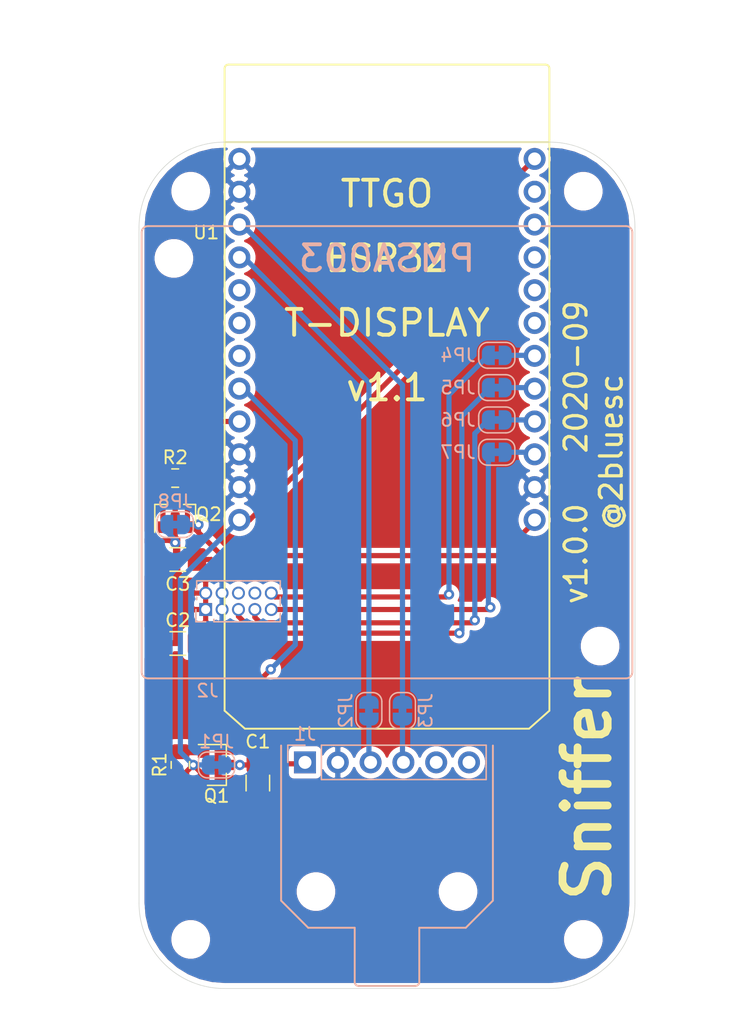
<source format=kicad_pcb>
(kicad_pcb (version 20171130) (host pcbnew 5.1.6)

  (general
    (thickness 1)
    (drawings 14)
    (tracks 105)
    (zones 0)
    (modules 22)
    (nets 32)
  )

  (page A4)
  (layers
    (0 F.Cu signal)
    (31 B.Cu signal)
    (32 B.Adhes user)
    (33 F.Adhes user)
    (34 B.Paste user)
    (35 F.Paste user)
    (36 B.SilkS user)
    (37 F.SilkS user)
    (38 B.Mask user)
    (39 F.Mask user)
    (40 Dwgs.User user)
    (41 Cmts.User user)
    (42 Eco1.User user)
    (43 Eco2.User user)
    (44 Edge.Cuts user)
    (45 Margin user)
    (46 B.CrtYd user)
    (47 F.CrtYd user)
    (48 B.Fab user hide)
    (49 F.Fab user hide)
  )

  (setup
    (last_trace_width 0.4)
    (trace_clearance 0.2)
    (zone_clearance 0.4)
    (zone_45_only no)
    (trace_min 0.2)
    (via_size 0.8)
    (via_drill 0.4)
    (via_min_size 0.4)
    (via_min_drill 0.3)
    (uvia_size 0.3)
    (uvia_drill 0.1)
    (uvias_allowed no)
    (uvia_min_size 0.2)
    (uvia_min_drill 0.1)
    (edge_width 0.05)
    (segment_width 0.2)
    (pcb_text_width 0.3)
    (pcb_text_size 1.5 1.5)
    (mod_edge_width 0.12)
    (mod_text_size 1 1)
    (mod_text_width 0.15)
    (pad_size 1.524 1.524)
    (pad_drill 0.762)
    (pad_to_mask_clearance 0.05)
    (aux_axis_origin 100.8 101.5)
    (grid_origin 100.8 101.5)
    (visible_elements FFFFFF7F)
    (pcbplotparams
      (layerselection 0x010fc_ffffffff)
      (usegerberextensions false)
      (usegerberattributes true)
      (usegerberadvancedattributes true)
      (creategerberjobfile true)
      (excludeedgelayer true)
      (linewidth 0.100000)
      (plotframeref false)
      (viasonmask false)
      (mode 1)
      (useauxorigin false)
      (hpglpennumber 1)
      (hpglpenspeed 20)
      (hpglpendiameter 15.000000)
      (psnegative false)
      (psa4output false)
      (plotreference true)
      (plotvalue false)
      (plotinvisibletext false)
      (padsonsilk false)
      (subtractmaskfromsilk true)
      (outputformat 1)
      (mirror false)
      (drillshape 0)
      (scaleselection 1)
      (outputdirectory "gerbers/"))
  )

  (net 0 "")
  (net 1 +3V3)
  (net 2 GND)
  (net 3 /SCL)
  (net 4 /SDA)
  (net 5 "Net-(J1-Pad5)")
  (net 6 "Net-(J1-Pad6)")
  (net 7 +5V)
  (net 8 /PMS_RESET)
  (net 9 "Net-(J2-Pad6)")
  (net 10 /PMS_RX)
  (net 11 "Net-(J2-Pad8)")
  (net 12 /PMS_TX)
  (net 13 /PMS_SET)
  (net 14 "Net-(C1-Pad1)")
  (net 15 "Net-(C2-Pad1)")
  (net 16 "Net-(J1-Pad3)")
  (net 17 "Net-(J1-Pad4)")
  (net 18 "Net-(JP4-Pad1)")
  (net 19 "Net-(JP5-Pad1)")
  (net 20 "Net-(JP6-Pad1)")
  (net 21 "Net-(JP7-Pad1)")
  (net 22 /BME_PWR)
  (net 23 /PMS_PWR)
  (net 24 "Net-(U1-Pad36)")
  (net 25 "Net-(U1-Pad38)")
  (net 26 "Net-(U1-Pad39)")
  (net 27 "Net-(U1-Pad32)")
  (net 28 "Net-(U1-Pad2)")
  (net 29 "Net-(U1-Pad15)")
  (net 30 "Net-(U1-Pad37)")
  (net 31 "Net-(U1-Pad17)")

  (net_class Default "This is the default net class."
    (clearance 0.2)
    (trace_width 0.4)
    (via_dia 0.8)
    (via_drill 0.4)
    (uvia_dia 0.3)
    (uvia_drill 0.1)
    (add_net +3V3)
    (add_net +5V)
    (add_net /BME_PWR)
    (add_net /PMS_PWR)
    (add_net /PMS_RESET)
    (add_net /PMS_RX)
    (add_net /PMS_SET)
    (add_net /PMS_TX)
    (add_net /SCL)
    (add_net /SDA)
    (add_net GND)
    (add_net "Net-(C1-Pad1)")
    (add_net "Net-(C2-Pad1)")
    (add_net "Net-(J1-Pad3)")
    (add_net "Net-(J1-Pad4)")
    (add_net "Net-(J1-Pad5)")
    (add_net "Net-(J1-Pad6)")
    (add_net "Net-(J2-Pad6)")
    (add_net "Net-(J2-Pad8)")
    (add_net "Net-(JP4-Pad1)")
    (add_net "Net-(JP5-Pad1)")
    (add_net "Net-(JP6-Pad1)")
    (add_net "Net-(JP7-Pad1)")
    (add_net "Net-(U1-Pad15)")
    (add_net "Net-(U1-Pad17)")
    (add_net "Net-(U1-Pad2)")
    (add_net "Net-(U1-Pad32)")
    (add_net "Net-(U1-Pad36)")
    (add_net "Net-(U1-Pad37)")
    (add_net "Net-(U1-Pad38)")
    (add_net "Net-(U1-Pad39)")
  )

  (module sniffer:CJMCU-680 (layer B.Cu) (tedit 5F530FC9) (tstamp 5F53974B)
    (at 113.65 84 270)
    (descr "Through hole straight pin header, 1x06, 2.54mm pitch, single row")
    (tags "Through hole pin header THT 1x06 2.54mm single row")
    (path /5F51E7A2)
    (fp_text reference J1 (at -2.2 0 180) (layer B.SilkS)
      (effects (font (size 1 1) (thickness 0.15)) (justify mirror))
    )
    (fp_text value Conn_01x06 (at 0 -15.03 90) (layer B.Fab)
      (effects (font (size 1 1) (thickness 0.15)) (justify mirror))
    )
    (fp_line (start -0.635 1.27) (end 1.27 1.27) (layer B.Fab) (width 0.1))
    (fp_line (start 1.27 1.27) (end 1.27 -13.97) (layer B.Fab) (width 0.1))
    (fp_line (start 1.27 -13.97) (end -1.27 -13.97) (layer B.Fab) (width 0.1))
    (fp_line (start -1.27 -13.97) (end -1.27 0.635) (layer B.Fab) (width 0.1))
    (fp_line (start -1.27 0.635) (end -0.635 1.27) (layer B.Fab) (width 0.1))
    (fp_line (start -1.33 -14.03) (end 1.33 -14.03) (layer B.SilkS) (width 0.12))
    (fp_line (start -1.33 -1.27) (end -1.33 -14.03) (layer B.SilkS) (width 0.12))
    (fp_line (start 1.33 -1.27) (end 1.33 -14.03) (layer B.SilkS) (width 0.12))
    (fp_line (start -1.33 -1.27) (end 1.33 -1.27) (layer B.SilkS) (width 0.12))
    (fp_line (start -1.33 0) (end -1.33 1.33) (layer B.SilkS) (width 0.12))
    (fp_line (start -1.33 1.33) (end 0 1.33) (layer B.SilkS) (width 0.12))
    (fp_line (start -1.8 1.8) (end -1.8 -14.5) (layer B.CrtYd) (width 0.05))
    (fp_line (start -1.8 -14.5) (end 1.8 -14.5) (layer B.CrtYd) (width 0.05))
    (fp_line (start 1.8 -14.5) (end 1.8 1.8) (layer B.CrtYd) (width 0.05))
    (fp_line (start 1.8 1.8) (end -1.8 1.8) (layer B.CrtYd) (width 0.05))
    (fp_line (start -1.3 1.85) (end 10.7 1.85) (layer B.SilkS) (width 0.15))
    (fp_line (start -1.3 -14.55) (end 10.7 -14.55) (layer B.SilkS) (width 0.15))
    (fp_line (start 10.7 1.85) (end 12.8 -0.25) (layer B.SilkS) (width 0.15))
    (fp_line (start 10.7 -14.55) (end 12.8 -12.45) (layer B.SilkS) (width 0.15))
    (fp_line (start 12.8 -3.85) (end 17 -3.85) (layer B.SilkS) (width 0.15))
    (fp_line (start 17.3 -4.15) (end 17.3 -8.55) (layer B.SilkS) (width 0.15))
    (fp_line (start 17 -8.85) (end 12.8 -8.85) (layer B.SilkS) (width 0.15))
    (fp_line (start 12.8 -0.25) (end 12.8 -3.85) (layer B.SilkS) (width 0.15))
    (fp_line (start 12.8 -12.45) (end 12.8 -8.85) (layer B.SilkS) (width 0.15))
    (fp_text user %R (at 0 -6.35) (layer B.Fab)
      (effects (font (size 1 1) (thickness 0.15)) (justify mirror))
    )
    (fp_arc (start 17 -8.55) (end 17 -8.85) (angle 90) (layer B.SilkS) (width 0.15))
    (fp_arc (start 17 -4.15) (end 17.3 -4.15) (angle 90) (layer B.SilkS) (width 0.15))
    (pad "" np_thru_hole circle (at 10 -11.85 270) (size 2.2 2.2) (drill 2.2) (layers *.Cu *.Mask))
    (pad "" np_thru_hole circle (at 10 -0.85 270) (size 2.2 2.2) (drill 2.2) (layers *.Cu *.Mask))
    (pad 6 thru_hole oval (at 0 -12.7 270) (size 1.7 1.7) (drill 1) (layers *.Cu *.Mask)
      (net 6 "Net-(J1-Pad6)"))
    (pad 5 thru_hole oval (at 0 -10.16 270) (size 1.7 1.7) (drill 1) (layers *.Cu *.Mask)
      (net 5 "Net-(J1-Pad5)"))
    (pad 4 thru_hole oval (at 0 -7.62 270) (size 1.7 1.7) (drill 1) (layers *.Cu *.Mask)
      (net 17 "Net-(J1-Pad4)"))
    (pad 3 thru_hole oval (at 0 -5.08 270) (size 1.7 1.7) (drill 1) (layers *.Cu *.Mask)
      (net 16 "Net-(J1-Pad3)"))
    (pad 2 thru_hole oval (at 0 -2.54 270) (size 1.7 1.7) (drill 1) (layers *.Cu *.Mask)
      (net 2 GND))
    (pad 1 thru_hole rect (at 0 0 270) (size 1.7 1.7) (drill 1) (layers *.Cu *.Mask)
      (net 14 "Net-(C1-Pad1)"))
    (model ${KISYS3DMOD}/Connector_PinHeader_2.54mm.3dshapes/PinHeader_1x06_P2.54mm_Vertical.wrl
      (at (xyz 0 0 0))
      (scale (xyz 1 1 1))
      (rotate (xyz 0 0 0))
    )
  )

  (module sniffer:PMSA003 (layer B.Cu) (tedit 5F530F9E) (tstamp 5F536015)
    (at 120 60)
    (path /5F51EDAE)
    (fp_text reference J2 (at -13.9 18.45) (layer B.SilkS)
      (effects (font (size 1 1) (thickness 0.15)) (justify mirror))
    )
    (fp_text value PMSA003 (at 0 -15) (layer B.SilkS)
      (effects (font (size 2 2) (thickness 0.3)) (justify mirror))
    )
    (fp_line (start -19 -17) (end -19 17) (layer B.SilkS) (width 0.15))
    (fp_line (start 18.5 -17.5) (end -18.5 -17.5) (layer B.SilkS) (width 0.15))
    (fp_line (start 19 17) (end 19 -17) (layer B.SilkS) (width 0.15))
    (fp_line (start -18.5 17.5) (end 18.5 17.5) (layer B.SilkS) (width 0.15))
    (fp_line (start -14.735 9.95) (end -14.735 10.59247) (layer B.SilkS) (width 0.12))
    (fp_line (start -13.9125 13.06) (end -8.325 13.06) (layer B.Fab) (width 0.1))
    (fp_line (start -7.84 9.5) (end -15.19 9.5) (layer B.CrtYd) (width 0.05))
    (fp_line (start -15.19 13.55) (end -7.84 13.55) (layer B.CrtYd) (width 0.05))
    (fp_line (start -14.8 12.17) (end -14.8 13.12) (layer B.SilkS) (width 0.12))
    (fp_line (start -14.735 11.20753) (end -14.735 11.41) (layer B.SilkS) (width 0.12))
    (fp_line (start -14.675 12.2975) (end -13.9125 13.06) (layer B.Fab) (width 0.1))
    (fp_line (start -8.325 10.01) (end -14.675 10.01) (layer B.Fab) (width 0.1))
    (fp_line (start -7.84 13.55) (end -7.84 9.5) (layer B.CrtYd) (width 0.05))
    (fp_line (start -14.735 9.95) (end -8.265 9.95) (layer B.SilkS) (width 0.12))
    (fp_line (start -13.405 13.12) (end -8.265 13.12) (layer B.SilkS) (width 0.12))
    (fp_line (start -13.405 12.93) (end -13.405 13.12) (layer B.SilkS) (width 0.12))
    (fp_line (start -8.325 13.06) (end -8.325 10.01) (layer B.Fab) (width 0.1))
    (fp_line (start -14.675 10.01) (end -14.675 12.2975) (layer B.Fab) (width 0.1))
    (fp_line (start -15.19 9.5) (end -15.19 13.55) (layer B.CrtYd) (width 0.05))
    (fp_line (start -8.265 12.47753) (end -8.265 13.12) (layer B.SilkS) (width 0.12))
    (fp_line (start -8.265 11.20753) (end -8.265 11.86247) (layer B.SilkS) (width 0.12))
    (fp_line (start -8.265 9.95) (end -8.265 10.59247) (layer B.SilkS) (width 0.12))
    (fp_line (start -14.8 13.12) (end -14.04 13.12) (layer B.SilkS) (width 0.12))
    (fp_text user %R (at -11.4 7.4 180) (layer B.Fab)
      (effects (font (size 1 1) (thickness 0.15)) (justify mirror))
    )
    (fp_arc (start -18.5 -17) (end -19 -17) (angle 90) (layer B.SilkS) (width 0.15))
    (fp_arc (start -18.5 17) (end -18.5 17.5) (angle 90) (layer B.SilkS) (width 0.15))
    (fp_arc (start 18.5 17) (end 19 17) (angle 90) (layer B.SilkS) (width 0.15))
    (fp_arc (start 18.5 -17) (end 18.5 -17.5) (angle 90) (layer B.SilkS) (width 0.15))
    (pad 4 thru_hole oval (at -12.77 10.9 270) (size 1 1) (drill 0.7) (layers *.Cu *.Mask)
      (net 2 GND))
    (pad 2 thru_hole oval (at -14.04 10.9 270) (size 1 1) (drill 0.7) (layers *.Cu *.Mask)
      (net 15 "Net-(C2-Pad1)"))
    (pad 8 thru_hole oval (at -10.23 10.9 270) (size 1 1) (drill 0.7) (layers *.Cu *.Mask)
      (net 11 "Net-(J2-Pad8)"))
    (pad 9 thru_hole oval (at -8.96 12.17 270) (size 1 1) (drill 0.7) (layers *.Cu *.Mask)
      (net 12 /PMS_TX))
    (pad 10 thru_hole oval (at -8.96 10.9 270) (size 1 1) (drill 0.7) (layers *.Cu *.Mask)
      (net 13 /PMS_SET))
    (pad 3 thru_hole oval (at -12.77 12.17 270) (size 1 1) (drill 0.7) (layers *.Cu *.Mask)
      (net 2 GND))
    (pad 6 thru_hole oval (at -11.5 10.9 270) (size 1 1) (drill 0.7) (layers *.Cu *.Mask)
      (net 9 "Net-(J2-Pad6)"))
    (pad 7 thru_hole oval (at -10.23 12.17 270) (size 1 1) (drill 0.7) (layers *.Cu *.Mask)
      (net 10 /PMS_RX))
    (pad 1 thru_hole rect (at -14.04 12.17 270) (size 1 1) (drill 0.7) (layers *.Cu *.Mask)
      (net 15 "Net-(C2-Pad1)"))
    (pad 5 thru_hole oval (at -11.5 12.17 270) (size 1 1) (drill 0.7) (layers *.Cu *.Mask)
      (net 8 /PMS_RESET))
    (pad "" np_thru_hole circle (at -16.5 -15) (size 2.2 2.2) (drill 2.2) (layers *.Cu *.Mask))
    (pad "" np_thru_hole circle (at 16.5 15) (size 2.2 2.2) (drill 2.2) (layers *.Cu *.Mask))
    (model ${KISYS3DMOD}/Connector_PinSocket_1.27mm.3dshapes/PinSocket_2x05_P1.27mm_Vertical.wrl
      (offset (xyz -8.949999999999999 10.9 0))
      (scale (xyz 1 1 1))
      (rotate (xyz 0 0 90))
    )
  )

  (module MountingHole:MountingHole_2.2mm_M2 (layer F.Cu) (tedit 56D1B4CB) (tstamp 5F5384BC)
    (at 135.2 97.7)
    (descr "Mounting Hole 2.2mm, no annular, M2")
    (tags "mounting hole 2.2mm no annular m2")
    (path /5F53D87D)
    (attr virtual)
    (fp_text reference H4 (at 0 -3.2) (layer F.SilkS) hide
      (effects (font (size 1 1) (thickness 0.15)))
    )
    (fp_text value MountingHole (at 0 3.2) (layer F.Fab)
      (effects (font (size 1 1) (thickness 0.15)))
    )
    (fp_circle (center 0 0) (end 2.2 0) (layer Cmts.User) (width 0.15))
    (fp_circle (center 0 0) (end 2.45 0) (layer F.CrtYd) (width 0.05))
    (fp_text user %R (at 0.3 0) (layer F.Fab)
      (effects (font (size 1 1) (thickness 0.15)))
    )
    (pad 1 np_thru_hole circle (at 0 0) (size 2.2 2.2) (drill 2.2) (layers *.Cu *.Mask))
  )

  (module MountingHole:MountingHole_2.2mm_M2 (layer F.Cu) (tedit 56D1B4CB) (tstamp 5F5384B4)
    (at 135.2 39.8)
    (descr "Mounting Hole 2.2mm, no annular, M2")
    (tags "mounting hole 2.2mm no annular m2")
    (path /5F53D73E)
    (attr virtual)
    (fp_text reference H3 (at 0 -3.2) (layer F.SilkS) hide
      (effects (font (size 1 1) (thickness 0.15)))
    )
    (fp_text value MountingHole (at 0 3.2) (layer F.Fab)
      (effects (font (size 1 1) (thickness 0.15)))
    )
    (fp_circle (center 0 0) (end 2.2 0) (layer Cmts.User) (width 0.15))
    (fp_circle (center 0 0) (end 2.45 0) (layer F.CrtYd) (width 0.05))
    (fp_text user %R (at 0.3 0) (layer F.Fab)
      (effects (font (size 1 1) (thickness 0.15)))
    )
    (pad 1 np_thru_hole circle (at 0 0) (size 2.2 2.2) (drill 2.2) (layers *.Cu *.Mask))
  )

  (module MountingHole:MountingHole_2.2mm_M2 (layer F.Cu) (tedit 56D1B4CB) (tstamp 5F5388B9)
    (at 104.8 97.7)
    (descr "Mounting Hole 2.2mm, no annular, M2")
    (tags "mounting hole 2.2mm no annular m2")
    (path /5F53D53C)
    (attr virtual)
    (fp_text reference H2 (at 0 -3.2) (layer F.SilkS) hide
      (effects (font (size 1 1) (thickness 0.15)))
    )
    (fp_text value MountingHole (at 0 3.2) (layer F.Fab)
      (effects (font (size 1 1) (thickness 0.15)))
    )
    (fp_circle (center 0 0) (end 2.2 0) (layer Cmts.User) (width 0.15))
    (fp_circle (center 0 0) (end 2.45 0) (layer F.CrtYd) (width 0.05))
    (fp_text user %R (at 0.3 0) (layer F.Fab)
      (effects (font (size 1 1) (thickness 0.15)))
    )
    (pad 1 np_thru_hole circle (at 0 0) (size 2.2 2.2) (drill 2.2) (layers *.Cu *.Mask))
  )

  (module MountingHole:MountingHole_2.2mm_M2 (layer F.Cu) (tedit 56D1B4CB) (tstamp 5F5387AE)
    (at 104.8 39.8)
    (descr "Mounting Hole 2.2mm, no annular, M2")
    (tags "mounting hole 2.2mm no annular m2")
    (path /5F53C274)
    (attr virtual)
    (fp_text reference H1 (at -2.6 0.6) (layer F.SilkS) hide
      (effects (font (size 1 1) (thickness 0.15)))
    )
    (fp_text value MountingHole (at 0 3.2) (layer F.Fab)
      (effects (font (size 1 1) (thickness 0.15)))
    )
    (fp_circle (center 0 0) (end 2.2 0) (layer Cmts.User) (width 0.15))
    (fp_circle (center 0 0) (end 2.45 0) (layer F.CrtYd) (width 0.05))
    (fp_text user %R (at 0.3 0) (layer F.Fab)
      (effects (font (size 1 1) (thickness 0.15)))
    )
    (pad 1 np_thru_hole circle (at 0 0) (size 2.2 2.2) (drill 2.2) (layers *.Cu *.Mask))
  )

  (module sniffer:TTGO-T-DISPLAY-OL-2 (layer F.Cu) (tedit 5F530B4D) (tstamp 5F536122)
    (at 120 50)
    (path /5F51C68E)
    (fp_text reference U1 (at -14 -7) (layer F.SilkS)
      (effects (font (size 1 1) (thickness 0.15)))
    )
    (fp_text value TTGO-T-Display (at 0 30.594) (layer F.Fab)
      (effects (font (size 0.787402 0.787402) (thickness 0.015)))
    )
    (fp_line (start -11 31.394) (end 11 31.394) (layer F.SilkS) (width 0.15))
    (fp_line (start -12.575 30) (end -12.575 -19.7) (layer F.SilkS) (width 0.15))
    (fp_line (start 12.575 30) (end 12.575 -19.7) (layer F.SilkS) (width 0.15))
    (fp_line (start -12.275 -20) (end 12.275 -20) (layer F.SilkS) (width 0.15))
    (fp_line (start -12.575 -14) (end 12.575 -14) (layer F.SilkS) (width 0.15))
    (fp_line (start -12.575 30) (end -11 31.394) (layer F.SilkS) (width 0.15))
    (fp_line (start 11 31.394) (end 12.575 30) (layer F.SilkS) (width 0.15))
    (fp_arc (start 12.275 -19.7) (end 12.575 -19.7) (angle -90) (layer F.SilkS) (width 0.15))
    (fp_arc (start -12.275 -19.7) (end -12.275 -20) (angle -90) (layer F.SilkS) (width 0.15))
    (fp_text user TTGO (at 0 -10) (layer F.SilkS)
      (effects (font (size 2 2) (thickness 0.3)))
    )
    (fp_text user T-DISPLAY (at 0 0) (layer F.SilkS)
      (effects (font (size 2 2) (thickness 0.3)))
    )
    (fp_text user ESP32 (at 0 -5) (layer F.SilkS)
      (effects (font (size 2 2) (thickness 0.3)))
    )
    (fp_text user v1.1 (at 0 5) (layer F.SilkS)
      (effects (font (size 2 2) (thickness 0.3)))
    )
    (pad 3V3_0 thru_hole circle (at -11.43 15.24) (size 1.7 1.7) (drill 1) (layers *.Cu *.Mask)
      (net 1 +3V3))
    (pad GND_3 thru_hole circle (at -11.43 12.7) (size 1.7 1.7) (drill 1) (layers *.Cu *.Mask)
      (net 2 GND))
    (pad GND_2 thru_hole circle (at -11.43 10.16) (size 1.7 1.7) (drill 1) (layers *.Cu *.Mask)
      (net 2 GND))
    (pad 12 thru_hole circle (at -11.43 7.62) (size 1.7 1.7) (drill 1) (layers *.Cu *.Mask)
      (net 23 /PMS_PWR))
    (pad 13 thru_hole circle (at -11.43 5.08) (size 1.7 1.7) (drill 1) (layers *.Cu *.Mask)
      (net 22 /BME_PWR))
    (pad 15 thru_hole circle (at -11.43 2.54) (size 1.7 1.7) (drill 1) (layers *.Cu *.Mask)
      (net 29 "Net-(U1-Pad15)"))
    (pad 2 thru_hole circle (at -11.43 0) (size 1.7 1.7) (drill 1) (layers *.Cu *.Mask)
      (net 28 "Net-(U1-Pad2)"))
    (pad 17 thru_hole circle (at -11.43 -2.54) (size 1.7 1.7) (drill 1) (layers *.Cu *.Mask)
      (net 31 "Net-(U1-Pad17)"))
    (pad 22 thru_hole circle (at -11.43 -5.08) (size 1.7 1.7) (drill 1) (layers *.Cu *.Mask)
      (net 3 /SCL))
    (pad 21 thru_hole circle (at -11.43 -7.62) (size 1.7 1.7) (drill 1) (layers *.Cu *.Mask)
      (net 4 /SDA))
    (pad GND_1 thru_hole circle (at -11.43 -10.16) (size 1.7 1.7) (drill 1) (layers *.Cu *.Mask)
      (net 2 GND))
    (pad GND_0 thru_hole circle (at -11.43 -12.7) (size 1.7 1.7) (drill 1) (layers *.Cu *.Mask)
      (net 2 GND))
    (pad 5V thru_hole circle (at 11.43 15.24) (size 1.7 1.7) (drill 1) (layers *.Cu *.Mask)
      (net 7 +5V))
    (pad GND_4 thru_hole circle (at 11.43 12.7) (size 1.7 1.7) (drill 1) (layers *.Cu *.Mask)
      (net 2 GND))
    (pad 27 thru_hole circle (at 11.43 10.16) (size 1.7 1.7) (drill 1) (layers *.Cu *.Mask)
      (net 21 "Net-(JP7-Pad1)"))
    (pad 26 thru_hole circle (at 11.43 7.62) (size 1.7 1.7) (drill 1) (layers *.Cu *.Mask)
      (net 20 "Net-(JP6-Pad1)"))
    (pad 25 thru_hole circle (at 11.43 5.08) (size 1.7 1.7) (drill 1) (layers *.Cu *.Mask)
      (net 19 "Net-(JP5-Pad1)"))
    (pad 33 thru_hole circle (at 11.43 2.54) (size 1.7 1.7) (drill 1) (layers *.Cu *.Mask)
      (net 18 "Net-(JP4-Pad1)"))
    (pad 32 thru_hole circle (at 11.43 0) (size 1.7 1.7) (drill 1) (layers *.Cu *.Mask)
      (net 27 "Net-(U1-Pad32)"))
    (pad 39 thru_hole circle (at 11.43 -2.54) (size 1.7 1.7) (drill 1) (layers *.Cu *.Mask)
      (net 26 "Net-(U1-Pad39)"))
    (pad 38 thru_hole circle (at 11.43 -5.08) (size 1.7 1.7) (drill 1) (layers *.Cu *.Mask)
      (net 25 "Net-(U1-Pad38)"))
    (pad 37 thru_hole circle (at 11.43 -7.62) (size 1.7 1.7) (drill 1) (layers *.Cu *.Mask)
      (net 30 "Net-(U1-Pad37)"))
    (pad 36 thru_hole circle (at 11.43 -10.16) (size 1.7 1.7) (drill 1) (layers *.Cu *.Mask)
      (net 24 "Net-(U1-Pad36)"))
    (pad 3V3_1 thru_hole circle (at 11.43 -12.7) (size 1.7 1.7) (drill 1) (layers *.Cu *.Mask)
      (net 1 +3V3))
  )

  (module Capacitor_SMD:C_1206_3216Metric_Pad1.42x1.75mm_HandSolder (layer F.Cu) (tedit 5B301BBE) (tstamp 5F537C55)
    (at 110 85.6 270)
    (descr "Capacitor SMD 1206 (3216 Metric), square (rectangular) end terminal, IPC_7351 nominal with elongated pad for handsoldering. (Body size source: http://www.tortai-tech.com/upload/download/2011102023233369053.pdf), generated with kicad-footprint-generator")
    (tags "capacitor handsolder")
    (path /5F5C6692)
    (attr smd)
    (fp_text reference C1 (at -3.2 0 180) (layer F.SilkS)
      (effects (font (size 1 1) (thickness 0.15)))
    )
    (fp_text value 10u (at 0 1.82 90) (layer F.Fab)
      (effects (font (size 1 1) (thickness 0.15)))
    )
    (fp_line (start -1.6 0.8) (end -1.6 -0.8) (layer F.Fab) (width 0.1))
    (fp_line (start -1.6 -0.8) (end 1.6 -0.8) (layer F.Fab) (width 0.1))
    (fp_line (start 1.6 -0.8) (end 1.6 0.8) (layer F.Fab) (width 0.1))
    (fp_line (start 1.6 0.8) (end -1.6 0.8) (layer F.Fab) (width 0.1))
    (fp_line (start -0.602064 -0.91) (end 0.602064 -0.91) (layer F.SilkS) (width 0.12))
    (fp_line (start -0.602064 0.91) (end 0.602064 0.91) (layer F.SilkS) (width 0.12))
    (fp_line (start -2.45 1.12) (end -2.45 -1.12) (layer F.CrtYd) (width 0.05))
    (fp_line (start -2.45 -1.12) (end 2.45 -1.12) (layer F.CrtYd) (width 0.05))
    (fp_line (start 2.45 -1.12) (end 2.45 1.12) (layer F.CrtYd) (width 0.05))
    (fp_line (start 2.45 1.12) (end -2.45 1.12) (layer F.CrtYd) (width 0.05))
    (fp_text user %R (at 0 0 90) (layer F.Fab)
      (effects (font (size 0.8 0.8) (thickness 0.12)))
    )
    (pad 2 smd roundrect (at 1.4875 0 270) (size 1.425 1.75) (layers F.Cu F.Paste F.Mask) (roundrect_rratio 0.175439)
      (net 2 GND))
    (pad 1 smd roundrect (at -1.4875 0 270) (size 1.425 1.75) (layers F.Cu F.Paste F.Mask) (roundrect_rratio 0.175439)
      (net 14 "Net-(C1-Pad1)"))
    (model ${KISYS3DMOD}/Capacitor_SMD.3dshapes/C_1206_3216Metric.wrl
      (at (xyz 0 0 0))
      (scale (xyz 1 1 1))
      (rotate (xyz 0 0 0))
    )
  )

  (module Capacitor_SMD:C_1206_3216Metric_Pad1.42x1.75mm_HandSolder (layer F.Cu) (tedit 5B301BBE) (tstamp 5F537BB3)
    (at 103.8 74.8)
    (descr "Capacitor SMD 1206 (3216 Metric), square (rectangular) end terminal, IPC_7351 nominal with elongated pad for handsoldering. (Body size source: http://www.tortai-tech.com/upload/download/2011102023233369053.pdf), generated with kicad-footprint-generator")
    (tags "capacitor handsolder")
    (path /5F573435)
    (attr smd)
    (fp_text reference C2 (at 0 -1.8) (layer F.SilkS)
      (effects (font (size 1 1) (thickness 0.15)))
    )
    (fp_text value 10u (at 0 1.82) (layer F.Fab)
      (effects (font (size 1 1) (thickness 0.15)))
    )
    (fp_line (start -1.6 0.8) (end -1.6 -0.8) (layer F.Fab) (width 0.1))
    (fp_line (start -1.6 -0.8) (end 1.6 -0.8) (layer F.Fab) (width 0.1))
    (fp_line (start 1.6 -0.8) (end 1.6 0.8) (layer F.Fab) (width 0.1))
    (fp_line (start 1.6 0.8) (end -1.6 0.8) (layer F.Fab) (width 0.1))
    (fp_line (start -0.602064 -0.91) (end 0.602064 -0.91) (layer F.SilkS) (width 0.12))
    (fp_line (start -0.602064 0.91) (end 0.602064 0.91) (layer F.SilkS) (width 0.12))
    (fp_line (start -2.45 1.12) (end -2.45 -1.12) (layer F.CrtYd) (width 0.05))
    (fp_line (start -2.45 -1.12) (end 2.45 -1.12) (layer F.CrtYd) (width 0.05))
    (fp_line (start 2.45 -1.12) (end 2.45 1.12) (layer F.CrtYd) (width 0.05))
    (fp_line (start 2.45 1.12) (end -2.45 1.12) (layer F.CrtYd) (width 0.05))
    (fp_text user %R (at 0 0) (layer F.Fab)
      (effects (font (size 0.8 0.8) (thickness 0.12)))
    )
    (pad 2 smd roundrect (at 1.4875 0) (size 1.425 1.75) (layers F.Cu F.Paste F.Mask) (roundrect_rratio 0.175439)
      (net 2 GND))
    (pad 1 smd roundrect (at -1.4875 0) (size 1.425 1.75) (layers F.Cu F.Paste F.Mask) (roundrect_rratio 0.175439)
      (net 15 "Net-(C2-Pad1)"))
    (model ${KISYS3DMOD}/Capacitor_SMD.3dshapes/C_1206_3216Metric.wrl
      (at (xyz 0 0 0))
      (scale (xyz 1 1 1))
      (rotate (xyz 0 0 0))
    )
  )

  (module Capacitor_SMD:C_1206_3216Metric_Pad1.42x1.75mm_HandSolder (layer F.Cu) (tedit 5B301BBE) (tstamp 5F537BE3)
    (at 103.8 68.3)
    (descr "Capacitor SMD 1206 (3216 Metric), square (rectangular) end terminal, IPC_7351 nominal with elongated pad for handsoldering. (Body size source: http://www.tortai-tech.com/upload/download/2011102023233369053.pdf), generated with kicad-footprint-generator")
    (tags "capacitor handsolder")
    (path /5F572787)
    (attr smd)
    (fp_text reference C3 (at 0 1.9 180) (layer F.SilkS)
      (effects (font (size 1 1) (thickness 0.15)))
    )
    (fp_text value 10u (at 0 1.82) (layer F.Fab)
      (effects (font (size 1 1) (thickness 0.15)))
    )
    (fp_line (start -1.6 0.8) (end -1.6 -0.8) (layer F.Fab) (width 0.1))
    (fp_line (start -1.6 -0.8) (end 1.6 -0.8) (layer F.Fab) (width 0.1))
    (fp_line (start 1.6 -0.8) (end 1.6 0.8) (layer F.Fab) (width 0.1))
    (fp_line (start 1.6 0.8) (end -1.6 0.8) (layer F.Fab) (width 0.1))
    (fp_line (start -0.602064 -0.91) (end 0.602064 -0.91) (layer F.SilkS) (width 0.12))
    (fp_line (start -0.602064 0.91) (end 0.602064 0.91) (layer F.SilkS) (width 0.12))
    (fp_line (start -2.45 1.12) (end -2.45 -1.12) (layer F.CrtYd) (width 0.05))
    (fp_line (start -2.45 -1.12) (end 2.45 -1.12) (layer F.CrtYd) (width 0.05))
    (fp_line (start 2.45 -1.12) (end 2.45 1.12) (layer F.CrtYd) (width 0.05))
    (fp_line (start 2.45 1.12) (end -2.45 1.12) (layer F.CrtYd) (width 0.05))
    (fp_text user %R (at 0 0) (layer F.Fab)
      (effects (font (size 0.8 0.8) (thickness 0.12)))
    )
    (pad 2 smd roundrect (at 1.4875 0) (size 1.425 1.75) (layers F.Cu F.Paste F.Mask) (roundrect_rratio 0.175439)
      (net 2 GND))
    (pad 1 smd roundrect (at -1.4875 0) (size 1.425 1.75) (layers F.Cu F.Paste F.Mask) (roundrect_rratio 0.175439)
      (net 15 "Net-(C2-Pad1)"))
    (model ${KISYS3DMOD}/Capacitor_SMD.3dshapes/C_1206_3216Metric.wrl
      (at (xyz 0 0 0))
      (scale (xyz 1 1 1))
      (rotate (xyz 0 0 0))
    )
  )

  (module Jumper:SolderJumper-2_P1.3mm_Bridged_RoundedPad1.0x1.5mm (layer B.Cu) (tedit 5C745284) (tstamp 5F537840)
    (at 106.8 84.2)
    (descr "SMD Solder Jumper, 1x1.5mm, rounded Pads, 0.3mm gap, bridged with 1 copper strip")
    (tags "solder jumper open")
    (path /5F5803D7)
    (attr virtual)
    (fp_text reference JP1 (at 0 -1.8) (layer B.SilkS)
      (effects (font (size 1 1) (thickness 0.15)) (justify mirror))
    )
    (fp_text value SolderJumper_2_Bridged (at 0 -1.9) (layer B.Fab)
      (effects (font (size 1 1) (thickness 0.15)) (justify mirror))
    )
    (fp_line (start -1.4 -0.3) (end -1.4 0.3) (layer B.SilkS) (width 0.12))
    (fp_line (start 0.7 -1) (end -0.7 -1) (layer B.SilkS) (width 0.12))
    (fp_line (start 1.4 0.3) (end 1.4 -0.3) (layer B.SilkS) (width 0.12))
    (fp_line (start -0.7 1) (end 0.7 1) (layer B.SilkS) (width 0.12))
    (fp_line (start -1.65 1.25) (end 1.65 1.25) (layer B.CrtYd) (width 0.05))
    (fp_line (start -1.65 1.25) (end -1.65 -1.25) (layer B.CrtYd) (width 0.05))
    (fp_line (start 1.65 -1.25) (end 1.65 1.25) (layer B.CrtYd) (width 0.05))
    (fp_line (start 1.65 -1.25) (end -1.65 -1.25) (layer B.CrtYd) (width 0.05))
    (fp_poly (pts (xy 0.25 0.3) (xy -0.25 0.3) (xy -0.25 -0.3) (xy 0.25 -0.3)) (layer B.Cu) (width 0))
    (fp_arc (start -0.7 0.3) (end -0.7 1) (angle 90) (layer B.SilkS) (width 0.12))
    (fp_arc (start -0.7 -0.3) (end -1.4 -0.3) (angle 90) (layer B.SilkS) (width 0.12))
    (fp_arc (start 0.7 -0.3) (end 0.7 -1) (angle 90) (layer B.SilkS) (width 0.12))
    (fp_arc (start 0.7 0.3) (end 1.4 0.3) (angle 90) (layer B.SilkS) (width 0.12))
    (pad 1 smd custom (at -0.65 0) (size 1 0.5) (layers B.Cu B.Mask)
      (net 1 +3V3) (zone_connect 2)
      (options (clearance outline) (anchor rect))
      (primitives
        (gr_circle (center 0 -0.25) (end 0.5 -0.25) (width 0))
        (gr_circle (center 0 0.25) (end 0.5 0.25) (width 0))
        (gr_poly (pts
           (xy 0 0.75) (xy 0.5 0.75) (xy 0.5 -0.75) (xy 0 -0.75)) (width 0))
      ))
    (pad 2 smd custom (at 0.65 0) (size 1 0.5) (layers B.Cu B.Mask)
      (net 14 "Net-(C1-Pad1)") (zone_connect 2)
      (options (clearance outline) (anchor rect))
      (primitives
        (gr_circle (center 0 -0.25) (end 0.5 -0.25) (width 0))
        (gr_circle (center 0 0.25) (end 0.5 0.25) (width 0))
        (gr_poly (pts
           (xy 0 0.75) (xy -0.5 0.75) (xy -0.5 -0.75) (xy 0 -0.75)) (width 0))
      ))
  )

  (module Jumper:SolderJumper-2_P1.3mm_Bridged_RoundedPad1.0x1.5mm (layer B.Cu) (tedit 5C745284) (tstamp 5F53603B)
    (at 118.6 80 90)
    (descr "SMD Solder Jumper, 1x1.5mm, rounded Pads, 0.3mm gap, bridged with 1 copper strip")
    (tags "solder jumper open")
    (path /5F5F6192)
    (attr virtual)
    (fp_text reference JP2 (at 0 -1.8 90) (layer B.SilkS)
      (effects (font (size 1 1) (thickness 0.15)) (justify mirror))
    )
    (fp_text value SolderJumper_2_Bridged (at 0 -1.9 90) (layer B.Fab)
      (effects (font (size 1 1) (thickness 0.15)) (justify mirror))
    )
    (fp_line (start -1.4 -0.3) (end -1.4 0.3) (layer B.SilkS) (width 0.12))
    (fp_line (start 0.7 -1) (end -0.7 -1) (layer B.SilkS) (width 0.12))
    (fp_line (start 1.4 0.3) (end 1.4 -0.3) (layer B.SilkS) (width 0.12))
    (fp_line (start -0.7 1) (end 0.7 1) (layer B.SilkS) (width 0.12))
    (fp_line (start -1.65 1.25) (end 1.65 1.25) (layer B.CrtYd) (width 0.05))
    (fp_line (start -1.65 1.25) (end -1.65 -1.25) (layer B.CrtYd) (width 0.05))
    (fp_line (start 1.65 -1.25) (end 1.65 1.25) (layer B.CrtYd) (width 0.05))
    (fp_line (start 1.65 -1.25) (end -1.65 -1.25) (layer B.CrtYd) (width 0.05))
    (fp_poly (pts (xy 0.25 0.3) (xy -0.25 0.3) (xy -0.25 -0.3) (xy 0.25 -0.3)) (layer B.Cu) (width 0))
    (fp_arc (start -0.7 0.3) (end -0.7 1) (angle 90) (layer B.SilkS) (width 0.12))
    (fp_arc (start -0.7 -0.3) (end -1.4 -0.3) (angle 90) (layer B.SilkS) (width 0.12))
    (fp_arc (start 0.7 -0.3) (end 0.7 -1) (angle 90) (layer B.SilkS) (width 0.12))
    (fp_arc (start 0.7 0.3) (end 1.4 0.3) (angle 90) (layer B.SilkS) (width 0.12))
    (pad 1 smd custom (at -0.65 0 90) (size 1 0.5) (layers B.Cu B.Mask)
      (net 16 "Net-(J1-Pad3)") (zone_connect 2)
      (options (clearance outline) (anchor rect))
      (primitives
        (gr_circle (center 0 -0.25) (end 0.5 -0.25) (width 0))
        (gr_circle (center 0 0.25) (end 0.5 0.25) (width 0))
        (gr_poly (pts
           (xy 0 0.75) (xy 0.5 0.75) (xy 0.5 -0.75) (xy 0 -0.75)) (width 0))
      ))
    (pad 2 smd custom (at 0.65 0 90) (size 1 0.5) (layers B.Cu B.Mask)
      (net 3 /SCL) (zone_connect 2)
      (options (clearance outline) (anchor rect))
      (primitives
        (gr_circle (center 0 -0.25) (end 0.5 -0.25) (width 0))
        (gr_circle (center 0 0.25) (end 0.5 0.25) (width 0))
        (gr_poly (pts
           (xy 0 0.75) (xy -0.5 0.75) (xy -0.5 -0.75) (xy 0 -0.75)) (width 0))
      ))
  )

  (module Jumper:SolderJumper-2_P1.3mm_Bridged_RoundedPad1.0x1.5mm (layer B.Cu) (tedit 5C745284) (tstamp 5F53604E)
    (at 121.2 80 90)
    (descr "SMD Solder Jumper, 1x1.5mm, rounded Pads, 0.3mm gap, bridged with 1 copper strip")
    (tags "solder jumper open")
    (path /5F5F619C)
    (attr virtual)
    (fp_text reference JP3 (at 0 1.8 90) (layer B.SilkS)
      (effects (font (size 1 1) (thickness 0.15)) (justify mirror))
    )
    (fp_text value SolderJumper_2_Bridged (at 0 -1.9 90) (layer B.Fab)
      (effects (font (size 1 1) (thickness 0.15)) (justify mirror))
    )
    (fp_line (start -1.4 -0.3) (end -1.4 0.3) (layer B.SilkS) (width 0.12))
    (fp_line (start 0.7 -1) (end -0.7 -1) (layer B.SilkS) (width 0.12))
    (fp_line (start 1.4 0.3) (end 1.4 -0.3) (layer B.SilkS) (width 0.12))
    (fp_line (start -0.7 1) (end 0.7 1) (layer B.SilkS) (width 0.12))
    (fp_line (start -1.65 1.25) (end 1.65 1.25) (layer B.CrtYd) (width 0.05))
    (fp_line (start -1.65 1.25) (end -1.65 -1.25) (layer B.CrtYd) (width 0.05))
    (fp_line (start 1.65 -1.25) (end 1.65 1.25) (layer B.CrtYd) (width 0.05))
    (fp_line (start 1.65 -1.25) (end -1.65 -1.25) (layer B.CrtYd) (width 0.05))
    (fp_poly (pts (xy 0.25 0.3) (xy -0.25 0.3) (xy -0.25 -0.3) (xy 0.25 -0.3)) (layer B.Cu) (width 0))
    (fp_arc (start -0.7 0.3) (end -0.7 1) (angle 90) (layer B.SilkS) (width 0.12))
    (fp_arc (start -0.7 -0.3) (end -1.4 -0.3) (angle 90) (layer B.SilkS) (width 0.12))
    (fp_arc (start 0.7 -0.3) (end 0.7 -1) (angle 90) (layer B.SilkS) (width 0.12))
    (fp_arc (start 0.7 0.3) (end 1.4 0.3) (angle 90) (layer B.SilkS) (width 0.12))
    (pad 1 smd custom (at -0.65 0 90) (size 1 0.5) (layers B.Cu B.Mask)
      (net 17 "Net-(J1-Pad4)") (zone_connect 2)
      (options (clearance outline) (anchor rect))
      (primitives
        (gr_circle (center 0 -0.25) (end 0.5 -0.25) (width 0))
        (gr_circle (center 0 0.25) (end 0.5 0.25) (width 0))
        (gr_poly (pts
           (xy 0 0.75) (xy 0.5 0.75) (xy 0.5 -0.75) (xy 0 -0.75)) (width 0))
      ))
    (pad 2 smd custom (at 0.65 0 90) (size 1 0.5) (layers B.Cu B.Mask)
      (net 4 /SDA) (zone_connect 2)
      (options (clearance outline) (anchor rect))
      (primitives
        (gr_circle (center 0 -0.25) (end 0.5 -0.25) (width 0))
        (gr_circle (center 0 0.25) (end 0.5 0.25) (width 0))
        (gr_poly (pts
           (xy 0 0.75) (xy -0.5 0.75) (xy -0.5 -0.75) (xy 0 -0.75)) (width 0))
      ))
  )

  (module Jumper:SolderJumper-2_P1.3mm_Bridged_RoundedPad1.0x1.5mm (layer B.Cu) (tedit 5C745284) (tstamp 5F536061)
    (at 128.5 52.5 180)
    (descr "SMD Solder Jumper, 1x1.5mm, rounded Pads, 0.3mm gap, bridged with 1 copper strip")
    (tags "solder jumper open")
    (path /5F52E4F7)
    (attr virtual)
    (fp_text reference JP4 (at 3 0) (layer B.SilkS)
      (effects (font (size 1 1) (thickness 0.15)) (justify mirror))
    )
    (fp_text value SolderJumper_2_Bridged (at 0 -1.9) (layer B.Fab)
      (effects (font (size 1 1) (thickness 0.15)) (justify mirror))
    )
    (fp_line (start -1.4 -0.3) (end -1.4 0.3) (layer B.SilkS) (width 0.12))
    (fp_line (start 0.7 -1) (end -0.7 -1) (layer B.SilkS) (width 0.12))
    (fp_line (start 1.4 0.3) (end 1.4 -0.3) (layer B.SilkS) (width 0.12))
    (fp_line (start -0.7 1) (end 0.7 1) (layer B.SilkS) (width 0.12))
    (fp_line (start -1.65 1.25) (end 1.65 1.25) (layer B.CrtYd) (width 0.05))
    (fp_line (start -1.65 1.25) (end -1.65 -1.25) (layer B.CrtYd) (width 0.05))
    (fp_line (start 1.65 -1.25) (end 1.65 1.25) (layer B.CrtYd) (width 0.05))
    (fp_line (start 1.65 -1.25) (end -1.65 -1.25) (layer B.CrtYd) (width 0.05))
    (fp_poly (pts (xy 0.25 0.3) (xy -0.25 0.3) (xy -0.25 -0.3) (xy 0.25 -0.3)) (layer B.Cu) (width 0))
    (fp_arc (start -0.7 0.3) (end -0.7 1) (angle 90) (layer B.SilkS) (width 0.12))
    (fp_arc (start -0.7 -0.3) (end -1.4 -0.3) (angle 90) (layer B.SilkS) (width 0.12))
    (fp_arc (start 0.7 -0.3) (end 0.7 -1) (angle 90) (layer B.SilkS) (width 0.12))
    (fp_arc (start 0.7 0.3) (end 1.4 0.3) (angle 90) (layer B.SilkS) (width 0.12))
    (pad 1 smd custom (at -0.65 0 180) (size 1 0.5) (layers B.Cu B.Mask)
      (net 18 "Net-(JP4-Pad1)") (zone_connect 2)
      (options (clearance outline) (anchor rect))
      (primitives
        (gr_circle (center 0 -0.25) (end 0.5 -0.25) (width 0))
        (gr_circle (center 0 0.25) (end 0.5 0.25) (width 0))
        (gr_poly (pts
           (xy 0 0.75) (xy 0.5 0.75) (xy 0.5 -0.75) (xy 0 -0.75)) (width 0))
      ))
    (pad 2 smd custom (at 0.65 0 180) (size 1 0.5) (layers B.Cu B.Mask)
      (net 13 /PMS_SET) (zone_connect 2)
      (options (clearance outline) (anchor rect))
      (primitives
        (gr_circle (center 0 -0.25) (end 0.5 -0.25) (width 0))
        (gr_circle (center 0 0.25) (end 0.5 0.25) (width 0))
        (gr_poly (pts
           (xy 0 0.75) (xy -0.5 0.75) (xy -0.5 -0.75) (xy 0 -0.75)) (width 0))
      ))
  )

  (module Jumper:SolderJumper-2_P1.3mm_Bridged_RoundedPad1.0x1.5mm (layer B.Cu) (tedit 5C745284) (tstamp 5F536074)
    (at 128.5 55 180)
    (descr "SMD Solder Jumper, 1x1.5mm, rounded Pads, 0.3mm gap, bridged with 1 copper strip")
    (tags "solder jumper open")
    (path /5F538E22)
    (attr virtual)
    (fp_text reference JP5 (at 3 0) (layer B.SilkS)
      (effects (font (size 1 1) (thickness 0.15)) (justify mirror))
    )
    (fp_text value SolderJumper_2_Bridged (at 0 -1.9) (layer B.Fab)
      (effects (font (size 1 1) (thickness 0.15)) (justify mirror))
    )
    (fp_line (start -1.4 -0.3) (end -1.4 0.3) (layer B.SilkS) (width 0.12))
    (fp_line (start 0.7 -1) (end -0.7 -1) (layer B.SilkS) (width 0.12))
    (fp_line (start 1.4 0.3) (end 1.4 -0.3) (layer B.SilkS) (width 0.12))
    (fp_line (start -0.7 1) (end 0.7 1) (layer B.SilkS) (width 0.12))
    (fp_line (start -1.65 1.25) (end 1.65 1.25) (layer B.CrtYd) (width 0.05))
    (fp_line (start -1.65 1.25) (end -1.65 -1.25) (layer B.CrtYd) (width 0.05))
    (fp_line (start 1.65 -1.25) (end 1.65 1.25) (layer B.CrtYd) (width 0.05))
    (fp_line (start 1.65 -1.25) (end -1.65 -1.25) (layer B.CrtYd) (width 0.05))
    (fp_poly (pts (xy 0.25 0.3) (xy -0.25 0.3) (xy -0.25 -0.3) (xy 0.25 -0.3)) (layer B.Cu) (width 0))
    (fp_arc (start -0.7 0.3) (end -0.7 1) (angle 90) (layer B.SilkS) (width 0.12))
    (fp_arc (start -0.7 -0.3) (end -1.4 -0.3) (angle 90) (layer B.SilkS) (width 0.12))
    (fp_arc (start 0.7 -0.3) (end 0.7 -1) (angle 90) (layer B.SilkS) (width 0.12))
    (fp_arc (start 0.7 0.3) (end 1.4 0.3) (angle 90) (layer B.SilkS) (width 0.12))
    (pad 1 smd custom (at -0.65 0 180) (size 1 0.5) (layers B.Cu B.Mask)
      (net 19 "Net-(JP5-Pad1)") (zone_connect 2)
      (options (clearance outline) (anchor rect))
      (primitives
        (gr_circle (center 0 -0.25) (end 0.5 -0.25) (width 0))
        (gr_circle (center 0 0.25) (end 0.5 0.25) (width 0))
        (gr_poly (pts
           (xy 0 0.75) (xy 0.5 0.75) (xy 0.5 -0.75) (xy 0 -0.75)) (width 0))
      ))
    (pad 2 smd custom (at 0.65 0 180) (size 1 0.5) (layers B.Cu B.Mask)
      (net 8 /PMS_RESET) (zone_connect 2)
      (options (clearance outline) (anchor rect))
      (primitives
        (gr_circle (center 0 -0.25) (end 0.5 -0.25) (width 0))
        (gr_circle (center 0 0.25) (end 0.5 0.25) (width 0))
        (gr_poly (pts
           (xy 0 0.75) (xy -0.5 0.75) (xy -0.5 -0.75) (xy 0 -0.75)) (width 0))
      ))
  )

  (module Jumper:SolderJumper-2_P1.3mm_Bridged_RoundedPad1.0x1.5mm (layer B.Cu) (tedit 5C745284) (tstamp 5F536087)
    (at 128.5 57.5 180)
    (descr "SMD Solder Jumper, 1x1.5mm, rounded Pads, 0.3mm gap, bridged with 1 copper strip")
    (tags "solder jumper open")
    (path /5F53B0E4)
    (attr virtual)
    (fp_text reference JP6 (at 3 0) (layer B.SilkS)
      (effects (font (size 1 1) (thickness 0.15)) (justify mirror))
    )
    (fp_text value SolderJumper_2_Bridged (at 0 -1.9) (layer B.Fab)
      (effects (font (size 1 1) (thickness 0.15)) (justify mirror))
    )
    (fp_line (start -1.4 -0.3) (end -1.4 0.3) (layer B.SilkS) (width 0.12))
    (fp_line (start 0.7 -1) (end -0.7 -1) (layer B.SilkS) (width 0.12))
    (fp_line (start 1.4 0.3) (end 1.4 -0.3) (layer B.SilkS) (width 0.12))
    (fp_line (start -0.7 1) (end 0.7 1) (layer B.SilkS) (width 0.12))
    (fp_line (start -1.65 1.25) (end 1.65 1.25) (layer B.CrtYd) (width 0.05))
    (fp_line (start -1.65 1.25) (end -1.65 -1.25) (layer B.CrtYd) (width 0.05))
    (fp_line (start 1.65 -1.25) (end 1.65 1.25) (layer B.CrtYd) (width 0.05))
    (fp_line (start 1.65 -1.25) (end -1.65 -1.25) (layer B.CrtYd) (width 0.05))
    (fp_poly (pts (xy 0.25 0.3) (xy -0.25 0.3) (xy -0.25 -0.3) (xy 0.25 -0.3)) (layer B.Cu) (width 0))
    (fp_arc (start -0.7 0.3) (end -0.7 1) (angle 90) (layer B.SilkS) (width 0.12))
    (fp_arc (start -0.7 -0.3) (end -1.4 -0.3) (angle 90) (layer B.SilkS) (width 0.12))
    (fp_arc (start 0.7 -0.3) (end 0.7 -1) (angle 90) (layer B.SilkS) (width 0.12))
    (fp_arc (start 0.7 0.3) (end 1.4 0.3) (angle 90) (layer B.SilkS) (width 0.12))
    (pad 1 smd custom (at -0.65 0 180) (size 1 0.5) (layers B.Cu B.Mask)
      (net 20 "Net-(JP6-Pad1)") (zone_connect 2)
      (options (clearance outline) (anchor rect))
      (primitives
        (gr_circle (center 0 -0.25) (end 0.5 -0.25) (width 0))
        (gr_circle (center 0 0.25) (end 0.5 0.25) (width 0))
        (gr_poly (pts
           (xy 0 0.75) (xy 0.5 0.75) (xy 0.5 -0.75) (xy 0 -0.75)) (width 0))
      ))
    (pad 2 smd custom (at 0.65 0 180) (size 1 0.5) (layers B.Cu B.Mask)
      (net 10 /PMS_RX) (zone_connect 2)
      (options (clearance outline) (anchor rect))
      (primitives
        (gr_circle (center 0 -0.25) (end 0.5 -0.25) (width 0))
        (gr_circle (center 0 0.25) (end 0.5 0.25) (width 0))
        (gr_poly (pts
           (xy 0 0.75) (xy -0.5 0.75) (xy -0.5 -0.75) (xy 0 -0.75)) (width 0))
      ))
  )

  (module Jumper:SolderJumper-2_P1.3mm_Bridged_RoundedPad1.0x1.5mm (layer B.Cu) (tedit 5C745284) (tstamp 5F537168)
    (at 128.5 60 180)
    (descr "SMD Solder Jumper, 1x1.5mm, rounded Pads, 0.3mm gap, bridged with 1 copper strip")
    (tags "solder jumper open")
    (path /5F53B39A)
    (attr virtual)
    (fp_text reference JP7 (at 3 0) (layer B.SilkS)
      (effects (font (size 1 1) (thickness 0.15)) (justify mirror))
    )
    (fp_text value SolderJumper_2_Bridged (at 0 -1.9) (layer B.Fab)
      (effects (font (size 1 1) (thickness 0.15)) (justify mirror))
    )
    (fp_line (start -1.4 -0.3) (end -1.4 0.3) (layer B.SilkS) (width 0.12))
    (fp_line (start 0.7 -1) (end -0.7 -1) (layer B.SilkS) (width 0.12))
    (fp_line (start 1.4 0.3) (end 1.4 -0.3) (layer B.SilkS) (width 0.12))
    (fp_line (start -0.7 1) (end 0.7 1) (layer B.SilkS) (width 0.12))
    (fp_line (start -1.65 1.25) (end 1.65 1.25) (layer B.CrtYd) (width 0.05))
    (fp_line (start -1.65 1.25) (end -1.65 -1.25) (layer B.CrtYd) (width 0.05))
    (fp_line (start 1.65 -1.25) (end 1.65 1.25) (layer B.CrtYd) (width 0.05))
    (fp_line (start 1.65 -1.25) (end -1.65 -1.25) (layer B.CrtYd) (width 0.05))
    (fp_poly (pts (xy 0.25 0.3) (xy -0.25 0.3) (xy -0.25 -0.3) (xy 0.25 -0.3)) (layer B.Cu) (width 0))
    (fp_arc (start -0.7 0.3) (end -0.7 1) (angle 90) (layer B.SilkS) (width 0.12))
    (fp_arc (start -0.7 -0.3) (end -1.4 -0.3) (angle 90) (layer B.SilkS) (width 0.12))
    (fp_arc (start 0.7 -0.3) (end 0.7 -1) (angle 90) (layer B.SilkS) (width 0.12))
    (fp_arc (start 0.7 0.3) (end 1.4 0.3) (angle 90) (layer B.SilkS) (width 0.12))
    (pad 1 smd custom (at -0.65 0 180) (size 1 0.5) (layers B.Cu B.Mask)
      (net 21 "Net-(JP7-Pad1)") (zone_connect 2)
      (options (clearance outline) (anchor rect))
      (primitives
        (gr_circle (center 0 -0.25) (end 0.5 -0.25) (width 0))
        (gr_circle (center 0 0.25) (end 0.5 0.25) (width 0))
        (gr_poly (pts
           (xy 0 0.75) (xy 0.5 0.75) (xy 0.5 -0.75) (xy 0 -0.75)) (width 0))
      ))
    (pad 2 smd custom (at 0.65 0 180) (size 1 0.5) (layers B.Cu B.Mask)
      (net 12 /PMS_TX) (zone_connect 2)
      (options (clearance outline) (anchor rect))
      (primitives
        (gr_circle (center 0 -0.25) (end 0.5 -0.25) (width 0))
        (gr_circle (center 0 0.25) (end 0.5 0.25) (width 0))
        (gr_poly (pts
           (xy 0 0.75) (xy -0.5 0.75) (xy -0.5 -0.75) (xy 0 -0.75)) (width 0))
      ))
  )

  (module Jumper:SolderJumper-2_P1.3mm_Bridged_RoundedPad1.0x1.5mm (layer B.Cu) (tedit 5C745284) (tstamp 5F537B7F)
    (at 103.6 65.6 180)
    (descr "SMD Solder Jumper, 1x1.5mm, rounded Pads, 0.3mm gap, bridged with 1 copper strip")
    (tags "solder jumper open")
    (path /5F551CC1)
    (attr virtual)
    (fp_text reference JP8 (at 0 1.8) (layer B.SilkS)
      (effects (font (size 1 1) (thickness 0.15)) (justify mirror))
    )
    (fp_text value SolderJumper_2_Bridged (at 0 -1.9) (layer B.Fab)
      (effects (font (size 1 1) (thickness 0.15)) (justify mirror))
    )
    (fp_line (start -1.4 -0.3) (end -1.4 0.3) (layer B.SilkS) (width 0.12))
    (fp_line (start 0.7 -1) (end -0.7 -1) (layer B.SilkS) (width 0.12))
    (fp_line (start 1.4 0.3) (end 1.4 -0.3) (layer B.SilkS) (width 0.12))
    (fp_line (start -0.7 1) (end 0.7 1) (layer B.SilkS) (width 0.12))
    (fp_line (start -1.65 1.25) (end 1.65 1.25) (layer B.CrtYd) (width 0.05))
    (fp_line (start -1.65 1.25) (end -1.65 -1.25) (layer B.CrtYd) (width 0.05))
    (fp_line (start 1.65 -1.25) (end 1.65 1.25) (layer B.CrtYd) (width 0.05))
    (fp_line (start 1.65 -1.25) (end -1.65 -1.25) (layer B.CrtYd) (width 0.05))
    (fp_poly (pts (xy 0.25 0.3) (xy -0.25 0.3) (xy -0.25 -0.3) (xy 0.25 -0.3)) (layer B.Cu) (width 0))
    (fp_arc (start -0.7 0.3) (end -0.7 1) (angle 90) (layer B.SilkS) (width 0.12))
    (fp_arc (start -0.7 -0.3) (end -1.4 -0.3) (angle 90) (layer B.SilkS) (width 0.12))
    (fp_arc (start 0.7 -0.3) (end 0.7 -1) (angle 90) (layer B.SilkS) (width 0.12))
    (fp_arc (start 0.7 0.3) (end 1.4 0.3) (angle 90) (layer B.SilkS) (width 0.12))
    (pad 1 smd custom (at -0.65 0 180) (size 1 0.5) (layers B.Cu B.Mask)
      (net 7 +5V) (zone_connect 2)
      (options (clearance outline) (anchor rect))
      (primitives
        (gr_circle (center 0 -0.25) (end 0.5 -0.25) (width 0))
        (gr_circle (center 0 0.25) (end 0.5 0.25) (width 0))
        (gr_poly (pts
           (xy 0 0.75) (xy 0.5 0.75) (xy 0.5 -0.75) (xy 0 -0.75)) (width 0))
      ))
    (pad 2 smd custom (at 0.65 0 180) (size 1 0.5) (layers B.Cu B.Mask)
      (net 15 "Net-(C2-Pad1)") (zone_connect 2)
      (options (clearance outline) (anchor rect))
      (primitives
        (gr_circle (center 0 -0.25) (end 0.5 -0.25) (width 0))
        (gr_circle (center 0 0.25) (end 0.5 0.25) (width 0))
        (gr_poly (pts
           (xy 0 0.75) (xy -0.5 0.75) (xy -0.5 -0.75) (xy 0 -0.75)) (width 0))
      ))
  )

  (module Package_TO_SOT_SMD:SOT-23 (layer F.Cu) (tedit 5A02FF57) (tstamp 5F5360C2)
    (at 106.8 84.2)
    (descr "SOT-23, Standard")
    (tags SOT-23)
    (path /5F5803D1)
    (attr smd)
    (fp_text reference Q1 (at 0 2.4) (layer F.SilkS)
      (effects (font (size 1 1) (thickness 0.15)))
    )
    (fp_text value Si2371EDS (at 0 2.5) (layer F.Fab)
      (effects (font (size 1 1) (thickness 0.15)))
    )
    (fp_line (start -0.7 -0.95) (end -0.7 1.5) (layer F.Fab) (width 0.1))
    (fp_line (start -0.15 -1.52) (end 0.7 -1.52) (layer F.Fab) (width 0.1))
    (fp_line (start -0.7 -0.95) (end -0.15 -1.52) (layer F.Fab) (width 0.1))
    (fp_line (start 0.7 -1.52) (end 0.7 1.52) (layer F.Fab) (width 0.1))
    (fp_line (start -0.7 1.52) (end 0.7 1.52) (layer F.Fab) (width 0.1))
    (fp_line (start 0.76 1.58) (end 0.76 0.65) (layer F.SilkS) (width 0.12))
    (fp_line (start 0.76 -1.58) (end 0.76 -0.65) (layer F.SilkS) (width 0.12))
    (fp_line (start -1.7 -1.75) (end 1.7 -1.75) (layer F.CrtYd) (width 0.05))
    (fp_line (start 1.7 -1.75) (end 1.7 1.75) (layer F.CrtYd) (width 0.05))
    (fp_line (start 1.7 1.75) (end -1.7 1.75) (layer F.CrtYd) (width 0.05))
    (fp_line (start -1.7 1.75) (end -1.7 -1.75) (layer F.CrtYd) (width 0.05))
    (fp_line (start 0.76 -1.58) (end -1.4 -1.58) (layer F.SilkS) (width 0.12))
    (fp_line (start 0.76 1.58) (end -0.7 1.58) (layer F.SilkS) (width 0.12))
    (fp_text user %R (at 0 0 90) (layer F.Fab)
      (effects (font (size 0.5 0.5) (thickness 0.075)))
    )
    (pad 3 smd rect (at 1 0) (size 0.9 0.8) (layers F.Cu F.Paste F.Mask)
      (net 14 "Net-(C1-Pad1)"))
    (pad 2 smd rect (at -1 0.95) (size 0.9 0.8) (layers F.Cu F.Paste F.Mask)
      (net 1 +3V3))
    (pad 1 smd rect (at -1 -0.95) (size 0.9 0.8) (layers F.Cu F.Paste F.Mask)
      (net 22 /BME_PWR))
    (model ${KISYS3DMOD}/Package_TO_SOT_SMD.3dshapes/SOT-23.wrl
      (at (xyz 0 0 0))
      (scale (xyz 1 1 1))
      (rotate (xyz 0 0 0))
    )
  )

  (module Package_TO_SOT_SMD:SOT-23 (layer F.Cu) (tedit 5A02FF57) (tstamp 5F537B45)
    (at 103.6 64.8 90)
    (descr "SOT-23, Standard")
    (tags SOT-23)
    (path /5F546EE4)
    (attr smd)
    (fp_text reference Q2 (at 0 2.6 180) (layer F.SilkS)
      (effects (font (size 1 1) (thickness 0.15)))
    )
    (fp_text value Si2371EDS (at 0 2.5 90) (layer F.Fab)
      (effects (font (size 1 1) (thickness 0.15)))
    )
    (fp_line (start -0.7 -0.95) (end -0.7 1.5) (layer F.Fab) (width 0.1))
    (fp_line (start -0.15 -1.52) (end 0.7 -1.52) (layer F.Fab) (width 0.1))
    (fp_line (start -0.7 -0.95) (end -0.15 -1.52) (layer F.Fab) (width 0.1))
    (fp_line (start 0.7 -1.52) (end 0.7 1.52) (layer F.Fab) (width 0.1))
    (fp_line (start -0.7 1.52) (end 0.7 1.52) (layer F.Fab) (width 0.1))
    (fp_line (start 0.76 1.58) (end 0.76 0.65) (layer F.SilkS) (width 0.12))
    (fp_line (start 0.76 -1.58) (end 0.76 -0.65) (layer F.SilkS) (width 0.12))
    (fp_line (start -1.7 -1.75) (end 1.7 -1.75) (layer F.CrtYd) (width 0.05))
    (fp_line (start 1.7 -1.75) (end 1.7 1.75) (layer F.CrtYd) (width 0.05))
    (fp_line (start 1.7 1.75) (end -1.7 1.75) (layer F.CrtYd) (width 0.05))
    (fp_line (start -1.7 1.75) (end -1.7 -1.75) (layer F.CrtYd) (width 0.05))
    (fp_line (start 0.76 -1.58) (end -1.4 -1.58) (layer F.SilkS) (width 0.12))
    (fp_line (start 0.76 1.58) (end -0.7 1.58) (layer F.SilkS) (width 0.12))
    (fp_text user %R (at 0 0) (layer F.Fab)
      (effects (font (size 0.5 0.5) (thickness 0.075)))
    )
    (pad 3 smd rect (at 1 0 90) (size 0.9 0.8) (layers F.Cu F.Paste F.Mask)
      (net 15 "Net-(C2-Pad1)"))
    (pad 2 smd rect (at -1 0.95 90) (size 0.9 0.8) (layers F.Cu F.Paste F.Mask)
      (net 7 +5V))
    (pad 1 smd rect (at -1 -0.95 90) (size 0.9 0.8) (layers F.Cu F.Paste F.Mask)
      (net 23 /PMS_PWR))
    (model ${KISYS3DMOD}/Package_TO_SOT_SMD.3dshapes/SOT-23.wrl
      (at (xyz 0 0 0))
      (scale (xyz 1 1 1))
      (rotate (xyz 0 0 0))
    )
  )

  (module Resistor_SMD:R_0805_2012Metric_Pad1.15x1.40mm_HandSolder (layer F.Cu) (tedit 5B36C52B) (tstamp 5F53A661)
    (at 104 84.2 270)
    (descr "Resistor SMD 0805 (2012 Metric), square (rectangular) end terminal, IPC_7351 nominal with elongated pad for handsoldering. (Body size source: https://docs.google.com/spreadsheets/d/1BsfQQcO9C6DZCsRaXUlFlo91Tg2WpOkGARC1WS5S8t0/edit?usp=sharing), generated with kicad-footprint-generator")
    (tags "resistor handsolder")
    (path /5F5803E8)
    (attr smd)
    (fp_text reference R1 (at 0 1.6 90) (layer F.SilkS)
      (effects (font (size 1 1) (thickness 0.15)))
    )
    (fp_text value 100k (at 0 1.65 90) (layer F.Fab)
      (effects (font (size 1 1) (thickness 0.15)))
    )
    (fp_line (start -1 0.6) (end -1 -0.6) (layer F.Fab) (width 0.1))
    (fp_line (start -1 -0.6) (end 1 -0.6) (layer F.Fab) (width 0.1))
    (fp_line (start 1 -0.6) (end 1 0.6) (layer F.Fab) (width 0.1))
    (fp_line (start 1 0.6) (end -1 0.6) (layer F.Fab) (width 0.1))
    (fp_line (start -0.261252 -0.71) (end 0.261252 -0.71) (layer F.SilkS) (width 0.12))
    (fp_line (start -0.261252 0.71) (end 0.261252 0.71) (layer F.SilkS) (width 0.12))
    (fp_line (start -1.85 0.95) (end -1.85 -0.95) (layer F.CrtYd) (width 0.05))
    (fp_line (start -1.85 -0.95) (end 1.85 -0.95) (layer F.CrtYd) (width 0.05))
    (fp_line (start 1.85 -0.95) (end 1.85 0.95) (layer F.CrtYd) (width 0.05))
    (fp_line (start 1.85 0.95) (end -1.85 0.95) (layer F.CrtYd) (width 0.05))
    (fp_text user %R (at 0 0 90) (layer F.Fab)
      (effects (font (size 0.5 0.5) (thickness 0.08)))
    )
    (pad 2 smd roundrect (at 1.025 0 270) (size 1.15 1.4) (layers F.Cu F.Paste F.Mask) (roundrect_rratio 0.217391)
      (net 1 +3V3))
    (pad 1 smd roundrect (at -1.025 0 270) (size 1.15 1.4) (layers F.Cu F.Paste F.Mask) (roundrect_rratio 0.217391)
      (net 22 /BME_PWR))
    (model ${KISYS3DMOD}/Resistor_SMD.3dshapes/R_0805_2012Metric.wrl
      (at (xyz 0 0 0))
      (scale (xyz 1 1 1))
      (rotate (xyz 0 0 0))
    )
  )

  (module Resistor_SMD:R_0805_2012Metric_Pad1.15x1.40mm_HandSolder (layer F.Cu) (tedit 5B36C52B) (tstamp 5F537C13)
    (at 103.6 62)
    (descr "Resistor SMD 0805 (2012 Metric), square (rectangular) end terminal, IPC_7351 nominal with elongated pad for handsoldering. (Body size source: https://docs.google.com/spreadsheets/d/1BsfQQcO9C6DZCsRaXUlFlo91Tg2WpOkGARC1WS5S8t0/edit?usp=sharing), generated with kicad-footprint-generator")
    (tags "resistor handsolder")
    (path /5F558094)
    (attr smd)
    (fp_text reference R2 (at 0 -1.6) (layer F.SilkS)
      (effects (font (size 1 1) (thickness 0.15)))
    )
    (fp_text value 100k (at 0 1.65) (layer F.Fab)
      (effects (font (size 1 1) (thickness 0.15)))
    )
    (fp_line (start -1 0.6) (end -1 -0.6) (layer F.Fab) (width 0.1))
    (fp_line (start -1 -0.6) (end 1 -0.6) (layer F.Fab) (width 0.1))
    (fp_line (start 1 -0.6) (end 1 0.6) (layer F.Fab) (width 0.1))
    (fp_line (start 1 0.6) (end -1 0.6) (layer F.Fab) (width 0.1))
    (fp_line (start -0.261252 -0.71) (end 0.261252 -0.71) (layer F.SilkS) (width 0.12))
    (fp_line (start -0.261252 0.71) (end 0.261252 0.71) (layer F.SilkS) (width 0.12))
    (fp_line (start -1.85 0.95) (end -1.85 -0.95) (layer F.CrtYd) (width 0.05))
    (fp_line (start -1.85 -0.95) (end 1.85 -0.95) (layer F.CrtYd) (width 0.05))
    (fp_line (start 1.85 -0.95) (end 1.85 0.95) (layer F.CrtYd) (width 0.05))
    (fp_line (start 1.85 0.95) (end -1.85 0.95) (layer F.CrtYd) (width 0.05))
    (fp_text user %R (at 0 0) (layer F.Fab)
      (effects (font (size 0.5 0.5) (thickness 0.08)))
    )
    (pad 2 smd roundrect (at 1.025 0) (size 1.15 1.4) (layers F.Cu F.Paste F.Mask) (roundrect_rratio 0.217391)
      (net 7 +5V))
    (pad 1 smd roundrect (at -1.025 0) (size 1.15 1.4) (layers F.Cu F.Paste F.Mask) (roundrect_rratio 0.217391)
      (net 23 /PMS_PWR))
    (model ${KISYS3DMOD}/Resistor_SMD.3dshapes/R_0805_2012Metric.wrl
      (at (xyz 0 0 0))
      (scale (xyz 1 1 1))
      (rotate (xyz 0 0 0))
    )
  )

  (dimension 30.4 (width 0.15) (layer Dwgs.User)
    (gr_text "30.400 mm" (at 120 25.7) (layer Dwgs.User)
      (effects (font (size 1 1) (thickness 0.15)))
    )
    (feature1 (pts (xy 135.2 39.8) (xy 135.2 26.413579)))
    (feature2 (pts (xy 104.8 39.8) (xy 104.8 26.413579)))
    (crossbar (pts (xy 104.8 27) (xy 135.2 27)))
    (arrow1a (pts (xy 135.2 27) (xy 134.073496 27.586421)))
    (arrow1b (pts (xy 135.2 27) (xy 134.073496 26.413579)))
    (arrow2a (pts (xy 104.8 27) (xy 105.926504 27.586421)))
    (arrow2b (pts (xy 104.8 27) (xy 105.926504 26.413579)))
  )
  (dimension 57.9 (width 0.15) (layer Dwgs.User)
    (gr_text "57.900 mm" (at 93.700001 68.75 270) (layer Dwgs.User)
      (effects (font (size 1 1) (thickness 0.15)))
    )
    (feature1 (pts (xy 104.8 97.7) (xy 94.41358 97.7)))
    (feature2 (pts (xy 104.8 39.8) (xy 94.41358 39.8)))
    (crossbar (pts (xy 95.000001 39.8) (xy 95.000001 97.7)))
    (arrow1a (pts (xy 95.000001 97.7) (xy 94.41358 96.573496)))
    (arrow1b (pts (xy 95.000001 97.7) (xy 95.586422 96.573496)))
    (arrow2a (pts (xy 95.000001 39.8) (xy 94.41358 40.926504)))
    (arrow2b (pts (xy 95.000001 39.8) (xy 95.586422 40.926504)))
  )
  (gr_text "v1.0.0   2020-09\n@2bluesc" (at 136 60 90) (layer F.SilkS)
    (effects (font (size 1.7 1.7) (thickness 0.25)))
  )
  (gr_text Sniffer (at 135.5 86 90) (layer F.SilkS)
    (effects (font (size 3.5 3.5) (thickness 0.6)))
  )
  (dimension 38.4 (width 0.15) (layer Dwgs.User)
    (gr_text "38.400 mm" (at 120 104.899999) (layer Dwgs.User)
      (effects (font (size 1 1) (thickness 0.15)))
    )
    (feature1 (pts (xy 139.2 94.9) (xy 139.2 104.18642)))
    (feature2 (pts (xy 100.8 94.9) (xy 100.8 104.18642)))
    (crossbar (pts (xy 100.8 103.599999) (xy 139.2 103.599999)))
    (arrow1a (pts (xy 139.2 103.599999) (xy 138.073496 104.18642)))
    (arrow1b (pts (xy 139.2 103.599999) (xy 138.073496 103.013578)))
    (arrow2a (pts (xy 100.8 103.599999) (xy 101.926504 104.18642)))
    (arrow2b (pts (xy 100.8 103.599999) (xy 101.926504 103.013578)))
  )
  (dimension 65.500005 (width 0.15) (layer Dwgs.User)
    (gr_text "65.500 mm" (at 143.912501 68.745678 -89.97813138) (layer Dwgs.User)
      (effects (font (size 1 1) (thickness 0.15)))
    )
    (feature1 (pts (xy 132.575 36) (xy 143.186422 35.99595)))
    (feature2 (pts (xy 132.6 101.5) (xy 143.211422 101.49595)))
    (crossbar (pts (xy 142.625001 101.496174) (xy 142.600001 35.996174)))
    (arrow1a (pts (xy 142.600001 35.996174) (xy 143.186852 37.122454)))
    (arrow1b (pts (xy 142.600001 35.996174) (xy 142.01401 37.122902)))
    (arrow2a (pts (xy 142.625001 101.496174) (xy 143.210992 100.369446)))
    (arrow2b (pts (xy 142.625001 101.496174) (xy 142.03815 100.369894)))
  )
  (gr_arc (start 107.4 94.9) (end 100.8 94.9) (angle -90) (layer Edge.Cuts) (width 0.05) (tstamp 5F53A2B0))
  (gr_arc (start 132.6 94.9) (end 132.6 101.5) (angle -90) (layer Edge.Cuts) (width 0.05) (tstamp 5F53A29D))
  (gr_arc (start 107.4 42.6) (end 107.4 36) (angle -90) (layer Edge.Cuts) (width 0.05) (tstamp 5F53A199))
  (gr_arc (start 132.6 42.6) (end 139.2 42.6) (angle -90) (layer Edge.Cuts) (width 0.05))
  (gr_line (start 100.8 94.9) (end 100.8 42.6) (layer Edge.Cuts) (width 0.05))
  (gr_line (start 132.6 101.5) (end 107.4 101.5) (layer Edge.Cuts) (width 0.05))
  (gr_line (start 139.2 42.6) (end 139.2 94.9) (layer Edge.Cuts) (width 0.05) (tstamp 5F537C34))
  (gr_line (start 107.4 36) (end 132.6 36) (layer Edge.Cuts) (width 0.05))

  (segment (start 121.1 47.63) (end 131.43 37.3) (width 0.4) (layer F.Cu) (net 1))
  (segment (start 121.1 53.5) (end 121.1 47.63) (width 0.4) (layer F.Cu) (net 1))
  (segment (start 109.36 65.24) (end 121.1 53.5) (width 0.4) (layer F.Cu) (net 1))
  (segment (start 108.57 65.24) (end 109.36 65.24) (width 0.4) (layer F.Cu) (net 1))
  (segment (start 108.57 65.24) (end 104 69.81) (width 0.4) (layer B.Cu) (net 1))
  (segment (start 104.075 85.15) (end 104 85.225) (width 0.4) (layer F.Cu) (net 1))
  (segment (start 106.15 84.2) (end 106.15 84.15) (width 0.4) (layer B.Cu) (net 1))
  (segment (start 104 69.81) (end 104 82) (width 0.4) (layer B.Cu) (net 1))
  (via (at 105 84.2) (size 0.8) (drill 0.4) (layers F.Cu B.Cu) (net 1))
  (segment (start 106.15 84.2) (end 105 84.2) (width 0.4) (layer B.Cu) (net 1))
  (segment (start 104 85.2) (end 105 84.2) (width 0.4) (layer F.Cu) (net 1))
  (segment (start 104 85.225) (end 104 85.2) (width 0.4) (layer F.Cu) (net 1))
  (segment (start 105.8 85) (end 105 84.2) (width 0.4) (layer F.Cu) (net 1))
  (segment (start 105.8 85.15) (end 105.8 85) (width 0.4) (layer F.Cu) (net 1))
  (segment (start 104 83.2) (end 105 84.2) (width 0.4) (layer B.Cu) (net 1))
  (segment (start 104 82) (end 104 83.2) (width 0.4) (layer B.Cu) (net 1))
  (segment (start 108.92 44.92) (end 108.57 44.92) (width 0.4) (layer B.Cu) (net 3))
  (segment (start 118.6 54.6) (end 108.92 44.92) (width 0.4) (layer B.Cu) (net 3))
  (segment (start 118.6 79.35) (end 118.6 54.6) (width 0.4) (layer B.Cu) (net 3))
  (segment (start 121.2 54.8) (end 121.2 79.35) (width 0.4) (layer B.Cu) (net 4))
  (segment (start 108.78 42.38) (end 121.2 54.8) (width 0.4) (layer B.Cu) (net 4))
  (segment (start 108.57 42.38) (end 108.78 42.38) (width 0.4) (layer B.Cu) (net 4))
  (segment (start 104.55 62.075) (end 104.625 62) (width 0.4) (layer F.Cu) (net 7))
  (segment (start 104.8 62.175) (end 104.625 62) (width 0.4) (layer F.Cu) (net 7))
  (segment (start 104.55 65.8) (end 104.55 63.85) (width 0.4) (layer F.Cu) (net 7))
  (segment (start 104.55 63.75) (end 104.55 63.55) (width 0.4) (layer F.Cu) (net 7))
  (segment (start 104.55 63.55) (end 104.55 62.075) (width 0.4) (layer F.Cu) (net 7))
  (segment (start 104.55 63.85) (end 104.55 63.55) (width 0.4) (layer F.Cu) (net 7))
  (segment (start 104.7 65.95) (end 104.55 65.8) (width 0.4) (layer F.Cu) (net 7))
  (via (at 105.4 65.6) (size 0.8) (drill 0.4) (layers F.Cu B.Cu) (net 7))
  (segment (start 104.25 65.6) (end 105.4 65.6) (width 0.4) (layer B.Cu) (net 7))
  (segment (start 105.4 66.2) (end 105.4 65.6) (width 0.4) (layer F.Cu) (net 7))
  (segment (start 104.55 65.8) (end 104.8 65.8) (width 0.4) (layer F.Cu) (net 7))
  (segment (start 105 65.8) (end 105.4 66.2) (width 0.4) (layer F.Cu) (net 7))
  (segment (start 104.55 65.8) (end 105 65.8) (width 0.4) (layer F.Cu) (net 7))
  (segment (start 104.75 65.6) (end 104.55 65.8) (width 0.4) (layer F.Cu) (net 7))
  (segment (start 105.4 65.6) (end 104.75 65.6) (width 0.4) (layer F.Cu) (net 7))
  (segment (start 107.2 68) (end 105.4 66.2) (width 0.4) (layer F.Cu) (net 7))
  (segment (start 128.8 68) (end 107.2 68) (width 0.4) (layer F.Cu) (net 7))
  (segment (start 131.43 65.37) (end 128.8 68) (width 0.4) (layer F.Cu) (net 7))
  (segment (start 131.43 65.24) (end 131.43 65.37) (width 0.4) (layer F.Cu) (net 7))
  (segment (start 127.85 55) (end 127.85 55.15) (width 0.4) (layer B.Cu) (net 8))
  (segment (start 127.85 55.15) (end 125.8 57.2) (width 0.4) (layer B.Cu) (net 8))
  (via (at 125.6 74) (size 0.8) (drill 0.4) (layers F.Cu B.Cu) (net 8))
  (segment (start 125.8 73.8) (end 125.6 74) (width 0.4) (layer B.Cu) (net 8))
  (segment (start 125.8 57.2) (end 125.8 73.8) (width 0.4) (layer B.Cu) (net 8))
  (segment (start 108.5 72.7) (end 108.5 72.17) (width 0.4) (layer F.Cu) (net 8))
  (segment (start 109.8 74) (end 108.5 72.7) (width 0.4) (layer F.Cu) (net 8))
  (segment (start 125.6 74) (end 109.8 74) (width 0.4) (layer F.Cu) (net 8))
  (segment (start 109.77 72.17) (end 109.77 72.77) (width 0.4) (layer F.Cu) (net 10))
  (segment (start 109.77 72.77) (end 110.2 73.2) (width 0.4) (layer F.Cu) (net 10))
  (segment (start 126.6 73.2) (end 126.8 73) (width 0.4) (layer F.Cu) (net 10))
  (via (at 126.8 73) (size 0.8) (drill 0.4) (layers F.Cu B.Cu) (net 10))
  (segment (start 110.2 73.2) (end 126.6 73.2) (width 0.4) (layer F.Cu) (net 10))
  (segment (start 126.8 58.55) (end 127.85 57.5) (width 0.4) (layer B.Cu) (net 10))
  (segment (start 126.8 73) (end 126.8 58.55) (width 0.4) (layer B.Cu) (net 10))
  (via (at 128 72) (size 0.8) (drill 0.4) (layers F.Cu B.Cu) (net 12))
  (segment (start 127.83 72.17) (end 128 72) (width 0.4) (layer F.Cu) (net 12))
  (segment (start 111.04 72.17) (end 127.83 72.17) (width 0.4) (layer F.Cu) (net 12))
  (segment (start 127.85 71.85) (end 127.85 60) (width 0.4) (layer B.Cu) (net 12))
  (segment (start 128 72) (end 127.85 71.85) (width 0.4) (layer B.Cu) (net 12))
  (via (at 124.8 71) (size 0.8) (drill 0.4) (layers F.Cu B.Cu) (net 13))
  (segment (start 124.8 55.55) (end 127.85 52.5) (width 0.4) (layer B.Cu) (net 13))
  (segment (start 124.8 71) (end 124.8 55.55) (width 0.4) (layer B.Cu) (net 13))
  (segment (start 124.6 71.2) (end 124.8 71) (width 0.4) (layer F.Cu) (net 13))
  (segment (start 111.34 71.2) (end 124.6 71.2) (width 0.4) (layer F.Cu) (net 13))
  (segment (start 111.04 70.9) (end 111.34 71.2) (width 0.4) (layer F.Cu) (net 13))
  (segment (start 113.5375 84.1125) (end 113.65 84) (width 0.4) (layer F.Cu) (net 14))
  (segment (start 110 84.1125) (end 113.5375 84.1125) (width 0.4) (layer F.Cu) (net 14))
  (segment (start 109.9125 84.2) (end 110 84.1125) (width 0.4) (layer F.Cu) (net 14))
  (via (at 108.6 84.2) (size 0.8) (drill 0.4) (layers F.Cu B.Cu) (net 14))
  (segment (start 107.8 84.2) (end 108.6 84.2) (width 0.4) (layer F.Cu) (net 14))
  (segment (start 108.6 84.2) (end 109.9125 84.2) (width 0.4) (layer F.Cu) (net 14))
  (segment (start 108.6 84.2) (end 107.45 84.2) (width 0.4) (layer B.Cu) (net 14))
  (via (at 103.6 67) (size 0.8) (drill 0.4) (layers F.Cu B.Cu) (net 15))
  (segment (start 103.6 63.8) (end 103.6 67) (width 0.4) (layer F.Cu) (net 15))
  (segment (start 103.6 66.8) (end 103.6 67) (width 0.4) (layer B.Cu) (net 15))
  (segment (start 102.95 66.15) (end 103.6 66.8) (width 0.4) (layer B.Cu) (net 15))
  (segment (start 102.95 65.6) (end 102.95 66.15) (width 0.4) (layer B.Cu) (net 15))
  (segment (start 118.6 83.87) (end 118.73 84) (width 0.4) (layer B.Cu) (net 16))
  (segment (start 118.6 80.65) (end 118.6 83.87) (width 0.4) (layer B.Cu) (net 16))
  (segment (start 121.2 83.93) (end 121.27 84) (width 0.4) (layer B.Cu) (net 17))
  (segment (start 121.2 80.65) (end 121.2 83.93) (width 0.4) (layer B.Cu) (net 17))
  (segment (start 131.39 52.5) (end 131.43 52.54) (width 0.4) (layer B.Cu) (net 18))
  (segment (start 129.15 52.5) (end 131.39 52.5) (width 0.4) (layer B.Cu) (net 18))
  (segment (start 131.35 55) (end 131.43 55.08) (width 0.4) (layer B.Cu) (net 19))
  (segment (start 129.15 55) (end 131.35 55) (width 0.4) (layer B.Cu) (net 19))
  (segment (start 131.31 57.5) (end 131.43 57.62) (width 0.4) (layer B.Cu) (net 20))
  (segment (start 129.15 57.5) (end 131.31 57.5) (width 0.4) (layer B.Cu) (net 20))
  (segment (start 131.27 60) (end 131.43 60.16) (width 0.4) (layer B.Cu) (net 21))
  (segment (start 129.15 60) (end 131.27 60) (width 0.4) (layer B.Cu) (net 21))
  (via (at 111 76.8) (size 0.8) (drill 0.4) (layers F.Cu B.Cu) (net 22))
  (segment (start 105.85 81.95) (end 111 76.8) (width 0.4) (layer F.Cu) (net 22))
  (segment (start 105.85 83.05) (end 105.85 81.95) (width 0.4) (layer F.Cu) (net 22))
  (segment (start 112.9 74.9) (end 111 76.8) (width 0.4) (layer B.Cu) (net 22))
  (segment (start 108.57 55.08) (end 108.88 55.08) (width 0.4) (layer B.Cu) (net 22))
  (segment (start 112.9 59.1) (end 112.9 74.9) (width 0.4) (layer B.Cu) (net 22))
  (segment (start 108.88 55.08) (end 112.9 59.1) (width 0.4) (layer B.Cu) (net 22))
  (segment (start 104.075 83.25) (end 104 83.175) (width 0.4) (layer F.Cu) (net 22))
  (segment (start 105.8 83.25) (end 104.075 83.25) (width 0.4) (layer F.Cu) (net 22))
  (segment (start 102.65 62.075) (end 102.575 62) (width 0.4) (layer F.Cu) (net 23))
  (segment (start 102.65 65.8) (end 102.65 62.075) (width 0.4) (layer F.Cu) (net 23))
  (segment (start 102.575 62) (end 102.575 60.625) (width 0.4) (layer F.Cu) (net 23))
  (segment (start 105.58 57.62) (end 108.57 57.62) (width 0.4) (layer F.Cu) (net 23))
  (segment (start 102.575 60.625) (end 105.58 57.62) (width 0.4) (layer F.Cu) (net 23))

  (zone (net 2) (net_name GND) (layer F.Cu) (tstamp 5F53A568) (hatch edge 0.508)
    (connect_pads (clearance 0.4))
    (min_thickness 0.2)
    (fill yes (arc_segments 32) (thermal_gap 0.4) (thermal_bridge_width 0.4))
    (polygon
      (pts
        (xy 140 102) (xy 100 102) (xy 100 30) (xy 140 30)
      )
    )
    (filled_polygon
      (pts
        (xy 107.41675 36.585722) (xy 107.29956 36.824435) (xy 107.231193 37.081423) (xy 107.214275 37.34681) (xy 107.249458 37.610399)
        (xy 107.335387 37.862061) (xy 107.41675 38.014278) (xy 107.63134 38.097238) (xy 108.428579 37.3) (xy 108.414436 37.285858)
        (xy 108.555858 37.144436) (xy 108.57 37.158579) (xy 108.584142 37.144436) (xy 108.725564 37.285858) (xy 108.711421 37.3)
        (xy 109.50866 38.097238) (xy 109.72325 38.014278) (xy 109.84044 37.775565) (xy 109.908807 37.518577) (xy 109.925725 37.25319)
        (xy 109.890542 36.989601) (xy 109.804613 36.737939) (xy 109.72325 36.585722) (xy 109.566182 36.525) (xy 130.324208 36.525)
        (xy 130.233646 36.660535) (xy 130.13188 36.90622) (xy 130.08 37.167037) (xy 130.08 37.432963) (xy 130.117676 37.622374)
        (xy 120.629342 47.110709) (xy 120.602631 47.13263) (xy 120.58071 47.159341) (xy 120.580708 47.159343) (xy 120.515155 47.239219)
        (xy 120.450155 47.360826) (xy 120.410129 47.492777) (xy 120.396613 47.63) (xy 120.400001 47.664397) (xy 120.4 53.210051)
        (xy 109.423435 64.186616) (xy 109.209465 64.043646) (xy 109.030201 63.969393) (xy 109.132061 63.934613) (xy 109.284278 63.85325)
        (xy 109.367238 63.63866) (xy 108.57 62.841421) (xy 107.772762 63.63866) (xy 107.855722 63.85325) (xy 108.094435 63.97044)
        (xy 108.10225 63.972519) (xy 107.930535 64.043646) (xy 107.709425 64.191387) (xy 107.521387 64.379425) (xy 107.373646 64.600535)
        (xy 107.27188 64.84622) (xy 107.22 65.107037) (xy 107.22 65.372963) (xy 107.27188 65.63378) (xy 107.373646 65.879465)
        (xy 107.521387 66.100575) (xy 107.709425 66.288613) (xy 107.930535 66.436354) (xy 108.17622 66.53812) (xy 108.437037 66.59)
        (xy 108.702963 66.59) (xy 108.96378 66.53812) (xy 109.209465 66.436354) (xy 109.430575 66.288613) (xy 109.618613 66.100575)
        (xy 109.766354 65.879465) (xy 109.80865 65.777353) (xy 109.85737 65.73737) (xy 109.879296 65.710653) (xy 112.843139 62.74681)
        (xy 130.074275 62.74681) (xy 130.109458 63.010399) (xy 130.195387 63.262061) (xy 130.27675 63.414278) (xy 130.49134 63.497238)
        (xy 131.288579 62.7) (xy 131.571421 62.7) (xy 132.36866 63.497238) (xy 132.58325 63.414278) (xy 132.70044 63.175565)
        (xy 132.768807 62.918577) (xy 132.785725 62.65319) (xy 132.750542 62.389601) (xy 132.664613 62.137939) (xy 132.58325 61.985722)
        (xy 132.36866 61.902762) (xy 131.571421 62.7) (xy 131.288579 62.7) (xy 130.49134 61.902762) (xy 130.27675 61.985722)
        (xy 130.15956 62.224435) (xy 130.091193 62.481423) (xy 130.074275 62.74681) (xy 112.843139 62.74681) (xy 121.570658 54.019291)
        (xy 121.597369 53.99737) (xy 121.628807 53.959063) (xy 121.684845 53.890782) (xy 121.749845 53.769175) (xy 121.759801 53.736354)
        (xy 121.789872 53.637224) (xy 121.8 53.53439) (xy 121.8 53.534388) (xy 121.803387 53.500001) (xy 121.8 53.465614)
        (xy 121.8 47.919949) (xy 130.096658 39.623292) (xy 130.08 39.707037) (xy 130.08 39.972963) (xy 130.13188 40.23378)
        (xy 130.233646 40.479465) (xy 130.381387 40.700575) (xy 130.569425 40.888613) (xy 130.790535 41.036354) (xy 130.968332 41.11)
        (xy 130.790535 41.183646) (xy 130.569425 41.331387) (xy 130.381387 41.519425) (xy 130.233646 41.740535) (xy 130.13188 41.98622)
        (xy 130.08 42.247037) (xy 130.08 42.512963) (xy 130.13188 42.77378) (xy 130.233646 43.019465) (xy 130.381387 43.240575)
        (xy 130.569425 43.428613) (xy 130.790535 43.576354) (xy 130.968332 43.65) (xy 130.790535 43.723646) (xy 130.569425 43.871387)
        (xy 130.381387 44.059425) (xy 130.233646 44.280535) (xy 130.13188 44.52622) (xy 130.08 44.787037) (xy 130.08 45.052963)
        (xy 130.13188 45.31378) (xy 130.233646 45.559465) (xy 130.381387 45.780575) (xy 130.569425 45.968613) (xy 130.790535 46.116354)
        (xy 130.968332 46.19) (xy 130.790535 46.263646) (xy 130.569425 46.411387) (xy 130.381387 46.599425) (xy 130.233646 46.820535)
        (xy 130.13188 47.06622) (xy 130.08 47.327037) (xy 130.08 47.592963) (xy 130.13188 47.85378) (xy 130.233646 48.099465)
        (xy 130.381387 48.320575) (xy 130.569425 48.508613) (xy 130.790535 48.656354) (xy 130.968332 48.73) (xy 130.790535 48.803646)
        (xy 130.569425 48.951387) (xy 130.381387 49.139425) (xy 130.233646 49.360535) (xy 130.13188 49.60622) (xy 130.08 49.867037)
        (xy 130.08 50.132963) (xy 130.13188 50.39378) (xy 130.233646 50.639465) (xy 130.381387 50.860575) (xy 130.569425 51.048613)
        (xy 130.790535 51.196354) (xy 130.968332 51.27) (xy 130.790535 51.343646) (xy 130.569425 51.491387) (xy 130.381387 51.679425)
        (xy 130.233646 51.900535) (xy 130.13188 52.14622) (xy 130.08 52.407037) (xy 130.08 52.672963) (xy 130.13188 52.93378)
        (xy 130.233646 53.179465) (xy 130.381387 53.400575) (xy 130.569425 53.588613) (xy 130.790535 53.736354) (xy 130.968332 53.81)
        (xy 130.790535 53.883646) (xy 130.569425 54.031387) (xy 130.381387 54.219425) (xy 130.233646 54.440535) (xy 130.13188 54.68622)
        (xy 130.08 54.947037) (xy 130.08 55.212963) (xy 130.13188 55.47378) (xy 130.233646 55.719465) (xy 130.381387 55.940575)
        (xy 130.569425 56.128613) (xy 130.790535 56.276354) (xy 130.968332 56.35) (xy 130.790535 56.423646) (xy 130.569425 56.571387)
        (xy 130.381387 56.759425) (xy 130.233646 56.980535) (xy 130.13188 57.22622) (xy 130.08 57.487037) (xy 130.08 57.752963)
        (xy 130.13188 58.01378) (xy 130.233646 58.259465) (xy 130.381387 58.480575) (xy 130.569425 58.668613) (xy 130.790535 58.816354)
        (xy 130.968332 58.89) (xy 130.790535 58.963646) (xy 130.569425 59.111387) (xy 130.381387 59.299425) (xy 130.233646 59.520535)
        (xy 130.13188 59.76622) (xy 130.08 60.027037) (xy 130.08 60.292963) (xy 130.13188 60.55378) (xy 130.233646 60.799465)
        (xy 130.381387 61.020575) (xy 130.569425 61.208613) (xy 130.790535 61.356354) (xy 130.969799 61.430607) (xy 130.867939 61.465387)
        (xy 130.715722 61.54675) (xy 130.632762 61.76134) (xy 131.43 62.558579) (xy 132.227238 61.76134) (xy 132.144278 61.54675)
        (xy 131.905565 61.42956) (xy 131.89775 61.427481) (xy 132.069465 61.356354) (xy 132.290575 61.208613) (xy 132.478613 61.020575)
        (xy 132.626354 60.799465) (xy 132.72812 60.55378) (xy 132.78 60.292963) (xy 132.78 60.027037) (xy 132.72812 59.76622)
        (xy 132.626354 59.520535) (xy 132.478613 59.299425) (xy 132.290575 59.111387) (xy 132.069465 58.963646) (xy 131.891668 58.89)
        (xy 132.069465 58.816354) (xy 132.290575 58.668613) (xy 132.478613 58.480575) (xy 132.626354 58.259465) (xy 132.72812 58.01378)
        (xy 132.78 57.752963) (xy 132.78 57.487037) (xy 132.72812 57.22622) (xy 132.626354 56.980535) (xy 132.478613 56.759425)
        (xy 132.290575 56.571387) (xy 132.069465 56.423646) (xy 131.891668 56.35) (xy 132.069465 56.276354) (xy 132.290575 56.128613)
        (xy 132.478613 55.940575) (xy 132.626354 55.719465) (xy 132.72812 55.47378) (xy 132.78 55.212963) (xy 132.78 54.947037)
        (xy 132.72812 54.68622) (xy 132.626354 54.440535) (xy 132.478613 54.219425) (xy 132.290575 54.031387) (xy 132.069465 53.883646)
        (xy 131.891668 53.81) (xy 132.069465 53.736354) (xy 132.290575 53.588613) (xy 132.478613 53.400575) (xy 132.626354 53.179465)
        (xy 132.72812 52.93378) (xy 132.78 52.672963) (xy 132.78 52.407037) (xy 132.72812 52.14622) (xy 132.626354 51.900535)
        (xy 132.478613 51.679425) (xy 132.290575 51.491387) (xy 132.069465 51.343646) (xy 131.891668 51.27) (xy 132.069465 51.196354)
        (xy 132.290575 51.048613) (xy 132.478613 50.860575) (xy 132.626354 50.639465) (xy 132.72812 50.39378) (xy 132.78 50.132963)
        (xy 132.78 49.867037) (xy 132.72812 49.60622) (xy 132.626354 49.360535) (xy 132.478613 49.139425) (xy 132.290575 48.951387)
        (xy 132.069465 48.803646) (xy 131.891668 48.73) (xy 132.069465 48.656354) (xy 132.290575 48.508613) (xy 132.478613 48.320575)
        (xy 132.626354 48.099465) (xy 132.72812 47.85378) (xy 132.78 47.592963) (xy 132.78 47.327037) (xy 132.72812 47.06622)
        (xy 132.626354 46.820535) (xy 132.478613 46.599425) (xy 132.290575 46.411387) (xy 132.069465 46.263646) (xy 131.891668 46.19)
        (xy 132.069465 46.116354) (xy 132.290575 45.968613) (xy 132.478613 45.780575) (xy 132.626354 45.559465) (xy 132.72812 45.31378)
        (xy 132.78 45.052963) (xy 132.78 44.787037) (xy 132.72812 44.52622) (xy 132.626354 44.280535) (xy 132.478613 44.059425)
        (xy 132.290575 43.871387) (xy 132.069465 43.723646) (xy 131.891668 43.65) (xy 132.069465 43.576354) (xy 132.290575 43.428613)
        (xy 132.478613 43.240575) (xy 132.626354 43.019465) (xy 132.72812 42.77378) (xy 132.78 42.512963) (xy 132.78 42.247037)
        (xy 132.72812 41.98622) (xy 132.626354 41.740535) (xy 132.478613 41.519425) (xy 132.290575 41.331387) (xy 132.069465 41.183646)
        (xy 131.891668 41.11) (xy 132.069465 41.036354) (xy 132.290575 40.888613) (xy 132.478613 40.700575) (xy 132.626354 40.479465)
        (xy 132.72812 40.23378) (xy 132.78 39.972963) (xy 132.78 39.707037) (xy 132.767146 39.642414) (xy 133.6 39.642414)
        (xy 133.6 39.957586) (xy 133.661487 40.266703) (xy 133.782098 40.557884) (xy 133.957199 40.819941) (xy 134.180059 41.042801)
        (xy 134.442116 41.217902) (xy 134.733297 41.338513) (xy 135.042414 41.4) (xy 135.357586 41.4) (xy 135.666703 41.338513)
        (xy 135.957884 41.217902) (xy 136.219941 41.042801) (xy 136.442801 40.819941) (xy 136.617902 40.557884) (xy 136.738513 40.266703)
        (xy 136.8 39.957586) (xy 136.8 39.642414) (xy 136.738513 39.333297) (xy 136.617902 39.042116) (xy 136.442801 38.780059)
        (xy 136.219941 38.557199) (xy 135.957884 38.382098) (xy 135.666703 38.261487) (xy 135.357586 38.2) (xy 135.042414 38.2)
        (xy 134.733297 38.261487) (xy 134.442116 38.382098) (xy 134.180059 38.557199) (xy 133.957199 38.780059) (xy 133.782098 39.042116)
        (xy 133.661487 39.333297) (xy 133.6 39.642414) (xy 132.767146 39.642414) (xy 132.72812 39.44622) (xy 132.626354 39.200535)
        (xy 132.478613 38.979425) (xy 132.290575 38.791387) (xy 132.069465 38.643646) (xy 131.891668 38.57) (xy 132.069465 38.496354)
        (xy 132.290575 38.348613) (xy 132.478613 38.160575) (xy 132.626354 37.939465) (xy 132.72812 37.69378) (xy 132.78 37.432963)
        (xy 132.78 37.167037) (xy 132.72812 36.90622) (xy 132.626354 36.660535) (xy 132.535792 36.525) (xy 132.579368 36.525)
        (xy 133.550088 36.601397) (xy 134.476774 36.823875) (xy 135.357256 37.188583) (xy 136.169841 37.686534) (xy 136.894526 38.305474)
        (xy 137.513464 39.030157) (xy 138.011417 39.842744) (xy 138.376125 40.723226) (xy 138.598602 41.64991) (xy 138.675 42.620632)
        (xy 138.675001 94.879355) (xy 138.598602 95.85009) (xy 138.376125 96.776774) (xy 138.011417 97.657256) (xy 137.513464 98.469843)
        (xy 136.894526 99.194526) (xy 136.169841 99.813466) (xy 135.357256 100.311417) (xy 134.476774 100.676125) (xy 133.550088 100.898603)
        (xy 132.579368 100.975) (xy 107.420632 100.975) (xy 106.44991 100.898602) (xy 105.523226 100.676125) (xy 104.642744 100.311417)
        (xy 103.830157 99.813464) (xy 103.105474 99.194526) (xy 102.486534 98.469841) (xy 101.988583 97.657256) (xy 101.941014 97.542414)
        (xy 103.2 97.542414) (xy 103.2 97.857586) (xy 103.261487 98.166703) (xy 103.382098 98.457884) (xy 103.557199 98.719941)
        (xy 103.780059 98.942801) (xy 104.042116 99.117902) (xy 104.333297 99.238513) (xy 104.642414 99.3) (xy 104.957586 99.3)
        (xy 105.266703 99.238513) (xy 105.557884 99.117902) (xy 105.819941 98.942801) (xy 106.042801 98.719941) (xy 106.217902 98.457884)
        (xy 106.338513 98.166703) (xy 106.4 97.857586) (xy 106.4 97.542414) (xy 133.6 97.542414) (xy 133.6 97.857586)
        (xy 133.661487 98.166703) (xy 133.782098 98.457884) (xy 133.957199 98.719941) (xy 134.180059 98.942801) (xy 134.442116 99.117902)
        (xy 134.733297 99.238513) (xy 135.042414 99.3) (xy 135.357586 99.3) (xy 135.666703 99.238513) (xy 135.957884 99.117902)
        (xy 136.219941 98.942801) (xy 136.442801 98.719941) (xy 136.617902 98.457884) (xy 136.738513 98.166703) (xy 136.8 97.857586)
        (xy 136.8 97.542414) (xy 136.738513 97.233297) (xy 136.617902 96.942116) (xy 136.442801 96.680059) (xy 136.219941 96.457199)
        (xy 135.957884 96.282098) (xy 135.666703 96.161487) (xy 135.357586 96.1) (xy 135.042414 96.1) (xy 134.733297 96.161487)
        (xy 134.442116 96.282098) (xy 134.180059 96.457199) (xy 133.957199 96.680059) (xy 133.782098 96.942116) (xy 133.661487 97.233297)
        (xy 133.6 97.542414) (xy 106.4 97.542414) (xy 106.338513 97.233297) (xy 106.217902 96.942116) (xy 106.042801 96.680059)
        (xy 105.819941 96.457199) (xy 105.557884 96.282098) (xy 105.266703 96.161487) (xy 104.957586 96.1) (xy 104.642414 96.1)
        (xy 104.333297 96.161487) (xy 104.042116 96.282098) (xy 103.780059 96.457199) (xy 103.557199 96.680059) (xy 103.382098 96.942116)
        (xy 103.261487 97.233297) (xy 103.2 97.542414) (xy 101.941014 97.542414) (xy 101.623875 96.776774) (xy 101.401397 95.850088)
        (xy 101.325 94.879368) (xy 101.325 93.842414) (xy 112.9 93.842414) (xy 112.9 94.157586) (xy 112.961487 94.466703)
        (xy 113.082098 94.757884) (xy 113.257199 95.019941) (xy 113.480059 95.242801) (xy 113.742116 95.417902) (xy 114.033297 95.538513)
        (xy 114.342414 95.6) (xy 114.657586 95.6) (xy 114.966703 95.538513) (xy 115.257884 95.417902) (xy 115.519941 95.242801)
        (xy 115.742801 95.019941) (xy 115.917902 94.757884) (xy 116.038513 94.466703) (xy 116.1 94.157586) (xy 116.1 93.842414)
        (xy 123.9 93.842414) (xy 123.9 94.157586) (xy 123.961487 94.466703) (xy 124.082098 94.757884) (xy 124.257199 95.019941)
        (xy 124.480059 95.242801) (xy 124.742116 95.417902) (xy 125.033297 95.538513) (xy 125.342414 95.6) (xy 125.657586 95.6)
        (xy 125.966703 95.538513) (xy 126.257884 95.417902) (xy 126.519941 95.242801) (xy 126.742801 95.019941) (xy 126.917902 94.757884)
        (xy 127.038513 94.466703) (xy 127.1 94.157586) (xy 127.1 93.842414) (xy 127.038513 93.533297) (xy 126.917902 93.242116)
        (xy 126.742801 92.980059) (xy 126.519941 92.757199) (xy 126.257884 92.582098) (xy 125.966703 92.461487) (xy 125.657586 92.4)
        (xy 125.342414 92.4) (xy 125.033297 92.461487) (xy 124.742116 92.582098) (xy 124.480059 92.757199) (xy 124.257199 92.980059)
        (xy 124.082098 93.242116) (xy 123.961487 93.533297) (xy 123.9 93.842414) (xy 116.1 93.842414) (xy 116.038513 93.533297)
        (xy 115.917902 93.242116) (xy 115.742801 92.980059) (xy 115.519941 92.757199) (xy 115.257884 92.582098) (xy 114.966703 92.461487)
        (xy 114.657586 92.4) (xy 114.342414 92.4) (xy 114.033297 92.461487) (xy 113.742116 92.582098) (xy 113.480059 92.757199)
        (xy 113.257199 92.980059) (xy 113.082098 93.242116) (xy 112.961487 93.533297) (xy 112.9 93.842414) (xy 101.325 93.842414)
        (xy 101.325 87.8) (xy 108.622581 87.8) (xy 108.632235 87.898017) (xy 108.660825 87.992267) (xy 108.707254 88.079129)
        (xy 108.769736 88.155264) (xy 108.845871 88.217746) (xy 108.932733 88.264175) (xy 109.026983 88.292765) (xy 109.125 88.302419)
        (xy 109.775 88.3) (xy 109.9 88.175) (xy 109.9 87.1875) (xy 110.1 87.1875) (xy 110.1 88.175)
        (xy 110.225 88.3) (xy 110.875 88.302419) (xy 110.973017 88.292765) (xy 111.067267 88.264175) (xy 111.154129 88.217746)
        (xy 111.230264 88.155264) (xy 111.292746 88.079129) (xy 111.339175 87.992267) (xy 111.367765 87.898017) (xy 111.377419 87.8)
        (xy 111.375 87.3125) (xy 111.25 87.1875) (xy 110.1 87.1875) (xy 109.9 87.1875) (xy 108.75 87.1875)
        (xy 108.625 87.3125) (xy 108.622581 87.8) (xy 101.325 87.8) (xy 101.325 86.375) (xy 108.622581 86.375)
        (xy 108.625 86.8625) (xy 108.75 86.9875) (xy 109.9 86.9875) (xy 109.9 86) (xy 110.1 86)
        (xy 110.1 86.9875) (xy 111.25 86.9875) (xy 111.375 86.8625) (xy 111.377419 86.375) (xy 111.367765 86.276983)
        (xy 111.339175 86.182733) (xy 111.292746 86.095871) (xy 111.230264 86.019736) (xy 111.154129 85.957254) (xy 111.067267 85.910825)
        (xy 110.973017 85.882235) (xy 110.875 85.872581) (xy 110.225 85.875) (xy 110.1 86) (xy 109.9 86)
        (xy 109.775 85.875) (xy 109.125 85.872581) (xy 109.026983 85.882235) (xy 108.932733 85.910825) (xy 108.845871 85.957254)
        (xy 108.769736 86.019736) (xy 108.707254 86.095871) (xy 108.660825 86.182733) (xy 108.632235 86.276983) (xy 108.622581 86.375)
        (xy 101.325 86.375) (xy 101.325 82.849999) (xy 102.797581 82.849999) (xy 102.797581 83.500001) (xy 102.812039 83.64679)
        (xy 102.854855 83.787939) (xy 102.924386 83.918022) (xy 103.017959 84.032041) (xy 103.131978 84.125614) (xy 103.262061 84.195145)
        (xy 103.278066 84.2) (xy 103.262061 84.204855) (xy 103.131978 84.274386) (xy 103.017959 84.367959) (xy 102.924386 84.481978)
        (xy 102.854855 84.612061) (xy 102.812039 84.75321) (xy 102.797581 84.899999) (xy 102.797581 85.550001) (xy 102.812039 85.69679)
        (xy 102.854855 85.837939) (xy 102.924386 85.968022) (xy 103.017959 86.082041) (xy 103.131978 86.175614) (xy 103.262061 86.245145)
        (xy 103.40321 86.287961) (xy 103.549999 86.302419) (xy 104.450001 86.302419) (xy 104.59679 86.287961) (xy 104.737939 86.245145)
        (xy 104.868022 86.175614) (xy 104.982041 86.082041) (xy 105.074325 85.969592) (xy 105.157733 86.014175) (xy 105.251983 86.042765)
        (xy 105.35 86.052419) (xy 106.25 86.052419) (xy 106.348017 86.042765) (xy 106.442267 86.014175) (xy 106.529129 85.967746)
        (xy 106.605264 85.905264) (xy 106.667746 85.829129) (xy 106.714175 85.742267) (xy 106.742765 85.648017) (xy 106.752419 85.55)
        (xy 106.752419 84.75) (xy 106.742765 84.651983) (xy 106.714175 84.557733) (xy 106.667746 84.470871) (xy 106.605264 84.394736)
        (xy 106.529129 84.332254) (xy 106.442267 84.285825) (xy 106.348017 84.257235) (xy 106.25 84.247581) (xy 106.037531 84.247581)
        (xy 105.942369 84.152419) (xy 106.25 84.152419) (xy 106.348017 84.142765) (xy 106.442267 84.114175) (xy 106.529129 84.067746)
        (xy 106.605264 84.005264) (xy 106.667746 83.929129) (xy 106.714175 83.842267) (xy 106.726996 83.8) (xy 106.847581 83.8)
        (xy 106.847581 84.6) (xy 106.857235 84.698017) (xy 106.885825 84.792267) (xy 106.932254 84.879129) (xy 106.994736 84.955264)
        (xy 107.070871 85.017746) (xy 107.157733 85.064175) (xy 107.251983 85.092765) (xy 107.35 85.102419) (xy 108.25 85.102419)
        (xy 108.348017 85.092765) (xy 108.398301 85.077512) (xy 108.511358 85.1) (xy 108.688642 85.1) (xy 108.816336 85.0746)
        (xy 108.842959 85.107041) (xy 108.956978 85.200614) (xy 109.087062 85.270145) (xy 109.22821 85.312961) (xy 109.375 85.327419)
        (xy 110.625 85.327419) (xy 110.77179 85.312961) (xy 110.912938 85.270145) (xy 111.043022 85.200614) (xy 111.157041 85.107041)
        (xy 111.250614 84.993022) (xy 111.320145 84.862938) (xy 111.335445 84.8125) (xy 112.297581 84.8125) (xy 112.297581 84.85)
        (xy 112.307235 84.948017) (xy 112.335825 85.042267) (xy 112.382254 85.129129) (xy 112.444736 85.205264) (xy 112.520871 85.267746)
        (xy 112.607733 85.314175) (xy 112.701983 85.342765) (xy 112.8 85.352419) (xy 114.5 85.352419) (xy 114.598017 85.342765)
        (xy 114.692267 85.314175) (xy 114.779129 85.267746) (xy 114.855264 85.205264) (xy 114.917746 85.129129) (xy 114.964175 85.042267)
        (xy 114.992765 84.948017) (xy 115.002419 84.85) (xy 115.002419 84.630267) (xy 115.094345 84.788701) (xy 115.269266 84.987298)
        (xy 115.47957 85.147954) (xy 115.717175 85.264494) (xy 115.880625 85.314072) (xy 116.09 85.220912) (xy 116.09 84.1)
        (xy 116.07 84.1) (xy 116.07 83.9) (xy 116.09 83.9) (xy 116.09 82.779088) (xy 116.29 82.779088)
        (xy 116.29 83.9) (xy 116.31 83.9) (xy 116.31 84.1) (xy 116.29 84.1) (xy 116.29 85.220912)
        (xy 116.499375 85.314072) (xy 116.662825 85.264494) (xy 116.90043 85.147954) (xy 117.110734 84.987298) (xy 117.285655 84.788701)
        (xy 117.41847 84.559795) (xy 117.455625 84.451106) (xy 117.533646 84.639465) (xy 117.681387 84.860575) (xy 117.869425 85.048613)
        (xy 118.090535 85.196354) (xy 118.33622 85.29812) (xy 118.597037 85.35) (xy 118.862963 85.35) (xy 119.12378 85.29812)
        (xy 119.369465 85.196354) (xy 119.590575 85.048613) (xy 119.778613 84.860575) (xy 119.926354 84.639465) (xy 120 84.461668)
        (xy 120.073646 84.639465) (xy 120.221387 84.860575) (xy 120.409425 85.048613) (xy 120.630535 85.196354) (xy 120.87622 85.29812)
        (xy 121.137037 85.35) (xy 121.402963 85.35) (xy 121.66378 85.29812) (xy 121.909465 85.196354) (xy 122.130575 85.048613)
        (xy 122.318613 84.860575) (xy 122.466354 84.639465) (xy 122.54 84.461668) (xy 122.613646 84.639465) (xy 122.761387 84.860575)
        (xy 122.949425 85.048613) (xy 123.170535 85.196354) (xy 123.41622 85.29812) (xy 123.677037 85.35) (xy 123.942963 85.35)
        (xy 124.20378 85.29812) (xy 124.449465 85.196354) (xy 124.670575 85.048613) (xy 124.858613 84.860575) (xy 125.006354 84.639465)
        (xy 125.08 84.461668) (xy 125.153646 84.639465) (xy 125.301387 84.860575) (xy 125.489425 85.048613) (xy 125.710535 85.196354)
        (xy 125.95622 85.29812) (xy 126.217037 85.35) (xy 126.482963 85.35) (xy 126.74378 85.29812) (xy 126.989465 85.196354)
        (xy 127.210575 85.048613) (xy 127.398613 84.860575) (xy 127.546354 84.639465) (xy 127.64812 84.39378) (xy 127.7 84.132963)
        (xy 127.7 83.867037) (xy 127.64812 83.60622) (xy 127.546354 83.360535) (xy 127.398613 83.139425) (xy 127.210575 82.951387)
        (xy 126.989465 82.803646) (xy 126.74378 82.70188) (xy 126.482963 82.65) (xy 126.217037 82.65) (xy 125.95622 82.70188)
        (xy 125.710535 82.803646) (xy 125.489425 82.951387) (xy 125.301387 83.139425) (xy 125.153646 83.360535) (xy 125.08 83.538332)
        (xy 125.006354 83.360535) (xy 124.858613 83.139425) (xy 124.670575 82.951387) (xy 124.449465 82.803646) (xy 124.20378 82.70188)
        (xy 123.942963 82.65) (xy 123.677037 82.65) (xy 123.41622 82.70188) (xy 123.170535 82.803646) (xy 122.949425 82.951387)
        (xy 122.761387 83.139425) (xy 122.613646 83.360535) (xy 122.54 83.538332) (xy 122.466354 83.360535) (xy 122.318613 83.139425)
        (xy 122.130575 82.951387) (xy 121.909465 82.803646) (xy 121.66378 82.70188) (xy 121.402963 82.65) (xy 121.137037 82.65)
        (xy 120.87622 82.70188) (xy 120.630535 82.803646) (xy 120.409425 82.951387) (xy 120.221387 83.139425) (xy 120.073646 83.360535)
        (xy 120 83.538332) (xy 119.926354 83.360535) (xy 119.778613 83.139425) (xy 119.590575 82.951387) (xy 119.369465 82.803646)
        (xy 119.12378 82.70188) (xy 118.862963 82.65) (xy 118.597037 82.65) (xy 118.33622 82.70188) (xy 118.090535 82.803646)
        (xy 117.869425 82.951387) (xy 117.681387 83.139425) (xy 117.533646 83.360535) (xy 117.455625 83.548894) (xy 117.41847 83.440205)
        (xy 117.285655 83.211299) (xy 117.110734 83.012702) (xy 116.90043 82.852046) (xy 116.662825 82.735506) (xy 116.499375 82.685928)
        (xy 116.29 82.779088) (xy 116.09 82.779088) (xy 115.880625 82.685928) (xy 115.717175 82.735506) (xy 115.47957 82.852046)
        (xy 115.269266 83.012702) (xy 115.094345 83.211299) (xy 115.002419 83.369733) (xy 115.002419 83.15) (xy 114.992765 83.051983)
        (xy 114.964175 82.957733) (xy 114.917746 82.870871) (xy 114.855264 82.794736) (xy 114.779129 82.732254) (xy 114.692267 82.685825)
        (xy 114.598017 82.657235) (xy 114.5 82.647581) (xy 112.8 82.647581) (xy 112.701983 82.657235) (xy 112.607733 82.685825)
        (xy 112.520871 82.732254) (xy 112.444736 82.794736) (xy 112.382254 82.870871) (xy 112.335825 82.957733) (xy 112.307235 83.051983)
        (xy 112.297581 83.15) (xy 112.297581 83.4125) (xy 111.335445 83.4125) (xy 111.320145 83.362062) (xy 111.250614 83.231978)
        (xy 111.157041 83.117959) (xy 111.043022 83.024386) (xy 110.912938 82.954855) (xy 110.77179 82.912039) (xy 110.625 82.897581)
        (xy 109.375 82.897581) (xy 109.22821 82.912039) (xy 109.087062 82.954855) (xy 108.956978 83.024386) (xy 108.842959 83.117959)
        (xy 108.749386 83.231978) (xy 108.710684 83.304384) (xy 108.688642 83.3) (xy 108.511358 83.3) (xy 108.398301 83.322488)
        (xy 108.348017 83.307235) (xy 108.25 83.297581) (xy 107.35 83.297581) (xy 107.251983 83.307235) (xy 107.157733 83.335825)
        (xy 107.070871 83.382254) (xy 106.994736 83.444736) (xy 106.932254 83.520871) (xy 106.885825 83.607733) (xy 106.857235 83.701983)
        (xy 106.847581 83.8) (xy 106.726996 83.8) (xy 106.742765 83.748017) (xy 106.752419 83.65) (xy 106.752419 82.85)
        (xy 106.742765 82.751983) (xy 106.714175 82.657733) (xy 106.667746 82.570871) (xy 106.605264 82.494736) (xy 106.55 82.449382)
        (xy 106.55 82.239949) (xy 111.090275 77.699675) (xy 111.26252 77.665414) (xy 111.42631 77.59757) (xy 111.573717 77.499076)
        (xy 111.699076 77.373717) (xy 111.79757 77.22631) (xy 111.865414 77.06252) (xy 111.9 76.888642) (xy 111.9 76.711358)
        (xy 111.865414 76.53748) (xy 111.79757 76.37369) (xy 111.699076 76.226283) (xy 111.573717 76.100924) (xy 111.42631 76.00243)
        (xy 111.26252 75.934586) (xy 111.088642 75.9) (xy 110.911358 75.9) (xy 110.73748 75.934586) (xy 110.57369 76.00243)
        (xy 110.426283 76.100924) (xy 110.300924 76.226283) (xy 110.20243 76.37369) (xy 110.134586 76.53748) (xy 110.100325 76.709725)
        (xy 105.379342 81.430709) (xy 105.352631 81.45263) (xy 105.33071 81.479341) (xy 105.330708 81.479343) (xy 105.265155 81.559219)
        (xy 105.200155 81.680826) (xy 105.160129 81.812777) (xy 105.146613 81.95) (xy 105.150001 81.984397) (xy 105.150001 82.389958)
        (xy 105.074325 82.430408) (xy 104.982041 82.317959) (xy 104.868022 82.224386) (xy 104.737939 82.154855) (xy 104.59679 82.112039)
        (xy 104.450001 82.097581) (xy 103.549999 82.097581) (xy 103.40321 82.112039) (xy 103.262061 82.154855) (xy 103.131978 82.224386)
        (xy 103.017959 82.317959) (xy 102.924386 82.431978) (xy 102.854855 82.562061) (xy 102.812039 82.70321) (xy 102.797581 82.849999)
        (xy 101.325 82.849999) (xy 101.325 75.962819) (xy 101.431978 76.050614) (xy 101.562062 76.120145) (xy 101.70321 76.162961)
        (xy 101.85 76.177419) (xy 102.775 76.177419) (xy 102.92179 76.162961) (xy 103.062938 76.120145) (xy 103.193022 76.050614)
        (xy 103.307041 75.957041) (xy 103.400614 75.843022) (xy 103.470145 75.712938) (xy 103.512961 75.57179) (xy 103.520032 75.5)
        (xy 104 75.5) (xy 104.073259 75.492785) (xy 104.072581 75.675) (xy 104.082235 75.773017) (xy 104.110825 75.867267)
        (xy 104.157254 75.954129) (xy 104.219736 76.030264) (xy 104.295871 76.092746) (xy 104.382733 76.139175) (xy 104.476983 76.167765)
        (xy 104.575 76.177419) (xy 105.0625 76.175) (xy 105.1875 76.05) (xy 105.1875 74.9) (xy 105.3875 74.9)
        (xy 105.3875 76.05) (xy 105.5125 76.175) (xy 106 76.177419) (xy 106.098017 76.167765) (xy 106.192267 76.139175)
        (xy 106.279129 76.092746) (xy 106.355264 76.030264) (xy 106.417746 75.954129) (xy 106.464175 75.867267) (xy 106.492765 75.773017)
        (xy 106.502419 75.675) (xy 106.5 75.025) (xy 106.375 74.9) (xy 105.3875 74.9) (xy 105.1875 74.9)
        (xy 105.1675 74.9) (xy 105.1675 74.7) (xy 105.1875 74.7) (xy 105.1875 74.68) (xy 105.3875 74.68)
        (xy 105.3875 74.7) (xy 106.375 74.7) (xy 106.5 74.575) (xy 106.502419 73.925) (xy 106.492765 73.826983)
        (xy 106.487047 73.808134) (xy 106.553553 73.753553) (xy 106.615735 73.677785) (xy 106.66194 73.591342) (xy 106.690393 73.497545)
        (xy 106.7 73.4) (xy 106.7 73.108661) (xy 106.739129 73.087746) (xy 106.776656 73.056949) (xy 106.904249 73.115463)
        (xy 106.975581 73.137094) (xy 107.13 73.039267) (xy 107.13 72.27) (xy 107.11 72.27) (xy 107.11 72.07)
        (xy 107.13 72.07) (xy 107.13 71) (xy 107.11 71) (xy 107.11 70.8) (xy 107.13 70.8)
        (xy 107.13 70.030733) (xy 107.33 70.030733) (xy 107.33 70.8) (xy 107.35 70.8) (xy 107.35 71)
        (xy 107.33 71) (xy 107.33 72.07) (xy 107.35 72.07) (xy 107.35 72.27) (xy 107.33 72.27)
        (xy 107.33 73.039267) (xy 107.484419 73.137094) (xy 107.555751 73.115463) (xy 107.733942 73.033745) (xy 107.845302 72.953175)
        (xy 107.850155 72.969174) (xy 107.915155 73.090781) (xy 107.95327 73.137224) (xy 108.00263 73.197369) (xy 108.029343 73.219292)
        (xy 109.280708 74.470658) (xy 109.30263 74.49737) (xy 109.329341 74.519291) (xy 109.329342 74.519292) (xy 109.409219 74.584845)
        (xy 109.530825 74.649845) (xy 109.662776 74.689872) (xy 109.8 74.703387) (xy 109.83439 74.7) (xy 125.027666 74.7)
        (xy 125.17369 74.79757) (xy 125.33748 74.865414) (xy 125.511358 74.9) (xy 125.688642 74.9) (xy 125.86252 74.865414)
        (xy 125.918046 74.842414) (xy 134.9 74.842414) (xy 134.9 75.157586) (xy 134.961487 75.466703) (xy 135.082098 75.757884)
        (xy 135.257199 76.019941) (xy 135.480059 76.242801) (xy 135.742116 76.417902) (xy 136.033297 76.538513) (xy 136.342414 76.6)
        (xy 136.657586 76.6) (xy 136.966703 76.538513) (xy 137.257884 76.417902) (xy 137.519941 76.242801) (xy 137.742801 76.019941)
        (xy 137.917902 75.757884) (xy 138.038513 75.466703) (xy 138.1 75.157586) (xy 138.1 74.842414) (xy 138.038513 74.533297)
        (xy 137.917902 74.242116) (xy 137.742801 73.980059) (xy 137.519941 73.757199) (xy 137.257884 73.582098) (xy 136.966703 73.461487)
        (xy 136.657586 73.4) (xy 136.342414 73.4) (xy 136.033297 73.461487) (xy 135.742116 73.582098) (xy 135.480059 73.757199)
        (xy 135.257199 73.980059) (xy 135.082098 74.242116) (xy 134.961487 74.533297) (xy 134.9 74.842414) (xy 125.918046 74.842414)
        (xy 126.02631 74.79757) (xy 126.173717 74.699076) (xy 126.299076 74.573717) (xy 126.39757 74.42631) (xy 126.465414 74.26252)
        (xy 126.5 74.088642) (xy 126.5 73.911358) (xy 126.497741 73.9) (xy 126.565613 73.9) (xy 126.6 73.903387)
        (xy 126.634387 73.9) (xy 126.63439 73.9) (xy 126.685869 73.89493) (xy 126.711358 73.9) (xy 126.888642 73.9)
        (xy 127.06252 73.865414) (xy 127.22631 73.79757) (xy 127.373717 73.699076) (xy 127.499076 73.573717) (xy 127.59757 73.42631)
        (xy 127.665414 73.26252) (xy 127.7 73.088642) (xy 127.7 72.911358) (xy 127.691773 72.87) (xy 127.760536 72.87)
        (xy 127.911358 72.9) (xy 128.088642 72.9) (xy 128.26252 72.865414) (xy 128.42631 72.79757) (xy 128.573717 72.699076)
        (xy 128.699076 72.573717) (xy 128.79757 72.42631) (xy 128.865414 72.26252) (xy 128.9 72.088642) (xy 128.9 71.911358)
        (xy 128.865414 71.73748) (xy 128.79757 71.57369) (xy 128.699076 71.426283) (xy 128.573717 71.300924) (xy 128.42631 71.20243)
        (xy 128.26252 71.134586) (xy 128.088642 71.1) (xy 127.911358 71.1) (xy 127.73748 71.134586) (xy 127.57369 71.20243)
        (xy 127.426283 71.300924) (xy 127.300924 71.426283) (xy 127.271713 71.47) (xy 125.568377 71.47) (xy 125.59757 71.42631)
        (xy 125.665414 71.26252) (xy 125.7 71.088642) (xy 125.7 70.911358) (xy 125.665414 70.73748) (xy 125.59757 70.57369)
        (xy 125.499076 70.426283) (xy 125.373717 70.300924) (xy 125.22631 70.20243) (xy 125.06252 70.134586) (xy 124.888642 70.1)
        (xy 124.711358 70.1) (xy 124.53748 70.134586) (xy 124.37369 70.20243) (xy 124.226283 70.300924) (xy 124.100924 70.426283)
        (xy 124.051668 70.5) (xy 111.956707 70.5) (xy 111.926189 70.426322) (xy 111.816751 70.262537) (xy 111.677463 70.123249)
        (xy 111.513678 70.013811) (xy 111.331689 69.938429) (xy 111.138491 69.9) (xy 110.941509 69.9) (xy 110.748311 69.938429)
        (xy 110.566322 70.013811) (xy 110.405 70.121603) (xy 110.243678 70.013811) (xy 110.061689 69.938429) (xy 109.868491 69.9)
        (xy 109.671509 69.9) (xy 109.478311 69.938429) (xy 109.296322 70.013811) (xy 109.135 70.121603) (xy 108.973678 70.013811)
        (xy 108.791689 69.938429) (xy 108.598491 69.9) (xy 108.401509 69.9) (xy 108.208311 69.938429) (xy 108.026322 70.013811)
        (xy 107.862537 70.123249) (xy 107.859029 70.126757) (xy 107.733942 70.036255) (xy 107.555751 69.954537) (xy 107.484419 69.932906)
        (xy 107.33 70.030733) (xy 107.13 70.030733) (xy 106.975581 69.932906) (xy 106.904249 69.954537) (xy 106.726058 70.036255)
        (xy 106.7 70.055108) (xy 106.7 69.725) (xy 106.691774 69.634676) (xy 106.664703 69.540471) (xy 106.619774 69.453358)
        (xy 106.558714 69.376684) (xy 106.483868 69.313395) (xy 106.480999 69.311807) (xy 106.492765 69.273017) (xy 106.502419 69.175)
        (xy 106.5 68.525) (xy 106.375 68.4) (xy 105.3875 68.4) (xy 105.3875 68.42) (xy 105.1875 68.42)
        (xy 105.1875 68.4) (xy 105.1675 68.4) (xy 105.1675 68.2) (xy 105.1875 68.2) (xy 105.1875 68.18)
        (xy 105.3875 68.18) (xy 105.3875 68.2) (xy 106.375 68.2) (xy 106.392526 68.182475) (xy 106.680704 68.470653)
        (xy 106.70263 68.49737) (xy 106.809219 68.584845) (xy 106.930825 68.649845) (xy 107.062776 68.689872) (xy 107.16561 68.7)
        (xy 107.165612 68.7) (xy 107.199999 68.703387) (xy 107.234386 68.7) (xy 128.765613 68.7) (xy 128.8 68.703387)
        (xy 128.834387 68.7) (xy 128.83439 68.7) (xy 128.937224 68.689872) (xy 129.069175 68.649845) (xy 129.190781 68.584845)
        (xy 129.29737 68.49737) (xy 129.319296 68.470653) (xy 131.216058 66.573892) (xy 131.297037 66.59) (xy 131.562963 66.59)
        (xy 131.82378 66.53812) (xy 132.069465 66.436354) (xy 132.290575 66.288613) (xy 132.478613 66.100575) (xy 132.626354 65.879465)
        (xy 132.72812 65.63378) (xy 132.78 65.372963) (xy 132.78 65.107037) (xy 132.72812 64.84622) (xy 132.626354 64.600535)
        (xy 132.478613 64.379425) (xy 132.290575 64.191387) (xy 132.069465 64.043646) (xy 131.890201 63.969393) (xy 131.992061 63.934613)
        (xy 132.144278 63.85325) (xy 132.227238 63.63866) (xy 131.43 62.841421) (xy 130.632762 63.63866) (xy 130.715722 63.85325)
        (xy 130.954435 63.97044) (xy 130.96225 63.972519) (xy 130.790535 64.043646) (xy 130.569425 64.191387) (xy 130.381387 64.379425)
        (xy 130.233646 64.600535) (xy 130.13188 64.84622) (xy 130.08 65.107037) (xy 130.08 65.372963) (xy 130.13188 65.63378)
        (xy 130.144882 65.665169) (xy 128.510051 67.3) (xy 107.489949 67.3) (xy 106.203044 66.013095) (xy 106.265414 65.86252)
        (xy 106.3 65.688642) (xy 106.3 65.511358) (xy 106.265414 65.33748) (xy 106.19757 65.17369) (xy 106.099076 65.026283)
        (xy 105.973717 64.900924) (xy 105.82631 64.80243) (xy 105.66252 64.734586) (xy 105.488642 64.7) (xy 105.311358 64.7)
        (xy 105.25 64.712205) (xy 105.25 63.138698) (xy 105.368022 63.075614) (xy 105.482041 62.982041) (xy 105.575614 62.868022)
        (xy 105.640403 62.74681) (xy 107.214275 62.74681) (xy 107.249458 63.010399) (xy 107.335387 63.262061) (xy 107.41675 63.414278)
        (xy 107.63134 63.497238) (xy 108.428579 62.7) (xy 108.711421 62.7) (xy 109.50866 63.497238) (xy 109.72325 63.414278)
        (xy 109.84044 63.175565) (xy 109.908807 62.918577) (xy 109.925725 62.65319) (xy 109.890542 62.389601) (xy 109.804613 62.137939)
        (xy 109.72325 61.985722) (xy 109.50866 61.902762) (xy 108.711421 62.7) (xy 108.428579 62.7) (xy 107.63134 61.902762)
        (xy 107.41675 61.985722) (xy 107.29956 62.224435) (xy 107.231193 62.481423) (xy 107.214275 62.74681) (xy 105.640403 62.74681)
        (xy 105.645145 62.737939) (xy 105.687961 62.59679) (xy 105.702419 62.450001) (xy 105.702419 61.549999) (xy 105.687961 61.40321)
        (xy 105.645145 61.262061) (xy 105.575614 61.131978) (xy 105.548271 61.09866) (xy 107.772762 61.09866) (xy 107.855722 61.31325)
        (xy 108.094435 61.43044) (xy 108.103346 61.432811) (xy 108.007939 61.465387) (xy 107.855722 61.54675) (xy 107.772762 61.76134)
        (xy 108.57 62.558579) (xy 109.367238 61.76134) (xy 109.284278 61.54675) (xy 109.045565 61.42956) (xy 109.036654 61.427189)
        (xy 109.132061 61.394613) (xy 109.284278 61.31325) (xy 109.367238 61.09866) (xy 108.57 60.301421) (xy 107.772762 61.09866)
        (xy 105.548271 61.09866) (xy 105.482041 61.017959) (xy 105.368022 60.924386) (xy 105.237939 60.854855) (xy 105.09679 60.812039)
        (xy 104.950001 60.797581) (xy 104.299999 60.797581) (xy 104.15321 60.812039) (xy 104.012061 60.854855) (xy 103.881978 60.924386)
        (xy 103.767959 61.017959) (xy 103.674386 61.131978) (xy 103.604855 61.262061) (xy 103.6 61.278066) (xy 103.595145 61.262061)
        (xy 103.525614 61.131978) (xy 103.432041 61.017959) (xy 103.318022 60.924386) (xy 103.283836 60.906113) (xy 103.983139 60.20681)
        (xy 107.214275 60.20681) (xy 107.249458 60.470399) (xy 107.335387 60.722061) (xy 107.41675 60.874278) (xy 107.63134 60.957238)
        (xy 108.428579 60.16) (xy 108.711421 60.16) (xy 109.50866 60.957238) (xy 109.72325 60.874278) (xy 109.84044 60.635565)
        (xy 109.908807 60.378577) (xy 109.925725 60.11319) (xy 109.890542 59.849601) (xy 109.804613 59.597939) (xy 109.72325 59.445722)
        (xy 109.50866 59.362762) (xy 108.711421 60.16) (xy 108.428579 60.16) (xy 107.63134 59.362762) (xy 107.41675 59.445722)
        (xy 107.29956 59.684435) (xy 107.231193 59.941423) (xy 107.214275 60.20681) (xy 103.983139 60.20681) (xy 105.86995 58.32)
        (xy 107.414094 58.32) (xy 107.521387 58.480575) (xy 107.709425 58.668613) (xy 107.930535 58.816354) (xy 108.109799 58.890607)
        (xy 108.007939 58.925387) (xy 107.855722 59.00675) (xy 107.772762 59.22134) (xy 108.57 60.018579) (xy 109.367238 59.22134)
        (xy 109.284278 59.00675) (xy 109.045565 58.88956) (xy 109.03775 58.887481) (xy 109.209465 58.816354) (xy 109.430575 58.668613)
        (xy 109.618613 58.480575) (xy 109.766354 58.259465) (xy 109.86812 58.01378) (xy 109.92 57.752963) (xy 109.92 57.487037)
        (xy 109.86812 57.22622) (xy 109.766354 56.980535) (xy 109.618613 56.759425) (xy 109.430575 56.571387) (xy 109.209465 56.423646)
        (xy 109.031668 56.35) (xy 109.209465 56.276354) (xy 109.430575 56.128613) (xy 109.618613 55.940575) (xy 109.766354 55.719465)
        (xy 109.86812 55.47378) (xy 109.92 55.212963) (xy 109.92 54.947037) (xy 109.86812 54.68622) (xy 109.766354 54.440535)
        (xy 109.618613 54.219425) (xy 109.430575 54.031387) (xy 109.209465 53.883646) (xy 109.031668 53.81) (xy 109.209465 53.736354)
        (xy 109.430575 53.588613) (xy 109.618613 53.400575) (xy 109.766354 53.179465) (xy 109.86812 52.93378) (xy 109.92 52.672963)
        (xy 109.92 52.407037) (xy 109.86812 52.14622) (xy 109.766354 51.900535) (xy 109.618613 51.679425) (xy 109.430575 51.491387)
        (xy 109.209465 51.343646) (xy 109.031668 51.27) (xy 109.209465 51.196354) (xy 109.430575 51.048613) (xy 109.618613 50.860575)
        (xy 109.766354 50.639465) (xy 109.86812 50.39378) (xy 109.92 50.132963) (xy 109.92 49.867037) (xy 109.86812 49.60622)
        (xy 109.766354 49.360535) (xy 109.618613 49.139425) (xy 109.430575 48.951387) (xy 109.209465 48.803646) (xy 109.031668 48.73)
        (xy 109.209465 48.656354) (xy 109.430575 48.508613) (xy 109.618613 48.320575) (xy 109.766354 48.099465) (xy 109.86812 47.85378)
        (xy 109.92 47.592963) (xy 109.92 47.327037) (xy 109.86812 47.06622) (xy 109.766354 46.820535) (xy 109.618613 46.599425)
        (xy 109.430575 46.411387) (xy 109.209465 46.263646) (xy 109.031668 46.19) (xy 109.209465 46.116354) (xy 109.430575 45.968613)
        (xy 109.618613 45.780575) (xy 109.766354 45.559465) (xy 109.86812 45.31378) (xy 109.92 45.052963) (xy 109.92 44.787037)
        (xy 109.86812 44.52622) (xy 109.766354 44.280535) (xy 109.618613 44.059425) (xy 109.430575 43.871387) (xy 109.209465 43.723646)
        (xy 109.031668 43.65) (xy 109.209465 43.576354) (xy 109.430575 43.428613) (xy 109.618613 43.240575) (xy 109.766354 43.019465)
        (xy 109.86812 42.77378) (xy 109.92 42.512963) (xy 109.92 42.247037) (xy 109.86812 41.98622) (xy 109.766354 41.740535)
        (xy 109.618613 41.519425) (xy 109.430575 41.331387) (xy 109.209465 41.183646) (xy 109.030201 41.109393) (xy 109.132061 41.074613)
        (xy 109.284278 40.99325) (xy 109.367238 40.77866) (xy 108.57 39.981421) (xy 107.772762 40.77866) (xy 107.855722 40.99325)
        (xy 108.094435 41.11044) (xy 108.10225 41.112519) (xy 107.930535 41.183646) (xy 107.709425 41.331387) (xy 107.521387 41.519425)
        (xy 107.373646 41.740535) (xy 107.27188 41.98622) (xy 107.22 42.247037) (xy 107.22 42.512963) (xy 107.27188 42.77378)
        (xy 107.373646 43.019465) (xy 107.521387 43.240575) (xy 107.709425 43.428613) (xy 107.930535 43.576354) (xy 108.108332 43.65)
        (xy 107.930535 43.723646) (xy 107.709425 43.871387) (xy 107.521387 44.059425) (xy 107.373646 44.280535) (xy 107.27188 44.52622)
        (xy 107.22 44.787037) (xy 107.22 45.052963) (xy 107.27188 45.31378) (xy 107.373646 45.559465) (xy 107.521387 45.780575)
        (xy 107.709425 45.968613) (xy 107.930535 46.116354) (xy 108.108332 46.19) (xy 107.930535 46.263646) (xy 107.709425 46.411387)
        (xy 107.521387 46.599425) (xy 107.373646 46.820535) (xy 107.27188 47.06622) (xy 107.22 47.327037) (xy 107.22 47.592963)
        (xy 107.27188 47.85378) (xy 107.373646 48.099465) (xy 107.521387 48.320575) (xy 107.709425 48.508613) (xy 107.930535 48.656354)
        (xy 108.108332 48.73) (xy 107.930535 48.803646) (xy 107.709425 48.951387) (xy 107.521387 49.139425) (xy 107.373646 49.360535)
        (xy 107.27188 49.60622) (xy 107.22 49.867037) (xy 107.22 50.132963) (xy 107.27188 50.39378) (xy 107.373646 50.639465)
        (xy 107.521387 50.860575) (xy 107.709425 51.048613) (xy 107.930535 51.196354) (xy 108.108332 51.27) (xy 107.930535 51.343646)
        (xy 107.709425 51.491387) (xy 107.521387 51.679425) (xy 107.373646 51.900535) (xy 107.27188 52.14622) (xy 107.22 52.407037)
        (xy 107.22 52.672963) (xy 107.27188 52.93378) (xy 107.373646 53.179465) (xy 107.521387 53.400575) (xy 107.709425 53.588613)
        (xy 107.930535 53.736354) (xy 108.108332 53.81) (xy 107.930535 53.883646) (xy 107.709425 54.031387) (xy 107.521387 54.219425)
        (xy 107.373646 54.440535) (xy 107.27188 54.68622) (xy 107.22 54.947037) (xy 107.22 55.212963) (xy 107.27188 55.47378)
        (xy 107.373646 55.719465) (xy 107.521387 55.940575) (xy 107.709425 56.128613) (xy 107.930535 56.276354) (xy 108.108332 56.35)
        (xy 107.930535 56.423646) (xy 107.709425 56.571387) (xy 107.521387 56.759425) (xy 107.414094 56.92) (xy 105.614387 56.92)
        (xy 105.58 56.916613) (xy 105.545613 56.92) (xy 105.54561 56.92) (xy 105.442776 56.930128) (xy 105.310825 56.970155)
        (xy 105.189219 57.035155) (xy 105.08263 57.12263) (xy 105.060709 57.149341) (xy 102.104342 60.105709) (xy 102.077631 60.12763)
        (xy 102.05571 60.154341) (xy 102.055708 60.154343) (xy 101.990155 60.234219) (xy 101.925155 60.355826) (xy 101.885129 60.487777)
        (xy 101.871613 60.625) (xy 101.875001 60.659397) (xy 101.875001 60.90139) (xy 101.831978 60.924386) (xy 101.717959 61.017959)
        (xy 101.624386 61.131978) (xy 101.554855 61.262061) (xy 101.512039 61.40321) (xy 101.497581 61.549999) (xy 101.497581 62.450001)
        (xy 101.512039 62.59679) (xy 101.554855 62.737939) (xy 101.624386 62.868022) (xy 101.717959 62.982041) (xy 101.831978 63.075614)
        (xy 101.950001 63.138699) (xy 101.95 64.949382) (xy 101.894736 64.994736) (xy 101.832254 65.070871) (xy 101.785825 65.157733)
        (xy 101.757235 65.251983) (xy 101.747581 65.35) (xy 101.747581 66.1) (xy 101.325 66.1) (xy 101.325 44.842414)
        (xy 101.9 44.842414) (xy 101.9 45.157586) (xy 101.961487 45.466703) (xy 102.082098 45.757884) (xy 102.257199 46.019941)
        (xy 102.480059 46.242801) (xy 102.742116 46.417902) (xy 103.033297 46.538513) (xy 103.342414 46.6) (xy 103.657586 46.6)
        (xy 103.966703 46.538513) (xy 104.257884 46.417902) (xy 104.519941 46.242801) (xy 104.742801 46.019941) (xy 104.917902 45.757884)
        (xy 105.038513 45.466703) (xy 105.1 45.157586) (xy 105.1 44.842414) (xy 105.038513 44.533297) (xy 104.917902 44.242116)
        (xy 104.742801 43.980059) (xy 104.519941 43.757199) (xy 104.257884 43.582098) (xy 103.966703 43.461487) (xy 103.657586 43.4)
        (xy 103.342414 43.4) (xy 103.033297 43.461487) (xy 102.742116 43.582098) (xy 102.480059 43.757199) (xy 102.257199 43.980059)
        (xy 102.082098 44.242116) (xy 101.961487 44.533297) (xy 101.9 44.842414) (xy 101.325 44.842414) (xy 101.325 42.620632)
        (xy 101.401397 41.649912) (xy 101.623875 40.723226) (xy 101.988583 39.842744) (xy 102.111344 39.642414) (xy 103.2 39.642414)
        (xy 103.2 39.957586) (xy 103.261487 40.266703) (xy 103.382098 40.557884) (xy 103.557199 40.819941) (xy 103.780059 41.042801)
        (xy 104.042116 41.217902) (xy 104.333297 41.338513) (xy 104.642414 41.4) (xy 104.957586 41.4) (xy 105.266703 41.338513)
        (xy 105.557884 41.217902) (xy 105.819941 41.042801) (xy 106.042801 40.819941) (xy 106.217902 40.557884) (xy 106.338513 40.266703)
        (xy 106.4 39.957586) (xy 106.4 39.88681) (xy 107.214275 39.88681) (xy 107.249458 40.150399) (xy 107.335387 40.402061)
        (xy 107.41675 40.554278) (xy 107.63134 40.637238) (xy 108.428579 39.84) (xy 108.711421 39.84) (xy 109.50866 40.637238)
        (xy 109.72325 40.554278) (xy 109.84044 40.315565) (xy 109.908807 40.058577) (xy 109.925725 39.79319) (xy 109.890542 39.529601)
        (xy 109.804613 39.277939) (xy 109.72325 39.125722) (xy 109.50866 39.042762) (xy 108.711421 39.84) (xy 108.428579 39.84)
        (xy 107.63134 39.042762) (xy 107.41675 39.125722) (xy 107.29956 39.364435) (xy 107.231193 39.621423) (xy 107.214275 39.88681)
        (xy 106.4 39.88681) (xy 106.4 39.642414) (xy 106.338513 39.333297) (xy 106.217902 39.042116) (xy 106.042801 38.780059)
        (xy 105.819941 38.557199) (xy 105.557884 38.382098) (xy 105.266703 38.261487) (xy 105.151944 38.23866) (xy 107.772762 38.23866)
        (xy 107.855722 38.45325) (xy 108.094435 38.57044) (xy 108.103346 38.572811) (xy 108.007939 38.605387) (xy 107.855722 38.68675)
        (xy 107.772762 38.90134) (xy 108.57 39.698579) (xy 109.367238 38.90134) (xy 109.284278 38.68675) (xy 109.045565 38.56956)
        (xy 109.036654 38.567189) (xy 109.132061 38.534613) (xy 109.284278 38.45325) (xy 109.367238 38.23866) (xy 108.57 37.441421)
        (xy 107.772762 38.23866) (xy 105.151944 38.23866) (xy 104.957586 38.2) (xy 104.642414 38.2) (xy 104.333297 38.261487)
        (xy 104.042116 38.382098) (xy 103.780059 38.557199) (xy 103.557199 38.780059) (xy 103.382098 39.042116) (xy 103.261487 39.333297)
        (xy 103.2 39.642414) (xy 102.111344 39.642414) (xy 102.486534 39.030159) (xy 103.105474 38.305474) (xy 103.830157 37.686536)
        (xy 104.642744 37.188583) (xy 105.523226 36.823875) (xy 106.44991 36.601398) (xy 107.420632 36.525) (xy 107.573818 36.525)
      )
    )
  )
  (zone (net 2) (net_name GND) (layer B.Cu) (tstamp 5F53A565) (hatch edge 0.508)
    (connect_pads (clearance 0.4))
    (min_thickness 0.2)
    (fill yes (arc_segments 32) (thermal_gap 0.4) (thermal_bridge_width 0.4))
    (polygon
      (pts
        (xy 140 102) (xy 100 102) (xy 100 30) (xy 140 30)
      )
    )
    (filled_polygon
      (pts
        (xy 107.41675 36.585722) (xy 107.29956 36.824435) (xy 107.231193 37.081423) (xy 107.214275 37.34681) (xy 107.249458 37.610399)
        (xy 107.335387 37.862061) (xy 107.41675 38.014278) (xy 107.63134 38.097238) (xy 108.428579 37.3) (xy 108.414436 37.285858)
        (xy 108.555858 37.144436) (xy 108.57 37.158579) (xy 108.584142 37.144436) (xy 108.725564 37.285858) (xy 108.711421 37.3)
        (xy 109.50866 38.097238) (xy 109.72325 38.014278) (xy 109.84044 37.775565) (xy 109.908807 37.518577) (xy 109.925725 37.25319)
        (xy 109.890542 36.989601) (xy 109.804613 36.737939) (xy 109.72325 36.585722) (xy 109.566182 36.525) (xy 130.324208 36.525)
        (xy 130.233646 36.660535) (xy 130.13188 36.90622) (xy 130.08 37.167037) (xy 130.08 37.432963) (xy 130.13188 37.69378)
        (xy 130.233646 37.939465) (xy 130.381387 38.160575) (xy 130.569425 38.348613) (xy 130.790535 38.496354) (xy 130.968332 38.57)
        (xy 130.790535 38.643646) (xy 130.569425 38.791387) (xy 130.381387 38.979425) (xy 130.233646 39.200535) (xy 130.13188 39.44622)
        (xy 130.08 39.707037) (xy 130.08 39.972963) (xy 130.13188 40.23378) (xy 130.233646 40.479465) (xy 130.381387 40.700575)
        (xy 130.569425 40.888613) (xy 130.790535 41.036354) (xy 130.968332 41.11) (xy 130.790535 41.183646) (xy 130.569425 41.331387)
        (xy 130.381387 41.519425) (xy 130.233646 41.740535) (xy 130.13188 41.98622) (xy 130.08 42.247037) (xy 130.08 42.512963)
        (xy 130.13188 42.77378) (xy 130.233646 43.019465) (xy 130.381387 43.240575) (xy 130.569425 43.428613) (xy 130.790535 43.576354)
        (xy 130.968332 43.65) (xy 130.790535 43.723646) (xy 130.569425 43.871387) (xy 130.381387 44.059425) (xy 130.233646 44.280535)
        (xy 130.13188 44.52622) (xy 130.08 44.787037) (xy 130.08 45.052963) (xy 130.13188 45.31378) (xy 130.233646 45.559465)
        (xy 130.381387 45.780575) (xy 130.569425 45.968613) (xy 130.790535 46.116354) (xy 130.968332 46.19) (xy 130.790535 46.263646)
        (xy 130.569425 46.411387) (xy 130.381387 46.599425) (xy 130.233646 46.820535) (xy 130.13188 47.06622) (xy 130.08 47.327037)
        (xy 130.08 47.592963) (xy 130.13188 47.85378) (xy 130.233646 48.099465) (xy 130.381387 48.320575) (xy 130.569425 48.508613)
        (xy 130.790535 48.656354) (xy 130.968332 48.73) (xy 130.790535 48.803646) (xy 130.569425 48.951387) (xy 130.381387 49.139425)
        (xy 130.233646 49.360535) (xy 130.13188 49.60622) (xy 130.08 49.867037) (xy 130.08 50.132963) (xy 130.13188 50.39378)
        (xy 130.233646 50.639465) (xy 130.381387 50.860575) (xy 130.569425 51.048613) (xy 130.790535 51.196354) (xy 130.968332 51.27)
        (xy 130.790535 51.343646) (xy 130.569425 51.491387) (xy 130.381387 51.679425) (xy 130.300821 51.8) (xy 130.043358 51.8)
        (xy 130.008707 51.735173) (xy 129.954251 51.653674) (xy 129.891769 51.577539) (xy 129.822461 51.508231) (xy 129.746326 51.445749)
        (xy 129.664827 51.391293) (xy 129.577963 51.344863) (xy 129.487407 51.307354) (xy 129.393159 51.278765) (xy 129.297026 51.259643)
        (xy 129.199009 51.249989) (xy 129.174448 51.249989) (xy 129.15 51.247581) (xy 128.65 51.247581) (xy 128.551983 51.257235)
        (xy 128.5 51.273004) (xy 128.448017 51.257235) (xy 128.35 51.247581) (xy 127.85 51.247581) (xy 127.825552 51.249989)
        (xy 127.800991 51.249989) (xy 127.702974 51.259643) (xy 127.606841 51.278765) (xy 127.512593 51.307354) (xy 127.422037 51.344863)
        (xy 127.335173 51.391293) (xy 127.253674 51.445749) (xy 127.177539 51.508231) (xy 127.108231 51.577539) (xy 127.045749 51.653674)
        (xy 126.991293 51.735173) (xy 126.944863 51.822037) (xy 126.907354 51.912593) (xy 126.878765 52.006841) (xy 126.859643 52.102974)
        (xy 126.849989 52.200991) (xy 126.849989 52.225552) (xy 126.847581 52.25) (xy 126.847581 52.51247) (xy 124.329342 55.030709)
        (xy 124.302631 55.05263) (xy 124.28071 55.079341) (xy 124.280708 55.079343) (xy 124.215155 55.159219) (xy 124.150155 55.280826)
        (xy 124.129422 55.349175) (xy 124.115919 55.393691) (xy 124.110129 55.412777) (xy 124.096613 55.55) (xy 124.100001 55.584397)
        (xy 124.1 70.427666) (xy 124.00243 70.57369) (xy 123.934586 70.73748) (xy 123.9 70.911358) (xy 123.9 71.088642)
        (xy 123.934586 71.26252) (xy 124.00243 71.42631) (xy 124.100924 71.573717) (xy 124.226283 71.699076) (xy 124.37369 71.79757)
        (xy 124.53748 71.865414) (xy 124.711358 71.9) (xy 124.888642 71.9) (xy 125.06252 71.865414) (xy 125.100001 71.849889)
        (xy 125.100001 73.251667) (xy 125.026283 73.300924) (xy 124.900924 73.426283) (xy 124.80243 73.57369) (xy 124.734586 73.73748)
        (xy 124.7 73.911358) (xy 124.7 74.088642) (xy 124.734586 74.26252) (xy 124.80243 74.42631) (xy 124.900924 74.573717)
        (xy 125.026283 74.699076) (xy 125.17369 74.79757) (xy 125.33748 74.865414) (xy 125.511358 74.9) (xy 125.688642 74.9)
        (xy 125.86252 74.865414) (xy 125.918046 74.842414) (xy 134.9 74.842414) (xy 134.9 75.157586) (xy 134.961487 75.466703)
        (xy 135.082098 75.757884) (xy 135.257199 76.019941) (xy 135.480059 76.242801) (xy 135.742116 76.417902) (xy 136.033297 76.538513)
        (xy 136.342414 76.6) (xy 136.657586 76.6) (xy 136.966703 76.538513) (xy 137.257884 76.417902) (xy 137.519941 76.242801)
        (xy 137.742801 76.019941) (xy 137.917902 75.757884) (xy 138.038513 75.466703) (xy 138.1 75.157586) (xy 138.1 74.842414)
        (xy 138.038513 74.533297) (xy 137.917902 74.242116) (xy 137.742801 73.980059) (xy 137.519941 73.757199) (xy 137.257884 73.582098)
        (xy 136.966703 73.461487) (xy 136.657586 73.4) (xy 136.342414 73.4) (xy 136.033297 73.461487) (xy 135.742116 73.582098)
        (xy 135.480059 73.757199) (xy 135.257199 73.980059) (xy 135.082098 74.242116) (xy 134.961487 74.533297) (xy 134.9 74.842414)
        (xy 125.918046 74.842414) (xy 126.02631 74.79757) (xy 126.173717 74.699076) (xy 126.299076 74.573717) (xy 126.39757 74.42631)
        (xy 126.465414 74.26252) (xy 126.5 74.088642) (xy 126.5 73.911358) (xy 126.49493 73.885869) (xy 126.498533 73.849282)
        (xy 126.53748 73.865414) (xy 126.711358 73.9) (xy 126.888642 73.9) (xy 127.06252 73.865414) (xy 127.22631 73.79757)
        (xy 127.373717 73.699076) (xy 127.499076 73.573717) (xy 127.59757 73.42631) (xy 127.665414 73.26252) (xy 127.7 73.088642)
        (xy 127.7 72.911358) (xy 127.686675 72.84437) (xy 127.73748 72.865414) (xy 127.911358 72.9) (xy 128.088642 72.9)
        (xy 128.26252 72.865414) (xy 128.42631 72.79757) (xy 128.573717 72.699076) (xy 128.699076 72.573717) (xy 128.79757 72.42631)
        (xy 128.865414 72.26252) (xy 128.9 72.088642) (xy 128.9 71.911358) (xy 128.865414 71.73748) (xy 128.79757 71.57369)
        (xy 128.699076 71.426283) (xy 128.573717 71.300924) (xy 128.55 71.285077) (xy 128.55 65.107037) (xy 130.08 65.107037)
        (xy 130.08 65.372963) (xy 130.13188 65.63378) (xy 130.233646 65.879465) (xy 130.381387 66.100575) (xy 130.569425 66.288613)
        (xy 130.790535 66.436354) (xy 131.03622 66.53812) (xy 131.297037 66.59) (xy 131.562963 66.59) (xy 131.82378 66.53812)
        (xy 132.069465 66.436354) (xy 132.290575 66.288613) (xy 132.478613 66.100575) (xy 132.626354 65.879465) (xy 132.72812 65.63378)
        (xy 132.78 65.372963) (xy 132.78 65.107037) (xy 132.72812 64.84622) (xy 132.626354 64.600535) (xy 132.478613 64.379425)
        (xy 132.290575 64.191387) (xy 132.069465 64.043646) (xy 131.890201 63.969393) (xy 131.992061 63.934613) (xy 132.144278 63.85325)
        (xy 132.227238 63.63866) (xy 131.43 62.841421) (xy 130.632762 63.63866) (xy 130.715722 63.85325) (xy 130.954435 63.97044)
        (xy 130.96225 63.972519) (xy 130.790535 64.043646) (xy 130.569425 64.191387) (xy 130.381387 64.379425) (xy 130.233646 64.600535)
        (xy 130.13188 64.84622) (xy 130.08 65.107037) (xy 128.55 65.107037) (xy 128.55 62.74681) (xy 130.074275 62.74681)
        (xy 130.109458 63.010399) (xy 130.195387 63.262061) (xy 130.27675 63.414278) (xy 130.49134 63.497238) (xy 131.288579 62.7)
        (xy 131.571421 62.7) (xy 132.36866 63.497238) (xy 132.58325 63.414278) (xy 132.70044 63.175565) (xy 132.768807 62.918577)
        (xy 132.785725 62.65319) (xy 132.750542 62.389601) (xy 132.664613 62.137939) (xy 132.58325 61.985722) (xy 132.36866 61.902762)
        (xy 131.571421 62.7) (xy 131.288579 62.7) (xy 130.49134 61.902762) (xy 130.27675 61.985722) (xy 130.15956 62.224435)
        (xy 130.091193 62.481423) (xy 130.074275 62.74681) (xy 128.55 62.74681) (xy 128.55 61.242163) (xy 128.551983 61.242765)
        (xy 128.65 61.252419) (xy 129.15 61.252419) (xy 129.174448 61.250011) (xy 129.199009 61.250011) (xy 129.297026 61.240357)
        (xy 129.393159 61.221235) (xy 129.487407 61.192646) (xy 129.577963 61.155137) (xy 129.664827 61.108707) (xy 129.746326 61.054251)
        (xy 129.822461 60.991769) (xy 129.891769 60.922461) (xy 129.954251 60.846326) (xy 130.008707 60.764827) (xy 130.043358 60.7)
        (xy 130.192446 60.7) (xy 130.233646 60.799465) (xy 130.381387 61.020575) (xy 130.569425 61.208613) (xy 130.790535 61.356354)
        (xy 130.969799 61.430607) (xy 130.867939 61.465387) (xy 130.715722 61.54675) (xy 130.632762 61.76134) (xy 131.43 62.558579)
        (xy 132.227238 61.76134) (xy 132.144278 61.54675) (xy 131.905565 61.42956) (xy 131.89775 61.427481) (xy 132.069465 61.356354)
        (xy 132.290575 61.208613) (xy 132.478613 61.020575) (xy 132.626354 60.799465) (xy 132.72812 60.55378) (xy 132.78 60.292963)
        (xy 132.78 60.027037) (xy 132.72812 59.76622) (xy 132.626354 59.520535) (xy 132.478613 59.299425) (xy 132.290575 59.111387)
        (xy 132.069465 58.963646) (xy 131.891668 58.89) (xy 132.069465 58.816354) (xy 132.290575 58.668613) (xy 132.478613 58.480575)
        (xy 132.626354 58.259465) (xy 132.72812 58.01378) (xy 132.78 57.752963) (xy 132.78 57.487037) (xy 132.72812 57.22622)
        (xy 132.626354 56.980535) (xy 132.478613 56.759425) (xy 132.290575 56.571387) (xy 132.069465 56.423646) (xy 131.891668 56.35)
        (xy 132.069465 56.276354) (xy 132.290575 56.128613) (xy 132.478613 55.940575) (xy 132.626354 55.719465) (xy 132.72812 55.47378)
        (xy 132.78 55.212963) (xy 132.78 54.947037) (xy 132.72812 54.68622) (xy 132.626354 54.440535) (xy 132.478613 54.219425)
        (xy 132.290575 54.031387) (xy 132.069465 53.883646) (xy 131.891668 53.81) (xy 132.069465 53.736354) (xy 132.290575 53.588613)
        (xy 132.478613 53.400575) (xy 132.626354 53.179465) (xy 132.72812 52.93378) (xy 132.78 52.672963) (xy 132.78 52.407037)
        (xy 132.72812 52.14622) (xy 132.626354 51.900535) (xy 132.478613 51.679425) (xy 132.290575 51.491387) (xy 132.069465 51.343646)
        (xy 131.891668 51.27) (xy 132.069465 51.196354) (xy 132.290575 51.048613) (xy 132.478613 50.860575) (xy 132.626354 50.639465)
        (xy 132.72812 50.39378) (xy 132.78 50.132963) (xy 132.78 49.867037) (xy 132.72812 49.60622) (xy 132.626354 49.360535)
        (xy 132.478613 49.139425) (xy 132.290575 48.951387) (xy 132.069465 48.803646) (xy 131.891668 48.73) (xy 132.069465 48.656354)
        (xy 132.290575 48.508613) (xy 132.478613 48.320575) (xy 132.626354 48.099465) (xy 132.72812 47.85378) (xy 132.78 47.592963)
        (xy 132.78 47.327037) (xy 132.72812 47.06622) (xy 132.626354 46.820535) (xy 132.478613 46.599425) (xy 132.290575 46.411387)
        (xy 132.069465 46.263646) (xy 131.891668 46.19) (xy 132.069465 46.116354) (xy 132.290575 45.968613) (xy 132.478613 45.780575)
        (xy 132.626354 45.559465) (xy 132.72812 45.31378) (xy 132.78 45.052963) (xy 132.78 44.787037) (xy 132.72812 44.52622)
        (xy 132.626354 44.280535) (xy 132.478613 44.059425) (xy 132.290575 43.871387) (xy 132.069465 43.723646) (xy 131.891668 43.65)
        (xy 132.069465 43.576354) (xy 132.290575 43.428613) (xy 132.478613 43.240575) (xy 132.626354 43.019465) (xy 132.72812 42.77378)
        (xy 132.78 42.512963) (xy 132.78 42.247037) (xy 132.72812 41.98622) (xy 132.626354 41.740535) (xy 132.478613 41.519425)
        (xy 132.290575 41.331387) (xy 132.069465 41.183646) (xy 131.891668 41.11) (xy 132.069465 41.036354) (xy 132.290575 40.888613)
        (xy 132.478613 40.700575) (xy 132.626354 40.479465) (xy 132.72812 40.23378) (xy 132.78 39.972963) (xy 132.78 39.707037)
        (xy 132.767146 39.642414) (xy 133.6 39.642414) (xy 133.6 39.957586) (xy 133.661487 40.266703) (xy 133.782098 40.557884)
        (xy 133.957199 40.819941) (xy 134.180059 41.042801) (xy 134.442116 41.217902) (xy 134.733297 41.338513) (xy 135.042414 41.4)
        (xy 135.357586 41.4) (xy 135.666703 41.338513) (xy 135.957884 41.217902) (xy 136.219941 41.042801) (xy 136.442801 40.819941)
        (xy 136.617902 40.557884) (xy 136.738513 40.266703) (xy 136.8 39.957586) (xy 136.8 39.642414) (xy 136.738513 39.333297)
        (xy 136.617902 39.042116) (xy 136.442801 38.780059) (xy 136.219941 38.557199) (xy 135.957884 38.382098) (xy 135.666703 38.261487)
        (xy 135.357586 38.2) (xy 135.042414 38.2) (xy 134.733297 38.261487) (xy 134.442116 38.382098) (xy 134.180059 38.557199)
        (xy 133.957199 38.780059) (xy 133.782098 39.042116) (xy 133.661487 39.333297) (xy 133.6 39.642414) (xy 132.767146 39.642414)
        (xy 132.72812 39.44622) (xy 132.626354 39.200535) (xy 132.478613 38.979425) (xy 132.290575 38.791387) (xy 132.069465 38.643646)
        (xy 131.891668 38.57) (xy 132.069465 38.496354) (xy 132.290575 38.348613) (xy 132.478613 38.160575) (xy 132.626354 37.939465)
        (xy 132.72812 37.69378) (xy 132.78 37.432963) (xy 132.78 37.167037) (xy 132.72812 36.90622) (xy 132.626354 36.660535)
        (xy 132.535792 36.525) (xy 132.579368 36.525) (xy 133.550088 36.601397) (xy 134.476774 36.823875) (xy 135.357256 37.188583)
        (xy 136.169841 37.686534) (xy 136.894526 38.305474) (xy 137.513464 39.030157) (xy 138.011417 39.842744) (xy 138.376125 40.723226)
        (xy 138.598602 41.64991) (xy 138.675 42.620632) (xy 138.675001 94.879355) (xy 138.598602 95.85009) (xy 138.376125 96.776774)
        (xy 138.011417 97.657256) (xy 137.513464 98.469843) (xy 136.894526 99.194526) (xy 136.169841 99.813466) (xy 135.357256 100.311417)
        (xy 134.476774 100.676125) (xy 133.550088 100.898603) (xy 132.579368 100.975) (xy 107.420632 100.975) (xy 106.44991 100.898602)
        (xy 105.523226 100.676125) (xy 104.642744 100.311417) (xy 103.830157 99.813464) (xy 103.105474 99.194526) (xy 102.486534 98.469841)
        (xy 101.988583 97.657256) (xy 101.941014 97.542414) (xy 103.2 97.542414) (xy 103.2 97.857586) (xy 103.261487 98.166703)
        (xy 103.382098 98.457884) (xy 103.557199 98.719941) (xy 103.780059 98.942801) (xy 104.042116 99.117902) (xy 104.333297 99.238513)
        (xy 104.642414 99.3) (xy 104.957586 99.3) (xy 105.266703 99.238513) (xy 105.557884 99.117902) (xy 105.819941 98.942801)
        (xy 106.042801 98.719941) (xy 106.217902 98.457884) (xy 106.338513 98.166703) (xy 106.4 97.857586) (xy 106.4 97.542414)
        (xy 133.6 97.542414) (xy 133.6 97.857586) (xy 133.661487 98.166703) (xy 133.782098 98.457884) (xy 133.957199 98.719941)
        (xy 134.180059 98.942801) (xy 134.442116 99.117902) (xy 134.733297 99.238513) (xy 135.042414 99.3) (xy 135.357586 99.3)
        (xy 135.666703 99.238513) (xy 135.957884 99.117902) (xy 136.219941 98.942801) (xy 136.442801 98.719941) (xy 136.617902 98.457884)
        (xy 136.738513 98.166703) (xy 136.8 97.857586) (xy 136.8 97.542414) (xy 136.738513 97.233297) (xy 136.617902 96.942116)
        (xy 136.442801 96.680059) (xy 136.219941 96.457199) (xy 135.957884 96.282098) (xy 135.666703 96.161487) (xy 135.357586 96.1)
        (xy 135.042414 96.1) (xy 134.733297 96.161487) (xy 134.442116 96.282098) (xy 134.180059 96.457199) (xy 133.957199 96.680059)
        (xy 133.782098 96.942116) (xy 133.661487 97.233297) (xy 133.6 97.542414) (xy 106.4 97.542414) (xy 106.338513 97.233297)
        (xy 106.217902 96.942116) (xy 106.042801 96.680059) (xy 105.819941 96.457199) (xy 105.557884 96.282098) (xy 105.266703 96.161487)
        (xy 104.957586 96.1) (xy 104.642414 96.1) (xy 104.333297 96.161487) (xy 104.042116 96.282098) (xy 103.780059 96.457199)
        (xy 103.557199 96.680059) (xy 103.382098 96.942116) (xy 103.261487 97.233297) (xy 103.2 97.542414) (xy 101.941014 97.542414)
        (xy 101.623875 96.776774) (xy 101.401397 95.850088) (xy 101.325 94.879368) (xy 101.325 93.842414) (xy 112.9 93.842414)
        (xy 112.9 94.157586) (xy 112.961487 94.466703) (xy 113.082098 94.757884) (xy 113.257199 95.019941) (xy 113.480059 95.242801)
        (xy 113.742116 95.417902) (xy 114.033297 95.538513) (xy 114.342414 95.6) (xy 114.657586 95.6) (xy 114.966703 95.538513)
        (xy 115.257884 95.417902) (xy 115.519941 95.242801) (xy 115.742801 95.019941) (xy 115.917902 94.757884) (xy 116.038513 94.466703)
        (xy 116.1 94.157586) (xy 116.1 93.842414) (xy 123.9 93.842414) (xy 123.9 94.157586) (xy 123.961487 94.466703)
        (xy 124.082098 94.757884) (xy 124.257199 95.019941) (xy 124.480059 95.242801) (xy 124.742116 95.417902) (xy 125.033297 95.538513)
        (xy 125.342414 95.6) (xy 125.657586 95.6) (xy 125.966703 95.538513) (xy 126.257884 95.417902) (xy 126.519941 95.242801)
        (xy 126.742801 95.019941) (xy 126.917902 94.757884) (xy 127.038513 94.466703) (xy 127.1 94.157586) (xy 127.1 93.842414)
        (xy 127.038513 93.533297) (xy 126.917902 93.242116) (xy 126.742801 92.980059) (xy 126.519941 92.757199) (xy 126.257884 92.582098)
        (xy 125.966703 92.461487) (xy 125.657586 92.4) (xy 125.342414 92.4) (xy 125.033297 92.461487) (xy 124.742116 92.582098)
        (xy 124.480059 92.757199) (xy 124.257199 92.980059) (xy 124.082098 93.242116) (xy 123.961487 93.533297) (xy 123.9 93.842414)
        (xy 116.1 93.842414) (xy 116.038513 93.533297) (xy 115.917902 93.242116) (xy 115.742801 92.980059) (xy 115.519941 92.757199)
        (xy 115.257884 92.582098) (xy 114.966703 92.461487) (xy 114.657586 92.4) (xy 114.342414 92.4) (xy 114.033297 92.461487)
        (xy 113.742116 92.582098) (xy 113.480059 92.757199) (xy 113.257199 92.980059) (xy 113.082098 93.242116) (xy 112.961487 93.533297)
        (xy 112.9 93.842414) (xy 101.325 93.842414) (xy 101.325 69.81) (xy 103.296613 69.81) (xy 103.3 69.844387)
        (xy 103.300001 81.965601) (xy 103.3 81.965611) (xy 103.300001 83.165603) (xy 103.296613 83.2) (xy 103.306463 83.3)
        (xy 103.310129 83.337224) (xy 103.314606 83.351983) (xy 103.350155 83.469174) (xy 103.415155 83.590781) (xy 103.465914 83.65263)
        (xy 103.502631 83.69737) (xy 103.529342 83.719291) (xy 104.100325 84.290274) (xy 104.134586 84.46252) (xy 104.20243 84.62631)
        (xy 104.300924 84.773717) (xy 104.426283 84.899076) (xy 104.57369 84.99757) (xy 104.73748 85.065414) (xy 104.911358 85.1)
        (xy 105.088642 85.1) (xy 105.26252 85.065414) (xy 105.337697 85.034275) (xy 105.345749 85.046326) (xy 105.408231 85.122461)
        (xy 105.477539 85.191769) (xy 105.553674 85.254251) (xy 105.635173 85.308707) (xy 105.722037 85.355137) (xy 105.812593 85.392646)
        (xy 105.906841 85.421235) (xy 106.002974 85.440357) (xy 106.100991 85.450011) (xy 106.125552 85.450011) (xy 106.15 85.452419)
        (xy 106.65 85.452419) (xy 106.748017 85.442765) (xy 106.8 85.426996) (xy 106.851983 85.442765) (xy 106.95 85.452419)
        (xy 107.45 85.452419) (xy 107.474448 85.450011) (xy 107.499009 85.450011) (xy 107.597026 85.440357) (xy 107.693159 85.421235)
        (xy 107.787407 85.392646) (xy 107.877963 85.355137) (xy 107.964827 85.308707) (xy 108.046326 85.254251) (xy 108.122461 85.191769)
        (xy 108.191769 85.122461) (xy 108.254251 85.046326) (xy 108.262303 85.034275) (xy 108.33748 85.065414) (xy 108.511358 85.1)
        (xy 108.688642 85.1) (xy 108.86252 85.065414) (xy 109.02631 84.99757) (xy 109.173717 84.899076) (xy 109.299076 84.773717)
        (xy 109.39757 84.62631) (xy 109.465414 84.46252) (xy 109.5 84.288642) (xy 109.5 84.111358) (xy 109.465414 83.93748)
        (xy 109.39757 83.77369) (xy 109.299076 83.626283) (xy 109.173717 83.500924) (xy 109.02631 83.40243) (xy 108.86252 83.334586)
        (xy 108.688642 83.3) (xy 108.511358 83.3) (xy 108.33748 83.334586) (xy 108.262303 83.365725) (xy 108.254251 83.353674)
        (xy 108.191769 83.277539) (xy 108.122461 83.208231) (xy 108.051506 83.15) (xy 112.297581 83.15) (xy 112.297581 84.85)
        (xy 112.307235 84.948017) (xy 112.335825 85.042267) (xy 112.382254 85.129129) (xy 112.444736 85.205264) (xy 112.520871 85.267746)
        (xy 112.607733 85.314175) (xy 112.701983 85.342765) (xy 112.8 85.352419) (xy 114.5 85.352419) (xy 114.598017 85.342765)
        (xy 114.692267 85.314175) (xy 114.779129 85.267746) (xy 114.855264 85.205264) (xy 114.917746 85.129129) (xy 114.964175 85.042267)
        (xy 114.992765 84.948017) (xy 115.002419 84.85) (xy 115.002419 84.630267) (xy 115.094345 84.788701) (xy 115.269266 84.987298)
        (xy 115.47957 85.147954) (xy 115.717175 85.264494) (xy 115.880625 85.314072) (xy 116.09 85.220912) (xy 116.09 84.1)
        (xy 116.07 84.1) (xy 116.07 83.9) (xy 116.09 83.9) (xy 116.09 82.779088) (xy 115.880625 82.685928)
        (xy 115.717175 82.735506) (xy 115.47957 82.852046) (xy 115.269266 83.012702) (xy 115.094345 83.211299) (xy 115.002419 83.369733)
        (xy 115.002419 83.15) (xy 114.992765 83.051983) (xy 114.964175 82.957733) (xy 114.917746 82.870871) (xy 114.855264 82.794736)
        (xy 114.779129 82.732254) (xy 114.692267 82.685825) (xy 114.598017 82.657235) (xy 114.5 82.647581) (xy 112.8 82.647581)
        (xy 112.701983 82.657235) (xy 112.607733 82.685825) (xy 112.520871 82.732254) (xy 112.444736 82.794736) (xy 112.382254 82.870871)
        (xy 112.335825 82.957733) (xy 112.307235 83.051983) (xy 112.297581 83.15) (xy 108.051506 83.15) (xy 108.046326 83.145749)
        (xy 107.964827 83.091293) (xy 107.877963 83.044863) (xy 107.787407 83.007354) (xy 107.693159 82.978765) (xy 107.597026 82.959643)
        (xy 107.499009 82.949989) (xy 107.474448 82.949989) (xy 107.45 82.947581) (xy 106.95 82.947581) (xy 106.851983 82.957235)
        (xy 106.8 82.973004) (xy 106.748017 82.957235) (xy 106.65 82.947581) (xy 106.15 82.947581) (xy 106.125552 82.949989)
        (xy 106.100991 82.949989) (xy 106.002974 82.959643) (xy 105.906841 82.978765) (xy 105.812593 83.007354) (xy 105.722037 83.044863)
        (xy 105.635173 83.091293) (xy 105.553674 83.145749) (xy 105.477539 83.208231) (xy 105.408231 83.277539) (xy 105.345749 83.353674)
        (xy 105.337697 83.365725) (xy 105.26252 83.334586) (xy 105.090274 83.300325) (xy 104.7 82.910051) (xy 104.7 71.67)
        (xy 104.957581 71.67) (xy 104.957581 72.67) (xy 104.967235 72.768017) (xy 104.995825 72.862267) (xy 105.042254 72.949129)
        (xy 105.104736 73.025264) (xy 105.180871 73.087746) (xy 105.267733 73.134175) (xy 105.361983 73.162765) (xy 105.46 73.172419)
        (xy 106.46 73.172419) (xy 106.558017 73.162765) (xy 106.652267 73.134175) (xy 106.739129 73.087746) (xy 106.776656 73.056949)
        (xy 106.904249 73.115463) (xy 106.975581 73.137094) (xy 107.13 73.039267) (xy 107.13 72.27) (xy 107.11 72.27)
        (xy 107.11 72.07) (xy 107.13 72.07) (xy 107.13 71) (xy 107.11 71) (xy 107.11 70.8)
        (xy 107.13 70.8) (xy 107.13 70.030733) (xy 107.33 70.030733) (xy 107.33 70.8) (xy 107.35 70.8)
        (xy 107.35 71) (xy 107.33 71) (xy 107.33 72.07) (xy 107.35 72.07) (xy 107.35 72.27)
        (xy 107.33 72.27) (xy 107.33 73.039267) (xy 107.484419 73.137094) (xy 107.555751 73.115463) (xy 107.733942 73.033745)
        (xy 107.859029 72.943243) (xy 107.862537 72.946751) (xy 108.026322 73.056189) (xy 108.208311 73.131571) (xy 108.401509 73.17)
        (xy 108.598491 73.17) (xy 108.791689 73.131571) (xy 108.973678 73.056189) (xy 109.135 72.948397) (xy 109.296322 73.056189)
        (xy 109.478311 73.131571) (xy 109.671509 73.17) (xy 109.868491 73.17) (xy 110.061689 73.131571) (xy 110.243678 73.056189)
        (xy 110.405 72.948397) (xy 110.566322 73.056189) (xy 110.748311 73.131571) (xy 110.941509 73.17) (xy 111.138491 73.17)
        (xy 111.331689 73.131571) (xy 111.513678 73.056189) (xy 111.677463 72.946751) (xy 111.816751 72.807463) (xy 111.926189 72.643678)
        (xy 112.001571 72.461689) (xy 112.04 72.268491) (xy 112.04 72.071509) (xy 112.001571 71.878311) (xy 111.926189 71.696322)
        (xy 111.818397 71.535) (xy 111.926189 71.373678) (xy 112.001571 71.191689) (xy 112.04 70.998491) (xy 112.04 70.801509)
        (xy 112.001571 70.608311) (xy 111.926189 70.426322) (xy 111.816751 70.262537) (xy 111.677463 70.123249) (xy 111.513678 70.013811)
        (xy 111.331689 69.938429) (xy 111.138491 69.9) (xy 110.941509 69.9) (xy 110.748311 69.938429) (xy 110.566322 70.013811)
        (xy 110.405 70.121603) (xy 110.243678 70.013811) (xy 110.061689 69.938429) (xy 109.868491 69.9) (xy 109.671509 69.9)
        (xy 109.478311 69.938429) (xy 109.296322 70.013811) (xy 109.135 70.121603) (xy 108.973678 70.013811) (xy 108.791689 69.938429)
        (xy 108.598491 69.9) (xy 108.401509 69.9) (xy 108.208311 69.938429) (xy 108.026322 70.013811) (xy 107.862537 70.123249)
        (xy 107.859029 70.126757) (xy 107.733942 70.036255) (xy 107.555751 69.954537) (xy 107.484419 69.932906) (xy 107.33 70.030733)
        (xy 107.13 70.030733) (xy 106.975581 69.932906) (xy 106.904249 69.954537) (xy 106.726058 70.036255) (xy 106.600971 70.126757)
        (xy 106.597463 70.123249) (xy 106.433678 70.013811) (xy 106.251689 69.938429) (xy 106.058491 69.9) (xy 105.861509 69.9)
        (xy 105.668311 69.938429) (xy 105.486322 70.013811) (xy 105.322537 70.123249) (xy 105.183249 70.262537) (xy 105.073811 70.426322)
        (xy 104.998429 70.608311) (xy 104.96 70.801509) (xy 104.96 70.998491) (xy 104.998429 71.191689) (xy 105.067959 71.359549)
        (xy 105.042254 71.390871) (xy 104.995825 71.477733) (xy 104.967235 71.571983) (xy 104.957581 71.67) (xy 104.7 71.67)
        (xy 104.7 70.099949) (xy 108.247626 66.552324) (xy 108.437037 66.59) (xy 108.702963 66.59) (xy 108.96378 66.53812)
        (xy 109.209465 66.436354) (xy 109.430575 66.288613) (xy 109.618613 66.100575) (xy 109.766354 65.879465) (xy 109.86812 65.63378)
        (xy 109.92 65.372963) (xy 109.92 65.107037) (xy 109.86812 64.84622) (xy 109.766354 64.600535) (xy 109.618613 64.379425)
        (xy 109.430575 64.191387) (xy 109.209465 64.043646) (xy 109.030201 63.969393) (xy 109.132061 63.934613) (xy 109.284278 63.85325)
        (xy 109.367238 63.63866) (xy 108.57 62.841421) (xy 107.772762 63.63866) (xy 107.855722 63.85325) (xy 108.094435 63.97044)
        (xy 108.10225 63.972519) (xy 107.930535 64.043646) (xy 107.709425 64.191387) (xy 107.521387 64.379425) (xy 107.373646 64.600535)
        (xy 107.27188 64.84622) (xy 107.22 65.107037) (xy 107.22 65.372963) (xy 107.257676 65.562374) (xy 103.529343 69.290708)
        (xy 103.50263 69.312631) (xy 103.480709 69.339342) (xy 103.480708 69.339343) (xy 103.415155 69.419219) (xy 103.350156 69.540825)
        (xy 103.350155 69.540826) (xy 103.310128 69.672777) (xy 103.3 69.77561) (xy 103.296613 69.81) (xy 101.325 69.81)
        (xy 101.325 65.35) (xy 101.947581 65.35) (xy 101.947581 65.85) (xy 101.949989 65.874448) (xy 101.949989 65.899009)
        (xy 101.959643 65.997026) (xy 101.978765 66.093159) (xy 102.007354 66.187407) (xy 102.044863 66.277963) (xy 102.091293 66.364827)
        (xy 102.145749 66.446326) (xy 102.208231 66.522461) (xy 102.277539 66.591769) (xy 102.353674 66.654251) (xy 102.435173 66.708707)
        (xy 102.522037 66.755137) (xy 102.595699 66.785648) (xy 102.703552 66.893501) (xy 102.7 66.911358) (xy 102.7 67.088642)
        (xy 102.734586 67.26252) (xy 102.80243 67.42631) (xy 102.900924 67.573717) (xy 103.026283 67.699076) (xy 103.17369 67.79757)
        (xy 103.33748 67.865414) (xy 103.511358 67.9) (xy 103.688642 67.9) (xy 103.86252 67.865414) (xy 104.02631 67.79757)
        (xy 104.173717 67.699076) (xy 104.299076 67.573717) (xy 104.39757 67.42631) (xy 104.465414 67.26252) (xy 104.5 67.088642)
        (xy 104.5 66.911358) (xy 104.482496 66.823356) (xy 104.493159 66.821235) (xy 104.587407 66.792646) (xy 104.677963 66.755137)
        (xy 104.764827 66.708707) (xy 104.846326 66.654251) (xy 104.922461 66.591769) (xy 104.991769 66.522461) (xy 105.054251 66.446326)
        (xy 105.062303 66.434275) (xy 105.13748 66.465414) (xy 105.311358 66.5) (xy 105.488642 66.5) (xy 105.66252 66.465414)
        (xy 105.82631 66.39757) (xy 105.973717 66.299076) (xy 106.099076 66.173717) (xy 106.19757 66.02631) (xy 106.265414 65.86252)
        (xy 106.3 65.688642) (xy 106.3 65.511358) (xy 106.265414 65.33748) (xy 106.19757 65.17369) (xy 106.099076 65.026283)
        (xy 105.973717 64.900924) (xy 105.82631 64.80243) (xy 105.66252 64.734586) (xy 105.488642 64.7) (xy 105.311358 64.7)
        (xy 105.13748 64.734586) (xy 105.062303 64.765725) (xy 105.054251 64.753674) (xy 104.991769 64.677539) (xy 104.922461 64.608231)
        (xy 104.846326 64.545749) (xy 104.764827 64.491293) (xy 104.677963 64.444863) (xy 104.587407 64.407354) (xy 104.493159 64.378765)
        (xy 104.397026 64.359643) (xy 104.299009 64.349989) (xy 104.274448 64.349989) (xy 104.25 64.347581) (xy 103.75 64.347581)
        (xy 103.651983 64.357235) (xy 103.6 64.373004) (xy 103.548017 64.357235) (xy 103.45 64.347581) (xy 102.95 64.347581)
        (xy 102.925552 64.349989) (xy 102.900991 64.349989) (xy 102.802974 64.359643) (xy 102.706841 64.378765) (xy 102.612593 64.407354)
        (xy 102.522037 64.444863) (xy 102.435173 64.491293) (xy 102.353674 64.545749) (xy 102.277539 64.608231) (xy 102.208231 64.677539)
        (xy 102.145749 64.753674) (xy 102.091293 64.835173) (xy 102.044863 64.922037) (xy 102.007354 65.012593) (xy 101.978765 65.106841)
        (xy 101.959643 65.202974) (xy 101.949989 65.300991) (xy 101.949989 65.325552) (xy 101.947581 65.35) (xy 101.325 65.35)
        (xy 101.325 62.74681) (xy 107.214275 62.74681) (xy 107.249458 63.010399) (xy 107.335387 63.262061) (xy 107.41675 63.414278)
        (xy 107.63134 63.497238) (xy 108.428579 62.7) (xy 108.711421 62.7) (xy 109.50866 63.497238) (xy 109.72325 63.414278)
        (xy 109.84044 63.175565) (xy 109.908807 62.918577) (xy 109.925725 62.65319) (xy 109.890542 62.389601) (xy 109.804613 62.137939)
        (xy 109.72325 61.985722) (xy 109.50866 61.902762) (xy 108.711421 62.7) (xy 108.428579 62.7) (xy 107.63134 61.902762)
        (xy 107.41675 61.985722) (xy 107.29956 62.224435) (xy 107.231193 62.481423) (xy 107.214275 62.74681) (xy 101.325 62.74681)
        (xy 101.325 61.09866) (xy 107.772762 61.09866) (xy 107.855722 61.31325) (xy 108.094435 61.43044) (xy 108.103346 61.432811)
        (xy 108.007939 61.465387) (xy 107.855722 61.54675) (xy 107.772762 61.76134) (xy 108.57 62.558579) (xy 109.367238 61.76134)
        (xy 109.284278 61.54675) (xy 109.045565 61.42956) (xy 109.036654 61.427189) (xy 109.132061 61.394613) (xy 109.284278 61.31325)
        (xy 109.367238 61.09866) (xy 108.57 60.301421) (xy 107.772762 61.09866) (xy 101.325 61.09866) (xy 101.325 60.20681)
        (xy 107.214275 60.20681) (xy 107.249458 60.470399) (xy 107.335387 60.722061) (xy 107.41675 60.874278) (xy 107.63134 60.957238)
        (xy 108.428579 60.16) (xy 108.711421 60.16) (xy 109.50866 60.957238) (xy 109.72325 60.874278) (xy 109.84044 60.635565)
        (xy 109.908807 60.378577) (xy 109.925725 60.11319) (xy 109.890542 59.849601) (xy 109.804613 59.597939) (xy 109.72325 59.445722)
        (xy 109.50866 59.362762) (xy 108.711421 60.16) (xy 108.428579 60.16) (xy 107.63134 59.362762) (xy 107.41675 59.445722)
        (xy 107.29956 59.684435) (xy 107.231193 59.941423) (xy 107.214275 60.20681) (xy 101.325 60.20681) (xy 101.325 44.842414)
        (xy 101.9 44.842414) (xy 101.9 45.157586) (xy 101.961487 45.466703) (xy 102.082098 45.757884) (xy 102.257199 46.019941)
        (xy 102.480059 46.242801) (xy 102.742116 46.417902) (xy 103.033297 46.538513) (xy 103.342414 46.6) (xy 103.657586 46.6)
        (xy 103.966703 46.538513) (xy 104.257884 46.417902) (xy 104.519941 46.242801) (xy 104.742801 46.019941) (xy 104.917902 45.757884)
        (xy 105.038513 45.466703) (xy 105.1 45.157586) (xy 105.1 44.842414) (xy 105.038513 44.533297) (xy 104.917902 44.242116)
        (xy 104.742801 43.980059) (xy 104.519941 43.757199) (xy 104.257884 43.582098) (xy 103.966703 43.461487) (xy 103.657586 43.4)
        (xy 103.342414 43.4) (xy 103.033297 43.461487) (xy 102.742116 43.582098) (xy 102.480059 43.757199) (xy 102.257199 43.980059)
        (xy 102.082098 44.242116) (xy 101.961487 44.533297) (xy 101.9 44.842414) (xy 101.325 44.842414) (xy 101.325 42.620632)
        (xy 101.354402 42.247037) (xy 107.22 42.247037) (xy 107.22 42.512963) (xy 107.27188 42.77378) (xy 107.373646 43.019465)
        (xy 107.521387 43.240575) (xy 107.709425 43.428613) (xy 107.930535 43.576354) (xy 108.108332 43.65) (xy 107.930535 43.723646)
        (xy 107.709425 43.871387) (xy 107.521387 44.059425) (xy 107.373646 44.280535) (xy 107.27188 44.52622) (xy 107.22 44.787037)
        (xy 107.22 45.052963) (xy 107.27188 45.31378) (xy 107.373646 45.559465) (xy 107.521387 45.780575) (xy 107.709425 45.968613)
        (xy 107.930535 46.116354) (xy 108.108332 46.19) (xy 107.930535 46.263646) (xy 107.709425 46.411387) (xy 107.521387 46.599425)
        (xy 107.373646 46.820535) (xy 107.27188 47.06622) (xy 107.22 47.327037) (xy 107.22 47.592963) (xy 107.27188 47.85378)
        (xy 107.373646 48.099465) (xy 107.521387 48.320575) (xy 107.709425 48.508613) (xy 107.930535 48.656354) (xy 108.108332 48.73)
        (xy 107.930535 48.803646) (xy 107.709425 48.951387) (xy 107.521387 49.139425) (xy 107.373646 49.360535) (xy 107.27188 49.60622)
        (xy 107.22 49.867037) (xy 107.22 50.132963) (xy 107.27188 50.39378) (xy 107.373646 50.639465) (xy 107.521387 50.860575)
        (xy 107.709425 51.048613) (xy 107.930535 51.196354) (xy 108.108332 51.27) (xy 107.930535 51.343646) (xy 107.709425 51.491387)
        (xy 107.521387 51.679425) (xy 107.373646 51.900535) (xy 107.27188 52.14622) (xy 107.22 52.407037) (xy 107.22 52.672963)
        (xy 107.27188 52.93378) (xy 107.373646 53.179465) (xy 107.521387 53.400575) (xy 107.709425 53.588613) (xy 107.930535 53.736354)
        (xy 108.108332 53.81) (xy 107.930535 53.883646) (xy 107.709425 54.031387) (xy 107.521387 54.219425) (xy 107.373646 54.440535)
        (xy 107.27188 54.68622) (xy 107.22 54.947037) (xy 107.22 55.212963) (xy 107.27188 55.47378) (xy 107.373646 55.719465)
        (xy 107.521387 55.940575) (xy 107.709425 56.128613) (xy 107.930535 56.276354) (xy 108.108332 56.35) (xy 107.930535 56.423646)
        (xy 107.709425 56.571387) (xy 107.521387 56.759425) (xy 107.373646 56.980535) (xy 107.27188 57.22622) (xy 107.22 57.487037)
        (xy 107.22 57.752963) (xy 107.27188 58.01378) (xy 107.373646 58.259465) (xy 107.521387 58.480575) (xy 107.709425 58.668613)
        (xy 107.930535 58.816354) (xy 108.109799 58.890607) (xy 108.007939 58.925387) (xy 107.855722 59.00675) (xy 107.772762 59.22134)
        (xy 108.57 60.018579) (xy 109.367238 59.22134) (xy 109.284278 59.00675) (xy 109.045565 58.88956) (xy 109.03775 58.887481)
        (xy 109.209465 58.816354) (xy 109.430575 58.668613) (xy 109.618613 58.480575) (xy 109.766354 58.259465) (xy 109.86812 58.01378)
        (xy 109.92 57.752963) (xy 109.92 57.487037) (xy 109.86812 57.22622) (xy 109.766354 56.980535) (xy 109.717559 56.907509)
        (xy 112.2 59.38995) (xy 112.200001 74.610049) (xy 110.909726 75.900325) (xy 110.73748 75.934586) (xy 110.57369 76.00243)
        (xy 110.426283 76.100924) (xy 110.300924 76.226283) (xy 110.20243 76.37369) (xy 110.134586 76.53748) (xy 110.1 76.711358)
        (xy 110.1 76.888642) (xy 110.134586 77.06252) (xy 110.20243 77.22631) (xy 110.300924 77.373717) (xy 110.426283 77.499076)
        (xy 110.57369 77.59757) (xy 110.73748 77.665414) (xy 110.911358 77.7) (xy 111.088642 77.7) (xy 111.26252 77.665414)
        (xy 111.42631 77.59757) (xy 111.573717 77.499076) (xy 111.699076 77.373717) (xy 111.79757 77.22631) (xy 111.865414 77.06252)
        (xy 111.899675 76.890274) (xy 113.370658 75.419291) (xy 113.39737 75.39737) (xy 113.484845 75.290781) (xy 113.549845 75.169175)
        (xy 113.589872 75.037224) (xy 113.6 74.93439) (xy 113.6 74.934387) (xy 113.603387 74.9) (xy 113.6 74.865613)
        (xy 113.6 59.13439) (xy 113.603387 59.1) (xy 113.589872 58.962776) (xy 113.549845 58.830826) (xy 113.549845 58.830825)
        (xy 113.484845 58.709219) (xy 113.466793 58.687223) (xy 113.419292 58.629342) (xy 113.419287 58.629337) (xy 113.397369 58.60263)
        (xy 113.370663 58.580713) (xy 109.92 55.130051) (xy 109.92 54.947037) (xy 109.86812 54.68622) (xy 109.766354 54.440535)
        (xy 109.618613 54.219425) (xy 109.430575 54.031387) (xy 109.209465 53.883646) (xy 109.031668 53.81) (xy 109.209465 53.736354)
        (xy 109.430575 53.588613) (xy 109.618613 53.400575) (xy 109.766354 53.179465) (xy 109.86812 52.93378) (xy 109.92 52.672963)
        (xy 109.92 52.407037) (xy 109.86812 52.14622) (xy 109.766354 51.900535) (xy 109.618613 51.679425) (xy 109.430575 51.491387)
        (xy 109.209465 51.343646) (xy 109.031668 51.27) (xy 109.209465 51.196354) (xy 109.430575 51.048613) (xy 109.618613 50.860575)
        (xy 109.766354 50.639465) (xy 109.86812 50.39378) (xy 109.92 50.132963) (xy 109.92 49.867037) (xy 109.86812 49.60622)
        (xy 109.766354 49.360535) (xy 109.618613 49.139425) (xy 109.430575 48.951387) (xy 109.209465 48.803646) (xy 109.031668 48.73)
        (xy 109.209465 48.656354) (xy 109.430575 48.508613) (xy 109.618613 48.320575) (xy 109.766354 48.099465) (xy 109.86812 47.85378)
        (xy 109.92 47.592963) (xy 109.92 47.327037) (xy 109.86812 47.06622) (xy 109.766354 46.820535) (xy 109.637012 46.626961)
        (xy 117.900001 54.88995) (xy 117.9 78.456642) (xy 117.835173 78.491293) (xy 117.753674 78.545749) (xy 117.677539 78.608231)
        (xy 117.608231 78.677539) (xy 117.545749 78.753674) (xy 117.491293 78.835173) (xy 117.444863 78.922037) (xy 117.407354 79.012593)
        (xy 117.378765 79.106841) (xy 117.359643 79.202974) (xy 117.349989 79.300991) (xy 117.349989 79.325552) (xy 117.347581 79.35)
        (xy 117.347581 79.85) (xy 117.357235 79.948017) (xy 117.373004 80) (xy 117.357235 80.051983) (xy 117.347581 80.15)
        (xy 117.347581 80.65) (xy 117.349989 80.674448) (xy 117.349989 80.699009) (xy 117.359643 80.797026) (xy 117.378765 80.893159)
        (xy 117.407354 80.987407) (xy 117.444863 81.077963) (xy 117.491293 81.164827) (xy 117.545749 81.246326) (xy 117.608231 81.322461)
        (xy 117.677539 81.391769) (xy 117.753674 81.454251) (xy 117.835173 81.508707) (xy 117.9 81.543358) (xy 117.900001 82.930957)
        (xy 117.869425 82.951387) (xy 117.681387 83.139425) (xy 117.533646 83.360535) (xy 117.455625 83.548894) (xy 117.41847 83.440205)
        (xy 117.285655 83.211299) (xy 117.110734 83.012702) (xy 116.90043 82.852046) (xy 116.662825 82.735506) (xy 116.499375 82.685928)
        (xy 116.29 82.779088) (xy 116.29 83.9) (xy 116.31 83.9) (xy 116.31 84.1) (xy 116.29 84.1)
        (xy 116.29 85.220912) (xy 116.499375 85.314072) (xy 116.662825 85.264494) (xy 116.90043 85.147954) (xy 117.110734 84.987298)
        (xy 117.285655 84.788701) (xy 117.41847 84.559795) (xy 117.455625 84.451106) (xy 117.533646 84.639465) (xy 117.681387 84.860575)
        (xy 117.869425 85.048613) (xy 118.090535 85.196354) (xy 118.33622 85.29812) (xy 118.597037 85.35) (xy 118.862963 85.35)
        (xy 119.12378 85.29812) (xy 119.369465 85.196354) (xy 119.590575 85.048613) (xy 119.778613 84.860575) (xy 119.926354 84.639465)
        (xy 120 84.461668) (xy 120.073646 84.639465) (xy 120.221387 84.860575) (xy 120.409425 85.048613) (xy 120.630535 85.196354)
        (xy 120.87622 85.29812) (xy 121.137037 85.35) (xy 121.402963 85.35) (xy 121.66378 85.29812) (xy 121.909465 85.196354)
        (xy 122.130575 85.048613) (xy 122.318613 84.860575) (xy 122.466354 84.639465) (xy 122.54 84.461668) (xy 122.613646 84.639465)
        (xy 122.761387 84.860575) (xy 122.949425 85.048613) (xy 123.170535 85.196354) (xy 123.41622 85.29812) (xy 123.677037 85.35)
        (xy 123.942963 85.35) (xy 124.20378 85.29812) (xy 124.449465 85.196354) (xy 124.670575 85.048613) (xy 124.858613 84.860575)
        (xy 125.006354 84.639465) (xy 125.08 84.461668) (xy 125.153646 84.639465) (xy 125.301387 84.860575) (xy 125.489425 85.048613)
        (xy 125.710535 85.196354) (xy 125.95622 85.29812) (xy 126.217037 85.35) (xy 126.482963 85.35) (xy 126.74378 85.29812)
        (xy 126.989465 85.196354) (xy 127.210575 85.048613) (xy 127.398613 84.860575) (xy 127.546354 84.639465) (xy 127.64812 84.39378)
        (xy 127.7 84.132963) (xy 127.7 83.867037) (xy 127.64812 83.60622) (xy 127.546354 83.360535) (xy 127.398613 83.139425)
        (xy 127.210575 82.951387) (xy 126.989465 82.803646) (xy 126.74378 82.70188) (xy 126.482963 82.65) (xy 126.217037 82.65)
        (xy 125.95622 82.70188) (xy 125.710535 82.803646) (xy 125.489425 82.951387) (xy 125.301387 83.139425) (xy 125.153646 83.360535)
        (xy 125.08 83.538332) (xy 125.006354 83.360535) (xy 124.858613 83.139425) (xy 124.670575 82.951387) (xy 124.449465 82.803646)
        (xy 124.20378 82.70188) (xy 123.942963 82.65) (xy 123.677037 82.65) (xy 123.41622 82.70188) (xy 123.170535 82.803646)
        (xy 122.949425 82.951387) (xy 122.761387 83.139425) (xy 122.613646 83.360535) (xy 122.54 83.538332) (xy 122.466354 83.360535)
        (xy 122.318613 83.139425) (xy 122.130575 82.951387) (xy 121.909465 82.803646) (xy 121.9 82.799725) (xy 121.9 81.543358)
        (xy 121.964827 81.508707) (xy 122.046326 81.454251) (xy 122.122461 81.391769) (xy 122.191769 81.322461) (xy 122.254251 81.246326)
        (xy 122.308707 81.164827) (xy 122.355137 81.077963) (xy 122.392646 80.987407) (xy 122.421235 80.893159) (xy 122.440357 80.797026)
        (xy 122.450011 80.699009) (xy 122.450011 80.674448) (xy 122.452419 80.65) (xy 122.452419 80.15) (xy 122.442765 80.051983)
        (xy 122.426996 80) (xy 122.442765 79.948017) (xy 122.452419 79.85) (xy 122.452419 79.35) (xy 122.450011 79.325552)
        (xy 122.450011 79.300991) (xy 122.440357 79.202974) (xy 122.421235 79.106841) (xy 122.392646 79.012593) (xy 122.355137 78.922037)
        (xy 122.308707 78.835173) (xy 122.254251 78.753674) (xy 122.191769 78.677539) (xy 122.122461 78.608231) (xy 122.046326 78.545749)
        (xy 121.964827 78.491293) (xy 121.9 78.456642) (xy 121.9 54.834386) (xy 121.903387 54.799999) (xy 121.9 54.76561)
        (xy 121.889872 54.662776) (xy 121.849845 54.530825) (xy 121.784845 54.409219) (xy 121.697369 54.30263) (xy 121.670658 54.280709)
        (xy 109.917165 42.527216) (xy 109.92 42.512963) (xy 109.92 42.247037) (xy 109.86812 41.98622) (xy 109.766354 41.740535)
        (xy 109.618613 41.519425) (xy 109.430575 41.331387) (xy 109.209465 41.183646) (xy 109.030201 41.109393) (xy 109.132061 41.074613)
        (xy 109.284278 40.99325) (xy 109.367238 40.77866) (xy 108.57 39.981421) (xy 107.772762 40.77866) (xy 107.855722 40.99325)
        (xy 108.094435 41.11044) (xy 108.10225 41.112519) (xy 107.930535 41.183646) (xy 107.709425 41.331387) (xy 107.521387 41.519425)
        (xy 107.373646 41.740535) (xy 107.27188 41.98622) (xy 107.22 42.247037) (xy 101.354402 42.247037) (xy 101.401397 41.649912)
        (xy 101.623875 40.723226) (xy 101.988583 39.842744) (xy 102.111344 39.642414) (xy 103.2 39.642414) (xy 103.2 39.957586)
        (xy 103.261487 40.266703) (xy 103.382098 40.557884) (xy 103.557199 40.819941) (xy 103.780059 41.042801) (xy 104.042116 41.217902)
        (xy 104.333297 41.338513) (xy 104.642414 41.4) (xy 104.957586 41.4) (xy 105.266703 41.338513) (xy 105.557884 41.217902)
        (xy 105.819941 41.042801) (xy 106.042801 40.819941) (xy 106.217902 40.557884) (xy 106.338513 40.266703) (xy 106.4 39.957586)
        (xy 106.4 39.88681) (xy 107.214275 39.88681) (xy 107.249458 40.150399) (xy 107.335387 40.402061) (xy 107.41675 40.554278)
        (xy 107.63134 40.637238) (xy 108.428579 39.84) (xy 108.711421 39.84) (xy 109.50866 40.637238) (xy 109.72325 40.554278)
        (xy 109.84044 40.315565) (xy 109.908807 40.058577) (xy 109.925725 39.79319) (xy 109.890542 39.529601) (xy 109.804613 39.277939)
        (xy 109.72325 39.125722) (xy 109.50866 39.042762) (xy 108.711421 39.84) (xy 108.428579 39.84) (xy 107.63134 39.042762)
        (xy 107.41675 39.125722) (xy 107.29956 39.364435) (xy 107.231193 39.621423) (xy 107.214275 39.88681) (xy 106.4 39.88681)
        (xy 106.4 39.642414) (xy 106.338513 39.333297) (xy 106.217902 39.042116) (xy 106.042801 38.780059) (xy 105.819941 38.557199)
        (xy 105.557884 38.382098) (xy 105.266703 38.261487) (xy 105.151944 38.23866) (xy 107.772762 38.23866) (xy 107.855722 38.45325)
        (xy 108.094435 38.57044) (xy 108.103346 38.572811) (xy 108.007939 38.605387) (xy 107.855722 38.68675) (xy 107.772762 38.90134)
        (xy 108.57 39.698579) (xy 109.367238 38.90134) (xy 109.284278 38.68675) (xy 109.045565 38.56956) (xy 109.036654 38.567189)
        (xy 109.132061 38.534613) (xy 109.284278 38.45325) (xy 109.367238 38.23866) (xy 108.57 37.441421) (xy 107.772762 38.23866)
        (xy 105.151944 38.23866) (xy 104.957586 38.2) (xy 104.642414 38.2) (xy 104.333297 38.261487) (xy 104.042116 38.382098)
        (xy 103.780059 38.557199) (xy 103.557199 38.780059) (xy 103.382098 39.042116) (xy 103.261487 39.333297) (xy 103.2 39.642414)
        (xy 102.111344 39.642414) (xy 102.486534 39.030159) (xy 103.105474 38.305474) (xy 103.830157 37.686536) (xy 104.642744 37.188583)
        (xy 105.523226 36.823875) (xy 106.44991 36.601398) (xy 107.420632 36.525) (xy 107.573818 36.525)
      )
    )
  )
  (zone (net 15) (net_name "Net-(C2-Pad1)") (layer F.Cu) (tstamp 5F53A562) (hatch edge 0.508)
    (priority 19)
    (connect_pads (clearance 0.4))
    (min_thickness 0.2)
    (fill yes (arc_segments 32) (thermal_gap 0.4) (thermal_bridge_width 0.4))
    (polygon
      (pts
        (xy 104 66.875) (xy 104 67.325) (xy 104 69.2) (xy 104.5 69.7) (xy 106.2 69.725)
        (xy 106.2 73.4) (xy 104.5 73.4) (xy 104 73.9) (xy 104 75) (xy 100.8 75)
        (xy 100.8 66.6) (xy 103 66.6) (xy 103 63.8) (xy 104 63.8)
      )
    )
    (filled_polygon
      (pts
        (xy 103.7 64.625) (xy 103.825 64.75) (xy 103.850001 64.750346) (xy 103.85 64.949382) (xy 103.794736 64.994736)
        (xy 103.732254 65.070871) (xy 103.685825 65.157733) (xy 103.657235 65.251983) (xy 103.647581 65.35) (xy 103.647581 66.25)
        (xy 103.657235 66.348017) (xy 103.685825 66.442267) (xy 103.732254 66.529129) (xy 103.794736 66.605264) (xy 103.870871 66.667746)
        (xy 103.9 66.683316) (xy 103.9 69.2) (xy 103.901921 69.219509) (xy 103.907612 69.238268) (xy 103.916853 69.255557)
        (xy 103.929289 69.270711) (xy 104.429289 69.770711) (xy 104.444443 69.783147) (xy 104.461732 69.792388) (xy 104.480491 69.798079)
        (xy 104.49853 69.799989) (xy 106.1 69.82354) (xy 106.1 70.005392) (xy 106.06 70.030733) (xy 106.06 70.8)
        (xy 106.08 70.8) (xy 106.08 71) (xy 106.06 71) (xy 106.06 72.07) (xy 106.08 72.07)
        (xy 106.08 72.27) (xy 106.06 72.27) (xy 106.06 73.045) (xy 106.1 73.085) (xy 106.1 73.3)
        (xy 104.5 73.3) (xy 104.480491 73.301921) (xy 104.461732 73.307612) (xy 104.444443 73.316853) (xy 104.429289 73.329289)
        (xy 103.929289 73.829289) (xy 103.916853 73.844443) (xy 103.907612 73.861732) (xy 103.901921 73.880491) (xy 103.9 73.9)
        (xy 103.9 74.9) (xy 102.1925 74.9) (xy 102.1925 74.7) (xy 102.2125 74.7) (xy 102.2125 73.55)
        (xy 102.4125 73.55) (xy 102.4125 74.7) (xy 103.4 74.7) (xy 103.525 74.575) (xy 103.527419 73.925)
        (xy 103.517765 73.826983) (xy 103.489175 73.732733) (xy 103.442746 73.645871) (xy 103.380264 73.569736) (xy 103.304129 73.507254)
        (xy 103.217267 73.460825) (xy 103.123017 73.432235) (xy 103.025 73.422581) (xy 102.5375 73.425) (xy 102.4125 73.55)
        (xy 102.2125 73.55) (xy 102.0875 73.425) (xy 101.6 73.422581) (xy 101.501983 73.432235) (xy 101.407733 73.460825)
        (xy 101.325 73.505047) (xy 101.325 72.67) (xy 104.957581 72.67) (xy 104.967235 72.768017) (xy 104.995825 72.862267)
        (xy 105.042254 72.949129) (xy 105.104736 73.025264) (xy 105.180871 73.087746) (xy 105.267733 73.134175) (xy 105.361983 73.162765)
        (xy 105.46 73.172419) (xy 105.735 73.17) (xy 105.86 73.045) (xy 105.86 72.27) (xy 105.085 72.27)
        (xy 104.96 72.395) (xy 104.957581 72.67) (xy 101.325 72.67) (xy 101.325 71.67) (xy 104.957581 71.67)
        (xy 104.96 71.945) (xy 105.085 72.07) (xy 105.86 72.07) (xy 105.86 71) (xy 105.090007 71)
        (xy 104.9929 71.15442) (xy 105.061117 71.338203) (xy 105.071557 71.355164) (xy 105.042254 71.390871) (xy 104.995825 71.477733)
        (xy 104.967235 71.571983) (xy 104.957581 71.67) (xy 101.325 71.67) (xy 101.325 70.64558) (xy 104.9929 70.64558)
        (xy 105.090007 70.8) (xy 105.86 70.8) (xy 105.86 70.030733) (xy 105.705581 69.932906) (xy 105.634249 69.954537)
        (xy 105.456058 70.036255) (xy 105.297233 70.151166) (xy 105.163878 70.294854) (xy 105.061117 70.461797) (xy 104.9929 70.64558)
        (xy 101.325 70.64558) (xy 101.325 69.594953) (xy 101.407733 69.639175) (xy 101.501983 69.667765) (xy 101.6 69.677419)
        (xy 102.0875 69.675) (xy 102.2125 69.55) (xy 102.2125 68.4) (xy 102.4125 68.4) (xy 102.4125 69.55)
        (xy 102.5375 69.675) (xy 103.025 69.677419) (xy 103.123017 69.667765) (xy 103.217267 69.639175) (xy 103.304129 69.592746)
        (xy 103.380264 69.530264) (xy 103.442746 69.454129) (xy 103.489175 69.367267) (xy 103.517765 69.273017) (xy 103.527419 69.175)
        (xy 103.525 68.525) (xy 103.4 68.4) (xy 102.4125 68.4) (xy 102.2125 68.4) (xy 102.1925 68.4)
        (xy 102.1925 68.2) (xy 102.2125 68.2) (xy 102.2125 67.05) (xy 102.4125 67.05) (xy 102.4125 68.2)
        (xy 103.4 68.2) (xy 103.525 68.075) (xy 103.527419 67.425) (xy 103.517765 67.326983) (xy 103.489175 67.232733)
        (xy 103.442746 67.145871) (xy 103.380264 67.069736) (xy 103.304129 67.007254) (xy 103.217267 66.960825) (xy 103.123017 66.932235)
        (xy 103.025 66.922581) (xy 102.5375 66.925) (xy 102.4125 67.05) (xy 102.2125 67.05) (xy 102.0875 66.925)
        (xy 101.6 66.922581) (xy 101.501983 66.932235) (xy 101.407733 66.960825) (xy 101.325 67.005047) (xy 101.325 66.7)
        (xy 102.031214 66.7) (xy 102.057733 66.714175) (xy 102.151983 66.742765) (xy 102.25 66.752419) (xy 103.05 66.752419)
        (xy 103.148017 66.742765) (xy 103.242267 66.714175) (xy 103.329129 66.667746) (xy 103.405264 66.605264) (xy 103.467746 66.529129)
        (xy 103.514175 66.442267) (xy 103.542765 66.348017) (xy 103.552419 66.25) (xy 103.552419 65.35) (xy 103.542765 65.251983)
        (xy 103.514175 65.157733) (xy 103.467746 65.070871) (xy 103.405264 64.994736) (xy 103.35 64.949382) (xy 103.35 64.750346)
        (xy 103.375 64.75) (xy 103.5 64.625) (xy 103.5 63.9) (xy 103.7 63.9)
      )
    )
  )
)

</source>
